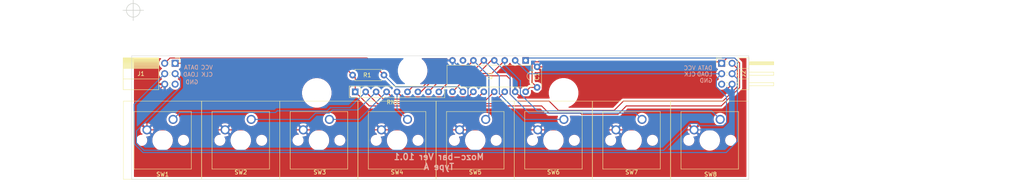
<source format=kicad_pcb>
(kicad_pcb (version 20171130) (host pcbnew 5.1.12)

  (general
    (thickness 1.6)
    (drawings 48)
    (tracks 164)
    (zones 0)
    (modules 17)
    (nets 15)
  )

  (page A4)
  (layers
    (0 F.Cu signal)
    (31 B.Cu signal)
    (32 B.Adhes user)
    (33 F.Adhes user)
    (34 B.Paste user)
    (35 F.Paste user)
    (36 B.SilkS user)
    (37 F.SilkS user)
    (38 B.Mask user)
    (39 F.Mask user)
    (40 Dwgs.User user)
    (41 Cmts.User user)
    (42 Eco1.User user)
    (43 Eco2.User user)
    (44 Edge.Cuts user)
    (45 Margin user)
    (46 B.CrtYd user)
    (47 F.CrtYd user)
    (48 B.Fab user)
    (49 F.Fab user)
  )

  (setup
    (last_trace_width 0.25)
    (user_trace_width 0.2)
    (trace_clearance 0.3)
    (zone_clearance 0.508)
    (zone_45_only no)
    (trace_min 0.2)
    (via_size 0.6)
    (via_drill 0.4)
    (via_min_size 0.4)
    (via_min_drill 0.3)
    (uvia_size 0.3)
    (uvia_drill 0.1)
    (uvias_allowed no)
    (uvia_min_size 0.2)
    (uvia_min_drill 0.1)
    (edge_width 0.15)
    (segment_width 0.2)
    (pcb_text_width 0.3)
    (pcb_text_size 1.5 1.5)
    (mod_edge_width 0.15)
    (mod_text_size 1 1)
    (mod_text_width 0.15)
    (pad_size 3.2 3.2)
    (pad_drill 3.2)
    (pad_to_mask_clearance 0)
    (solder_mask_min_width 0.25)
    (aux_axis_origin 33 54)
    (visible_elements 7FFFEFFF)
    (pcbplotparams
      (layerselection 0x010fc_ffffffff)
      (usegerberextensions true)
      (usegerberattributes false)
      (usegerberadvancedattributes false)
      (creategerberjobfile false)
      (excludeedgelayer true)
      (linewidth 0.100000)
      (plotframeref false)
      (viasonmask false)
      (mode 1)
      (useauxorigin false)
      (hpglpennumber 1)
      (hpglpenspeed 20)
      (hpglpendiameter 15.000000)
      (psnegative false)
      (psa4output false)
      (plotreference true)
      (plotvalue true)
      (plotinvisibletext false)
      (padsonsilk false)
      (subtractmaskfromsilk false)
      (outputformat 1)
      (mirror false)
      (drillshape 0)
      (scaleselection 1)
      (outputdirectory "gerber/"))
  )

  (net 0 "")
  (net 1 VCC)
  (net 2 GND)
  (net 3 SW1)
  (net 4 SW2)
  (net 5 SW3)
  (net 6 SW4)
  (net 7 SW5)
  (net 8 SW6)
  (net 9 SW7)
  (net 10 SW8)
  (net 11 /DATA_IN)
  (net 12 /DATA_OUT)
  (net 13 /CLK_IN)
  (net 14 /LOAD_IN)

  (net_class Default "これは標準のネット クラスです。"
    (clearance 0.3)
    (trace_width 0.25)
    (via_dia 0.6)
    (via_drill 0.4)
    (uvia_dia 0.3)
    (uvia_drill 0.1)
    (add_net /CLK_IN)
    (add_net /DATA_IN)
    (add_net /DATA_OUT)
    (add_net /LOAD_IN)
    (add_net SW1)
    (add_net SW2)
    (add_net SW3)
    (add_net SW4)
    (add_net SW5)
    (add_net SW6)
    (add_net SW7)
    (add_net SW8)
  )

  (net_class "power line" ""
    (clearance 0.3)
    (trace_width 0.25)
    (via_dia 0.6)
    (via_drill 0.4)
    (uvia_dia 0.3)
    (uvia_drill 0.1)
    (add_net GND)
    (add_net VCC)
  )

  (module MountingHole:MountingHole_3.2mm_M3 (layer F.Cu) (tedit 62D42F5B) (tstamp 62D42E21)
    (at 130 69)
    (descr "Mounting Hole 3.2mm, no annular, M3")
    (tags "mounting hole 3.2mm no annular m3")
    (path /618CEE47)
    (attr virtual)
    (fp_text reference H102 (at 0 -4.2) (layer F.SilkS) hide
      (effects (font (size 1 1) (thickness 0.15)))
    )
    (fp_text value MountingHole (at 0 4.2) (layer F.Fab)
      (effects (font (size 1 1) (thickness 0.15)))
    )
    (fp_circle (center 0 0) (end 3.45 0) (layer F.CrtYd) (width 0.05))
    (fp_circle (center 0 0) (end 3.2 0) (layer Cmts.User) (width 0.15))
    (fp_text user %R (at 0.3 0) (layer F.Fab)
      (effects (font (size 1 1) (thickness 0.15)))
    )
    (pad "" np_thru_hole circle (at 0 0) (size 3.2 3.2) (drill 3.2) (layers *.Cu *.Mask)
      (clearance 2))
  )

  (module MountingHole:MountingHole_3.2mm_M3 (layer F.Cu) (tedit 62D42F50) (tstamp 62D2D3CF)
    (at 70 69)
    (descr "Mounting Hole 3.2mm, no annular, M3")
    (tags "mounting hole 3.2mm no annular m3")
    (path /618CEE47)
    (attr virtual)
    (fp_text reference H101 (at 0 -4.2) (layer F.SilkS) hide
      (effects (font (size 1 1) (thickness 0.15)))
    )
    (fp_text value MountingHole (at 0 4.2) (layer F.Fab)
      (effects (font (size 1 1) (thickness 0.15)))
    )
    (fp_circle (center 0 0) (end 3.2 0) (layer Cmts.User) (width 0.15))
    (fp_circle (center 0 0) (end 3.45 0) (layer F.CrtYd) (width 0.05))
    (fp_text user %R (at 0.3 0) (layer F.Fab)
      (effects (font (size 1 1) (thickness 0.15)))
    )
    (pad "" np_thru_hole circle (at 0 0) (size 3.2 3.2) (drill 3.2) (layers *.Cu *.Mask)
      (clearance 2))
  )

  (module Package_DIP:DIP-16_W7.62mm (layer F.Cu) (tedit 5A02E8C5) (tstamp 618C4ABA)
    (at 120.77 61.11 270)
    (descr "16-lead though-hole mounted DIP package, row spacing 7.62 mm (300 mils)")
    (tags "THT DIP DIL PDIP 2.54mm 7.62mm 300mil")
    (path /5FB03AD0)
    (fp_text reference U1 (at 3.683 8.636 90) (layer F.SilkS)
      (effects (font (size 1 1) (thickness 0.15)))
    )
    (fp_text value 74HC165 (at 3.81 20.11 90) (layer F.Fab)
      (effects (font (size 1 1) (thickness 0.15)))
    )
    (fp_line (start 8.7 -1.55) (end -1.1 -1.55) (layer F.CrtYd) (width 0.05))
    (fp_line (start 8.7 19.3) (end 8.7 -1.55) (layer F.CrtYd) (width 0.05))
    (fp_line (start -1.1 19.3) (end 8.7 19.3) (layer F.CrtYd) (width 0.05))
    (fp_line (start -1.1 -1.55) (end -1.1 19.3) (layer F.CrtYd) (width 0.05))
    (fp_line (start 6.46 -1.33) (end 4.81 -1.33) (layer F.SilkS) (width 0.12))
    (fp_line (start 6.46 19.11) (end 6.46 -1.33) (layer F.SilkS) (width 0.12))
    (fp_line (start 1.16 19.11) (end 6.46 19.11) (layer F.SilkS) (width 0.12))
    (fp_line (start 1.16 -1.33) (end 1.16 19.11) (layer F.SilkS) (width 0.12))
    (fp_line (start 2.81 -1.33) (end 1.16 -1.33) (layer F.SilkS) (width 0.12))
    (fp_line (start 0.635 -0.27) (end 1.635 -1.27) (layer F.Fab) (width 0.1))
    (fp_line (start 0.635 19.05) (end 0.635 -0.27) (layer F.Fab) (width 0.1))
    (fp_line (start 6.985 19.05) (end 0.635 19.05) (layer F.Fab) (width 0.1))
    (fp_line (start 6.985 -1.27) (end 6.985 19.05) (layer F.Fab) (width 0.1))
    (fp_line (start 1.635 -1.27) (end 6.985 -1.27) (layer F.Fab) (width 0.1))
    (fp_arc (start 3.81 -1.33) (end 2.81 -1.33) (angle -180) (layer F.SilkS) (width 0.12))
    (fp_text user %R (at 3.81 8.89 90) (layer F.Fab)
      (effects (font (size 1 1) (thickness 0.15)))
    )
    (pad 1 thru_hole rect (at 0 0 270) (size 1.6 1.6) (drill 0.8) (layers *.Cu *.Mask)
      (net 14 /LOAD_IN))
    (pad 9 thru_hole oval (at 7.62 17.78 270) (size 1.6 1.6) (drill 0.8) (layers *.Cu *.Mask)
      (net 12 /DATA_OUT))
    (pad 2 thru_hole oval (at 0 2.54 270) (size 1.6 1.6) (drill 0.8) (layers *.Cu *.Mask)
      (net 13 /CLK_IN))
    (pad 10 thru_hole oval (at 7.62 15.24 270) (size 1.6 1.6) (drill 0.8) (layers *.Cu *.Mask)
      (net 11 /DATA_IN))
    (pad 3 thru_hole oval (at 0 5.08 270) (size 1.6 1.6) (drill 0.8) (layers *.Cu *.Mask)
      (net 7 SW5))
    (pad 11 thru_hole oval (at 7.62 12.7 270) (size 1.6 1.6) (drill 0.8) (layers *.Cu *.Mask)
      (net 3 SW1))
    (pad 4 thru_hole oval (at 0 7.62 270) (size 1.6 1.6) (drill 0.8) (layers *.Cu *.Mask)
      (net 8 SW6))
    (pad 12 thru_hole oval (at 7.62 10.16 270) (size 1.6 1.6) (drill 0.8) (layers *.Cu *.Mask)
      (net 4 SW2))
    (pad 5 thru_hole oval (at 0 10.16 270) (size 1.6 1.6) (drill 0.8) (layers *.Cu *.Mask)
      (net 9 SW7))
    (pad 13 thru_hole oval (at 7.62 7.62 270) (size 1.6 1.6) (drill 0.8) (layers *.Cu *.Mask)
      (net 5 SW3))
    (pad 6 thru_hole oval (at 0 12.7 270) (size 1.6 1.6) (drill 0.8) (layers *.Cu *.Mask)
      (net 10 SW8))
    (pad 14 thru_hole oval (at 7.62 5.08 270) (size 1.6 1.6) (drill 0.8) (layers *.Cu *.Mask)
      (net 6 SW4))
    (pad 7 thru_hole oval (at 0 15.24 270) (size 1.6 1.6) (drill 0.8) (layers *.Cu *.Mask))
    (pad 15 thru_hole oval (at 7.62 2.54 270) (size 1.6 1.6) (drill 0.8) (layers *.Cu *.Mask)
      (net 2 GND))
    (pad 8 thru_hole oval (at 0 17.78 270) (size 1.6 1.6) (drill 0.8) (layers *.Cu *.Mask)
      (net 2 GND))
    (pad 16 thru_hole oval (at 7.62 0 270) (size 1.6 1.6) (drill 0.8) (layers *.Cu *.Mask)
      (net 1 VCC))
    (model ${KISYS3DMOD}/Package_DIP.3dshapes/DIP-16_W7.62mm.wrl
      (at (xyz 0 0 0))
      (scale (xyz 1 1 1))
      (rotate (xyz 0 0 0))
    )
  )

  (module Button_Switch_Keyboard:SW_Cherry_MX_1.00u_PCB (layer F.Cu) (tedit 5A02FE24) (tstamp 618C4A48)
    (at 111.065 75.445)
    (descr "Cherry MX keyswitch, 1.00u, PCB mount, http://cherryamericas.com/wp-content/uploads/2014/12/mx_cat.pdf")
    (tags "Cherry MX keyswitch 1.00u PCB")
    (path /5FC0255B)
    (fp_text reference SW5 (at -2.54 12.845) (layer F.SilkS)
      (effects (font (size 1 1) (thickness 0.15)))
    )
    (fp_text value SW_Push (at -2.54 12.954) (layer F.Fab)
      (effects (font (size 1 1) (thickness 0.15)))
    )
    (fp_line (start -8.89 -1.27) (end 3.81 -1.27) (layer F.Fab) (width 0.1))
    (fp_line (start 3.81 -1.27) (end 3.81 11.43) (layer F.Fab) (width 0.1))
    (fp_line (start 3.81 11.43) (end -8.89 11.43) (layer F.Fab) (width 0.1))
    (fp_line (start -8.89 11.43) (end -8.89 -1.27) (layer F.Fab) (width 0.1))
    (fp_line (start -9.14 11.68) (end -9.14 -1.52) (layer F.CrtYd) (width 0.05))
    (fp_line (start 4.06 11.68) (end -9.14 11.68) (layer F.CrtYd) (width 0.05))
    (fp_line (start 4.06 -1.52) (end 4.06 11.68) (layer F.CrtYd) (width 0.05))
    (fp_line (start -9.14 -1.52) (end 4.06 -1.52) (layer F.CrtYd) (width 0.05))
    (fp_line (start -12.065 -4.445) (end 6.985 -4.445) (layer Dwgs.User) (width 0.15))
    (fp_line (start 6.985 -4.445) (end 6.985 14.605) (layer Dwgs.User) (width 0.15))
    (fp_line (start 6.985 14.605) (end -12.065 14.605) (layer Dwgs.User) (width 0.15))
    (fp_line (start -12.065 14.605) (end -12.065 -4.445) (layer Dwgs.User) (width 0.15))
    (fp_line (start -9.525 -1.905) (end 4.445 -1.905) (layer F.SilkS) (width 0.12))
    (fp_line (start 4.445 -1.905) (end 4.445 12.065) (layer F.SilkS) (width 0.12))
    (fp_line (start 4.445 12.065) (end -9.525 12.065) (layer F.SilkS) (width 0.12))
    (fp_line (start -9.525 12.065) (end -9.525 -1.905) (layer F.SilkS) (width 0.12))
    (fp_text user %R (at -2.54 -2.794) (layer F.Fab)
      (effects (font (size 1 1) (thickness 0.15)))
    )
    (pad "" np_thru_hole circle (at 2.54 5.08) (size 1.7 1.7) (drill 1.7) (layers *.Cu *.Mask))
    (pad "" np_thru_hole circle (at -7.62 5.08) (size 1.7 1.7) (drill 1.7) (layers *.Cu *.Mask))
    (pad "" np_thru_hole circle (at -2.54 5.08) (size 4 4) (drill 4) (layers *.Cu *.Mask))
    (pad 2 thru_hole circle (at -6.35 2.54) (size 2.2 2.2) (drill 1.5) (layers *.Cu *.Mask)
      (net 2 GND))
    (pad 1 thru_hole circle (at 0 0) (size 2.2 2.2) (drill 1.5) (layers *.Cu *.Mask)
      (net 10 SW8))
    (model ${KISYS3DMOD}/Button_Switch_Keyboard.3dshapes/SW_Cherry_MX_1.00u_PCB.wrl
      (at (xyz 0 0 0))
      (scale (xyz 1 1 1))
      (rotate (xyz 0 0 0))
    )
  )

  (module Button_Switch_Keyboard:SW_Cherry_MX_1.00u_PCB (layer F.Cu) (tedit 5A02FE24) (tstamp 618C4A2E)
    (at 92.065 75.445)
    (descr "Cherry MX keyswitch, 1.00u, PCB mount, http://cherryamericas.com/wp-content/uploads/2014/12/mx_cat.pdf")
    (tags "Cherry MX keyswitch 1.00u PCB")
    (path /5FC02175)
    (fp_text reference SW4 (at -2.55 12.845) (layer F.SilkS)
      (effects (font (size 1 1) (thickness 0.15)))
    )
    (fp_text value SW_Push (at -2.54 12.954) (layer F.Fab)
      (effects (font (size 1 1) (thickness 0.15)))
    )
    (fp_line (start -9.525 12.065) (end -9.525 -1.905) (layer F.SilkS) (width 0.12))
    (fp_line (start 4.445 12.065) (end -9.525 12.065) (layer F.SilkS) (width 0.12))
    (fp_line (start 4.445 -1.905) (end 4.445 12.065) (layer F.SilkS) (width 0.12))
    (fp_line (start -9.525 -1.905) (end 4.445 -1.905) (layer F.SilkS) (width 0.12))
    (fp_line (start -12.065 14.605) (end -12.065 -4.445) (layer Dwgs.User) (width 0.15))
    (fp_line (start 6.985 14.605) (end -12.065 14.605) (layer Dwgs.User) (width 0.15))
    (fp_line (start 6.985 -4.445) (end 6.985 14.605) (layer Dwgs.User) (width 0.15))
    (fp_line (start -12.065 -4.445) (end 6.985 -4.445) (layer Dwgs.User) (width 0.15))
    (fp_line (start -9.14 -1.52) (end 4.06 -1.52) (layer F.CrtYd) (width 0.05))
    (fp_line (start 4.06 -1.52) (end 4.06 11.68) (layer F.CrtYd) (width 0.05))
    (fp_line (start 4.06 11.68) (end -9.14 11.68) (layer F.CrtYd) (width 0.05))
    (fp_line (start -9.14 11.68) (end -9.14 -1.52) (layer F.CrtYd) (width 0.05))
    (fp_line (start -8.89 11.43) (end -8.89 -1.27) (layer F.Fab) (width 0.1))
    (fp_line (start 3.81 11.43) (end -8.89 11.43) (layer F.Fab) (width 0.1))
    (fp_line (start 3.81 -1.27) (end 3.81 11.43) (layer F.Fab) (width 0.1))
    (fp_line (start -8.89 -1.27) (end 3.81 -1.27) (layer F.Fab) (width 0.1))
    (fp_text user %R (at -2.54 -2.794) (layer F.Fab)
      (effects (font (size 1 1) (thickness 0.15)))
    )
    (pad 1 thru_hole circle (at 0 0) (size 2.2 2.2) (drill 1.5) (layers *.Cu *.Mask)
      (net 3 SW1))
    (pad 2 thru_hole circle (at -6.35 2.54) (size 2.2 2.2) (drill 1.5) (layers *.Cu *.Mask)
      (net 2 GND))
    (pad "" np_thru_hole circle (at -2.54 5.08) (size 4 4) (drill 4) (layers *.Cu *.Mask))
    (pad "" np_thru_hole circle (at -7.62 5.08) (size 1.7 1.7) (drill 1.7) (layers *.Cu *.Mask))
    (pad "" np_thru_hole circle (at 2.54 5.08) (size 1.7 1.7) (drill 1.7) (layers *.Cu *.Mask))
    (model ${KISYS3DMOD}/Button_Switch_Keyboard.3dshapes/SW_Cherry_MX_1.00u_PCB.wrl
      (at (xyz 0 0 0))
      (scale (xyz 1 1 1))
      (rotate (xyz 0 0 0))
    )
  )

  (module Capacitor_THT:C_Disc_D4.3mm_W1.9mm_P5.00mm (layer F.Cu) (tedit 5AE50EF0) (tstamp 618C4860)
    (at 123.56 67.67 90)
    (descr "C, Disc series, Radial, pin pitch=5.00mm, , diameter*width=4.3*1.9mm^2, Capacitor, http://www.vishay.com/docs/45233/krseries.pdf")
    (tags "C Disc series Radial pin pitch 5.00mm  diameter 4.3mm width 1.9mm Capacitor")
    (path /5F9B0C77)
    (fp_text reference C1 (at 2.668 -0.038 90) (layer F.SilkS)
      (effects (font (size 1 1) (thickness 0.15)))
    )
    (fp_text value C (at 2.5 2.2 90) (layer F.Fab)
      (effects (font (size 1 1) (thickness 0.15)))
    )
    (fp_line (start 6.05 -1.2) (end -1.05 -1.2) (layer F.CrtYd) (width 0.05))
    (fp_line (start 6.05 1.2) (end 6.05 -1.2) (layer F.CrtYd) (width 0.05))
    (fp_line (start -1.05 1.2) (end 6.05 1.2) (layer F.CrtYd) (width 0.05))
    (fp_line (start -1.05 -1.2) (end -1.05 1.2) (layer F.CrtYd) (width 0.05))
    (fp_line (start 4.77 1.055) (end 4.77 1.07) (layer F.SilkS) (width 0.12))
    (fp_line (start 4.77 -1.07) (end 4.77 -1.055) (layer F.SilkS) (width 0.12))
    (fp_line (start 0.23 1.055) (end 0.23 1.07) (layer F.SilkS) (width 0.12))
    (fp_line (start 0.23 -1.07) (end 0.23 -1.055) (layer F.SilkS) (width 0.12))
    (fp_line (start 0.23 1.07) (end 4.77 1.07) (layer F.SilkS) (width 0.12))
    (fp_line (start 0.23 -1.07) (end 4.77 -1.07) (layer F.SilkS) (width 0.12))
    (fp_line (start 4.65 -0.95) (end 0.35 -0.95) (layer F.Fab) (width 0.1))
    (fp_line (start 4.65 0.95) (end 4.65 -0.95) (layer F.Fab) (width 0.1))
    (fp_line (start 0.35 0.95) (end 4.65 0.95) (layer F.Fab) (width 0.1))
    (fp_line (start 0.35 -0.95) (end 0.35 0.95) (layer F.Fab) (width 0.1))
    (fp_text user %R (at 2.5 0 90) (layer F.Fab)
      (effects (font (size 0.86 0.86) (thickness 0.129)))
    )
    (pad 1 thru_hole circle (at 0 0 90) (size 1.6 1.6) (drill 0.8) (layers *.Cu *.Mask)
      (net 1 VCC))
    (pad 2 thru_hole circle (at 5 0 90) (size 1.6 1.6) (drill 0.8) (layers *.Cu *.Mask)
      (net 2 GND))
    (model ${KISYS3DMOD}/Capacitor_THT.3dshapes/C_Disc_D4.3mm_W1.9mm_P5.00mm.wrl
      (at (xyz 0 0 0))
      (scale (xyz 1 1 1))
      (rotate (xyz 0 0 0))
    )
  )

  (module Resistor_THT:R_Axial_DIN0207_L6.3mm_D2.5mm_P7.62mm_Horizontal (layer F.Cu) (tedit 5AE5139B) (tstamp 618C497C)
    (at 86.32952 64.6684 180)
    (descr "Resistor, Axial_DIN0207 series, Axial, Horizontal, pin pitch=7.62mm, 0.25W = 1/4W, length*diameter=6.3*2.5mm^2, http://cdn-reichelt.de/documents/datenblatt/B400/1_4W%23YAG.pdf")
    (tags "Resistor Axial_DIN0207 series Axial Horizontal pin pitch 7.62mm 0.25W = 1/4W length 6.3mm diameter 2.5mm")
    (path /5FBC6DCE)
    (fp_text reference R1 (at 4.064 0 180) (layer F.SilkS)
      (effects (font (size 1 1) (thickness 0.15)))
    )
    (fp_text value 100k (at 3.81 2.37 180) (layer F.Fab)
      (effects (font (size 1 1) (thickness 0.15)))
    )
    (fp_line (start 8.67 -1.5) (end -1.05 -1.5) (layer F.CrtYd) (width 0.05))
    (fp_line (start 8.67 1.5) (end 8.67 -1.5) (layer F.CrtYd) (width 0.05))
    (fp_line (start -1.05 1.5) (end 8.67 1.5) (layer F.CrtYd) (width 0.05))
    (fp_line (start -1.05 -1.5) (end -1.05 1.5) (layer F.CrtYd) (width 0.05))
    (fp_line (start 7.08 1.37) (end 7.08 1.04) (layer F.SilkS) (width 0.12))
    (fp_line (start 0.54 1.37) (end 7.08 1.37) (layer F.SilkS) (width 0.12))
    (fp_line (start 0.54 1.04) (end 0.54 1.37) (layer F.SilkS) (width 0.12))
    (fp_line (start 7.08 -1.37) (end 7.08 -1.04) (layer F.SilkS) (width 0.12))
    (fp_line (start 0.54 -1.37) (end 7.08 -1.37) (layer F.SilkS) (width 0.12))
    (fp_line (start 0.54 -1.04) (end 0.54 -1.37) (layer F.SilkS) (width 0.12))
    (fp_line (start 7.62 0) (end 6.96 0) (layer F.Fab) (width 0.1))
    (fp_line (start 0 0) (end 0.66 0) (layer F.Fab) (width 0.1))
    (fp_line (start 6.96 -1.25) (end 0.66 -1.25) (layer F.Fab) (width 0.1))
    (fp_line (start 6.96 1.25) (end 6.96 -1.25) (layer F.Fab) (width 0.1))
    (fp_line (start 0.66 1.25) (end 6.96 1.25) (layer F.Fab) (width 0.1))
    (fp_line (start 0.66 -1.25) (end 0.66 1.25) (layer F.Fab) (width 0.1))
    (fp_text user %R (at 3.81 0 180) (layer F.Fab)
      (effects (font (size 1 1) (thickness 0.15)))
    )
    (pad 1 thru_hole circle (at 0 0 180) (size 1.6 1.6) (drill 0.8) (layers *.Cu *.Mask)
      (net 11 /DATA_IN))
    (pad 2 thru_hole oval (at 7.62 0 180) (size 1.6 1.6) (drill 0.8) (layers *.Cu *.Mask)
      (net 1 VCC))
    (model ${KISYS3DMOD}/Resistor_THT.3dshapes/R_Axial_DIN0207_L6.3mm_D2.5mm_P7.62mm_Horizontal.wrl
      (at (xyz 0 0 0))
      (scale (xyz 1 1 1))
      (rotate (xyz 0 0 0))
    )
  )

  (module Resistor_THT:R_Array_SIP9 (layer F.Cu) (tedit 5A14249F) (tstamp 618C49C6)
    (at 79.34706 68.7451)
    (descr "9-pin Resistor SIP pack")
    (tags R)
    (path /5FC139AE)
    (fp_text reference RN1 (at 9.144 2.54) (layer F.SilkS)
      (effects (font (size 1 1) (thickness 0.15)))
    )
    (fp_text value 100k (at 11.43 3.708) (layer F.Fab)
      (effects (font (size 1 1) (thickness 0.15)))
    )
    (fp_line (start 22.05 -1.65) (end -1.7 -1.65) (layer F.CrtYd) (width 0.05))
    (fp_line (start 22.05 1.65) (end 22.05 -1.65) (layer F.CrtYd) (width 0.05))
    (fp_line (start -1.7 1.65) (end 22.05 1.65) (layer F.CrtYd) (width 0.05))
    (fp_line (start -1.7 -1.65) (end -1.7 1.65) (layer F.CrtYd) (width 0.05))
    (fp_line (start 1.27 -1.4) (end 1.27 1.4) (layer F.SilkS) (width 0.12))
    (fp_line (start 21.76 -1.4) (end -1.44 -1.4) (layer F.SilkS) (width 0.12))
    (fp_line (start 21.76 1.4) (end 21.76 -1.4) (layer F.SilkS) (width 0.12))
    (fp_line (start -1.44 1.4) (end 21.76 1.4) (layer F.SilkS) (width 0.12))
    (fp_line (start -1.44 -1.4) (end -1.44 1.4) (layer F.SilkS) (width 0.12))
    (fp_line (start 1.27 -1.25) (end 1.27 1.25) (layer F.Fab) (width 0.1))
    (fp_line (start 21.61 -1.25) (end -1.29 -1.25) (layer F.Fab) (width 0.1))
    (fp_line (start 21.61 1.25) (end 21.61 -1.25) (layer F.Fab) (width 0.1))
    (fp_line (start -1.29 1.25) (end 21.61 1.25) (layer F.Fab) (width 0.1))
    (fp_line (start -1.29 -1.25) (end -1.29 1.25) (layer F.Fab) (width 0.1))
    (fp_text user %R (at 10.16 0) (layer F.Fab)
      (effects (font (size 1 1) (thickness 0.15)))
    )
    (pad 1 thru_hole rect (at 0 0) (size 1.6 1.6) (drill 0.8) (layers *.Cu *.Mask)
      (net 1 VCC))
    (pad 2 thru_hole oval (at 2.54 0) (size 1.6 1.6) (drill 0.8) (layers *.Cu *.Mask)
      (net 6 SW4))
    (pad 3 thru_hole oval (at 5.08 0) (size 1.6 1.6) (drill 0.8) (layers *.Cu *.Mask)
      (net 5 SW3))
    (pad 4 thru_hole oval (at 7.62 0) (size 1.6 1.6) (drill 0.8) (layers *.Cu *.Mask)
      (net 4 SW2))
    (pad 5 thru_hole oval (at 10.16 0) (size 1.6 1.6) (drill 0.8) (layers *.Cu *.Mask)
      (net 3 SW1))
    (pad 6 thru_hole oval (at 12.7 0) (size 1.6 1.6) (drill 0.8) (layers *.Cu *.Mask)
      (net 10 SW8))
    (pad 7 thru_hole oval (at 15.24 0) (size 1.6 1.6) (drill 0.8) (layers *.Cu *.Mask)
      (net 9 SW7))
    (pad 8 thru_hole oval (at 17.78 0) (size 1.6 1.6) (drill 0.8) (layers *.Cu *.Mask)
      (net 8 SW6))
    (pad 9 thru_hole oval (at 20.32 0) (size 1.6 1.6) (drill 0.8) (layers *.Cu *.Mask)
      (net 7 SW5))
    (model ${KISYS3DMOD}/Resistor_THT.3dshapes/R_Array_SIP9.wrl
      (at (xyz 0 0 0))
      (scale (xyz 1 1 1))
      (rotate (xyz 0 0 0))
    )
  )

  (module Button_Switch_Keyboard:SW_Cherry_MX_1.00u_PCB (layer F.Cu) (tedit 5A02FE24) (tstamp 618C49E0)
    (at 35.065 75.445)
    (descr "Cherry MX keyswitch, 1.00u, PCB mount, http://cherryamericas.com/wp-content/uploads/2014/12/mx_cat.pdf")
    (tags "Cherry MX keyswitch 1.00u PCB")
    (path /5FC00348)
    (fp_text reference SW1 (at -2.54 13.353) (layer F.SilkS)
      (effects (font (size 1 1) (thickness 0.15)))
    )
    (fp_text value SW_Push (at -2.54 12.954) (layer F.Fab)
      (effects (font (size 1 1) (thickness 0.15)))
    )
    (fp_line (start -8.89 -1.27) (end 3.81 -1.27) (layer F.Fab) (width 0.1))
    (fp_line (start 3.81 -1.27) (end 3.81 11.43) (layer F.Fab) (width 0.1))
    (fp_line (start 3.81 11.43) (end -8.89 11.43) (layer F.Fab) (width 0.1))
    (fp_line (start -8.89 11.43) (end -8.89 -1.27) (layer F.Fab) (width 0.1))
    (fp_line (start -9.14 11.68) (end -9.14 -1.52) (layer F.CrtYd) (width 0.05))
    (fp_line (start 4.06 11.68) (end -9.14 11.68) (layer F.CrtYd) (width 0.05))
    (fp_line (start 4.06 -1.52) (end 4.06 11.68) (layer F.CrtYd) (width 0.05))
    (fp_line (start -9.14 -1.52) (end 4.06 -1.52) (layer F.CrtYd) (width 0.05))
    (fp_line (start -12.065 -4.445) (end 6.985 -4.445) (layer Dwgs.User) (width 0.15))
    (fp_line (start 6.985 -4.445) (end 6.985 14.605) (layer Dwgs.User) (width 0.15))
    (fp_line (start 6.985 14.605) (end -12.065 14.605) (layer Dwgs.User) (width 0.15))
    (fp_line (start -12.065 14.605) (end -12.065 -4.445) (layer Dwgs.User) (width 0.15))
    (fp_line (start -9.525 -1.905) (end 4.445 -1.905) (layer F.SilkS) (width 0.12))
    (fp_line (start 4.445 -1.905) (end 4.445 12.065) (layer F.SilkS) (width 0.12))
    (fp_line (start 4.445 12.065) (end -9.525 12.065) (layer F.SilkS) (width 0.12))
    (fp_line (start -9.525 12.065) (end -9.525 -1.905) (layer F.SilkS) (width 0.12))
    (fp_text user %R (at -2.54 -2.794) (layer F.Fab)
      (effects (font (size 1 1) (thickness 0.15)))
    )
    (pad "" np_thru_hole circle (at 2.54 5.08) (size 1.7 1.7) (drill 1.7) (layers *.Cu *.Mask))
    (pad "" np_thru_hole circle (at -7.62 5.08) (size 1.7 1.7) (drill 1.7) (layers *.Cu *.Mask))
    (pad "" np_thru_hole circle (at -2.54 5.08) (size 4 4) (drill 4) (layers *.Cu *.Mask))
    (pad 2 thru_hole circle (at -6.35 2.54) (size 2.2 2.2) (drill 1.5) (layers *.Cu *.Mask)
      (net 2 GND))
    (pad 1 thru_hole circle (at 0 0) (size 2.2 2.2) (drill 1.5) (layers *.Cu *.Mask)
      (net 6 SW4))
    (model ${KISYS3DMOD}/Button_Switch_Keyboard.3dshapes/SW_Cherry_MX_1.00u_PCB.wrl
      (at (xyz 0 0 0))
      (scale (xyz 1 1 1))
      (rotate (xyz 0 0 0))
    )
  )

  (module Button_Switch_Keyboard:SW_Cherry_MX_1.00u_PCB (layer F.Cu) (tedit 5A02FE24) (tstamp 618C49FA)
    (at 54.065 75.445)
    (descr "Cherry MX keyswitch, 1.00u, PCB mount, http://cherryamericas.com/wp-content/uploads/2014/12/mx_cat.pdf")
    (tags "Cherry MX keyswitch 1.00u PCB")
    (path /5FC01AC9)
    (fp_text reference SW2 (at -2.54 12.845) (layer F.SilkS)
      (effects (font (size 1 1) (thickness 0.15)))
    )
    (fp_text value SW_Push (at -2.54 12.954) (layer F.Fab)
      (effects (font (size 1 1) (thickness 0.15)))
    )
    (fp_line (start -9.525 12.065) (end -9.525 -1.905) (layer F.SilkS) (width 0.12))
    (fp_line (start 4.445 12.065) (end -9.525 12.065) (layer F.SilkS) (width 0.12))
    (fp_line (start 4.445 -1.905) (end 4.445 12.065) (layer F.SilkS) (width 0.12))
    (fp_line (start -9.525 -1.905) (end 4.445 -1.905) (layer F.SilkS) (width 0.12))
    (fp_line (start -12.065 14.605) (end -12.065 -4.445) (layer Dwgs.User) (width 0.15))
    (fp_line (start 6.985 14.605) (end -12.065 14.605) (layer Dwgs.User) (width 0.15))
    (fp_line (start 6.985 -4.445) (end 6.985 14.605) (layer Dwgs.User) (width 0.15))
    (fp_line (start -12.065 -4.445) (end 6.985 -4.445) (layer Dwgs.User) (width 0.15))
    (fp_line (start -9.14 -1.52) (end 4.06 -1.52) (layer F.CrtYd) (width 0.05))
    (fp_line (start 4.06 -1.52) (end 4.06 11.68) (layer F.CrtYd) (width 0.05))
    (fp_line (start 4.06 11.68) (end -9.14 11.68) (layer F.CrtYd) (width 0.05))
    (fp_line (start -9.14 11.68) (end -9.14 -1.52) (layer F.CrtYd) (width 0.05))
    (fp_line (start -8.89 11.43) (end -8.89 -1.27) (layer F.Fab) (width 0.1))
    (fp_line (start 3.81 11.43) (end -8.89 11.43) (layer F.Fab) (width 0.1))
    (fp_line (start 3.81 -1.27) (end 3.81 11.43) (layer F.Fab) (width 0.1))
    (fp_line (start -8.89 -1.27) (end 3.81 -1.27) (layer F.Fab) (width 0.1))
    (fp_text user %R (at -2.54 -2.794) (layer F.Fab)
      (effects (font (size 1 1) (thickness 0.15)))
    )
    (pad 1 thru_hole circle (at 0 0) (size 2.2 2.2) (drill 1.5) (layers *.Cu *.Mask)
      (net 5 SW3))
    (pad 2 thru_hole circle (at -6.35 2.54) (size 2.2 2.2) (drill 1.5) (layers *.Cu *.Mask)
      (net 2 GND))
    (pad "" np_thru_hole circle (at -2.54 5.08) (size 4 4) (drill 4) (layers *.Cu *.Mask))
    (pad "" np_thru_hole circle (at -7.62 5.08) (size 1.7 1.7) (drill 1.7) (layers *.Cu *.Mask))
    (pad "" np_thru_hole circle (at 2.54 5.08) (size 1.7 1.7) (drill 1.7) (layers *.Cu *.Mask))
    (model ${KISYS3DMOD}/Button_Switch_Keyboard.3dshapes/SW_Cherry_MX_1.00u_PCB.wrl
      (at (xyz 0 0 0))
      (scale (xyz 1 1 1))
      (rotate (xyz 0 0 0))
    )
  )

  (module Button_Switch_Keyboard:SW_Cherry_MX_1.00u_PCB (layer F.Cu) (tedit 5A02FE24) (tstamp 618C4A14)
    (at 73.065 75.445)
    (descr "Cherry MX keyswitch, 1.00u, PCB mount, http://cherryamericas.com/wp-content/uploads/2014/12/mx_cat.pdf")
    (tags "Cherry MX keyswitch 1.00u PCB")
    (path /5FC01D44)
    (fp_text reference SW3 (at -2.346 12.845) (layer F.SilkS)
      (effects (font (size 1 1) (thickness 0.15)))
    )
    (fp_text value SW_Push (at -2.54 12.954) (layer F.Fab)
      (effects (font (size 1 1) (thickness 0.15)))
    )
    (fp_line (start -8.89 -1.27) (end 3.81 -1.27) (layer F.Fab) (width 0.1))
    (fp_line (start 3.81 -1.27) (end 3.81 11.43) (layer F.Fab) (width 0.1))
    (fp_line (start 3.81 11.43) (end -8.89 11.43) (layer F.Fab) (width 0.1))
    (fp_line (start -8.89 11.43) (end -8.89 -1.27) (layer F.Fab) (width 0.1))
    (fp_line (start -9.14 11.68) (end -9.14 -1.52) (layer F.CrtYd) (width 0.05))
    (fp_line (start 4.06 11.68) (end -9.14 11.68) (layer F.CrtYd) (width 0.05))
    (fp_line (start 4.06 -1.52) (end 4.06 11.68) (layer F.CrtYd) (width 0.05))
    (fp_line (start -9.14 -1.52) (end 4.06 -1.52) (layer F.CrtYd) (width 0.05))
    (fp_line (start -12.065 -4.445) (end 6.985 -4.445) (layer Dwgs.User) (width 0.15))
    (fp_line (start 6.985 -4.445) (end 6.985 14.605) (layer Dwgs.User) (width 0.15))
    (fp_line (start 6.985 14.605) (end -12.065 14.605) (layer Dwgs.User) (width 0.15))
    (fp_line (start -12.065 14.605) (end -12.065 -4.445) (layer Dwgs.User) (width 0.15))
    (fp_line (start -9.525 -1.905) (end 4.445 -1.905) (layer F.SilkS) (width 0.12))
    (fp_line (start 4.445 -1.905) (end 4.445 12.065) (layer F.SilkS) (width 0.12))
    (fp_line (start 4.445 12.065) (end -9.525 12.065) (layer F.SilkS) (width 0.12))
    (fp_line (start -9.525 12.065) (end -9.525 -1.905) (layer F.SilkS) (width 0.12))
    (fp_text user %R (at -2.54 -2.794) (layer F.Fab)
      (effects (font (size 1 1) (thickness 0.15)))
    )
    (pad "" np_thru_hole circle (at 2.54 5.08) (size 1.7 1.7) (drill 1.7) (layers *.Cu *.Mask))
    (pad "" np_thru_hole circle (at -7.62 5.08) (size 1.7 1.7) (drill 1.7) (layers *.Cu *.Mask))
    (pad "" np_thru_hole circle (at -2.54 5.08) (size 4 4) (drill 4) (layers *.Cu *.Mask))
    (pad 2 thru_hole circle (at -6.35 2.54) (size 2.2 2.2) (drill 1.5) (layers *.Cu *.Mask)
      (net 2 GND))
    (pad 1 thru_hole circle (at 0 0) (size 2.2 2.2) (drill 1.5) (layers *.Cu *.Mask)
      (net 4 SW2))
    (model ${KISYS3DMOD}/Button_Switch_Keyboard.3dshapes/SW_Cherry_MX_1.00u_PCB.wrl
      (at (xyz 0 0 0))
      (scale (xyz 1 1 1))
      (rotate (xyz 0 0 0))
    )
  )

  (module Button_Switch_Keyboard:SW_Cherry_MX_1.00u_PCB (layer F.Cu) (tedit 5A02FE24) (tstamp 618C4A62)
    (at 130.065 75.445)
    (descr "Cherry MX keyswitch, 1.00u, PCB mount, http://cherryamericas.com/wp-content/uploads/2014/12/mx_cat.pdf")
    (tags "Cherry MX keyswitch 1.00u PCB")
    (path /5FC02807)
    (fp_text reference SW6 (at -2.54 12.845) (layer F.SilkS)
      (effects (font (size 1 1) (thickness 0.15)))
    )
    (fp_text value SW_Push (at -2.54 12.954) (layer F.Fab)
      (effects (font (size 1 1) (thickness 0.15)))
    )
    (fp_line (start -9.525 12.065) (end -9.525 -1.905) (layer F.SilkS) (width 0.12))
    (fp_line (start 4.445 12.065) (end -9.525 12.065) (layer F.SilkS) (width 0.12))
    (fp_line (start 4.445 -1.905) (end 4.445 12.065) (layer F.SilkS) (width 0.12))
    (fp_line (start -9.525 -1.905) (end 4.445 -1.905) (layer F.SilkS) (width 0.12))
    (fp_line (start -12.065 14.605) (end -12.065 -4.445) (layer Dwgs.User) (width 0.15))
    (fp_line (start 6.985 14.605) (end -12.065 14.605) (layer Dwgs.User) (width 0.15))
    (fp_line (start 6.985 -4.445) (end 6.985 14.605) (layer Dwgs.User) (width 0.15))
    (fp_line (start -12.065 -4.445) (end 6.985 -4.445) (layer Dwgs.User) (width 0.15))
    (fp_line (start -9.14 -1.52) (end 4.06 -1.52) (layer F.CrtYd) (width 0.05))
    (fp_line (start 4.06 -1.52) (end 4.06 11.68) (layer F.CrtYd) (width 0.05))
    (fp_line (start 4.06 11.68) (end -9.14 11.68) (layer F.CrtYd) (width 0.05))
    (fp_line (start -9.14 11.68) (end -9.14 -1.52) (layer F.CrtYd) (width 0.05))
    (fp_line (start -8.89 11.43) (end -8.89 -1.27) (layer F.Fab) (width 0.1))
    (fp_line (start 3.81 11.43) (end -8.89 11.43) (layer F.Fab) (width 0.1))
    (fp_line (start 3.81 -1.27) (end 3.81 11.43) (layer F.Fab) (width 0.1))
    (fp_line (start -8.89 -1.27) (end 3.81 -1.27) (layer F.Fab) (width 0.1))
    (fp_text user %R (at -2.54 -2.794) (layer F.Fab)
      (effects (font (size 1 1) (thickness 0.15)))
    )
    (pad 1 thru_hole circle (at 0 0) (size 2.2 2.2) (drill 1.5) (layers *.Cu *.Mask)
      (net 9 SW7))
    (pad 2 thru_hole circle (at -6.35 2.54) (size 2.2 2.2) (drill 1.5) (layers *.Cu *.Mask)
      (net 2 GND))
    (pad "" np_thru_hole circle (at -2.54 5.08) (size 4 4) (drill 4) (layers *.Cu *.Mask))
    (pad "" np_thru_hole circle (at -7.62 5.08) (size 1.7 1.7) (drill 1.7) (layers *.Cu *.Mask))
    (pad "" np_thru_hole circle (at 2.54 5.08) (size 1.7 1.7) (drill 1.7) (layers *.Cu *.Mask))
    (model ${KISYS3DMOD}/Button_Switch_Keyboard.3dshapes/SW_Cherry_MX_1.00u_PCB.wrl
      (at (xyz 0 0 0))
      (scale (xyz 1 1 1))
      (rotate (xyz 0 0 0))
    )
  )

  (module Button_Switch_Keyboard:SW_Cherry_MX_1.00u_PCB (layer F.Cu) (tedit 5A02FE24) (tstamp 618C4A7C)
    (at 149.065 75.445)
    (descr "Cherry MX keyswitch, 1.00u, PCB mount, http://cherryamericas.com/wp-content/uploads/2014/12/mx_cat.pdf")
    (tags "Cherry MX keyswitch 1.00u PCB")
    (path /5FC02A93)
    (fp_text reference SW7 (at -2.54 12.845) (layer F.SilkS)
      (effects (font (size 1 1) (thickness 0.15)))
    )
    (fp_text value SW_Push (at -2.54 12.954) (layer F.Fab)
      (effects (font (size 1 1) (thickness 0.15)))
    )
    (fp_line (start -8.89 -1.27) (end 3.81 -1.27) (layer F.Fab) (width 0.1))
    (fp_line (start 3.81 -1.27) (end 3.81 11.43) (layer F.Fab) (width 0.1))
    (fp_line (start 3.81 11.43) (end -8.89 11.43) (layer F.Fab) (width 0.1))
    (fp_line (start -8.89 11.43) (end -8.89 -1.27) (layer F.Fab) (width 0.1))
    (fp_line (start -9.14 11.68) (end -9.14 -1.52) (layer F.CrtYd) (width 0.05))
    (fp_line (start 4.06 11.68) (end -9.14 11.68) (layer F.CrtYd) (width 0.05))
    (fp_line (start 4.06 -1.52) (end 4.06 11.68) (layer F.CrtYd) (width 0.05))
    (fp_line (start -9.14 -1.52) (end 4.06 -1.52) (layer F.CrtYd) (width 0.05))
    (fp_line (start -12.065 -4.445) (end 6.985 -4.445) (layer Dwgs.User) (width 0.15))
    (fp_line (start 6.985 -4.445) (end 6.985 14.605) (layer Dwgs.User) (width 0.15))
    (fp_line (start 6.985 14.605) (end -12.065 14.605) (layer Dwgs.User) (width 0.15))
    (fp_line (start -12.065 14.605) (end -12.065 -4.445) (layer Dwgs.User) (width 0.15))
    (fp_line (start -9.525 -1.905) (end 4.445 -1.905) (layer F.SilkS) (width 0.12))
    (fp_line (start 4.445 -1.905) (end 4.445 12.065) (layer F.SilkS) (width 0.12))
    (fp_line (start 4.445 12.065) (end -9.525 12.065) (layer F.SilkS) (width 0.12))
    (fp_line (start -9.525 12.065) (end -9.525 -1.905) (layer F.SilkS) (width 0.12))
    (fp_text user %R (at -2.54 -2.794) (layer F.Fab)
      (effects (font (size 1 1) (thickness 0.15)))
    )
    (pad "" np_thru_hole circle (at 2.54 5.08) (size 1.7 1.7) (drill 1.7) (layers *.Cu *.Mask))
    (pad "" np_thru_hole circle (at -7.62 5.08) (size 1.7 1.7) (drill 1.7) (layers *.Cu *.Mask))
    (pad "" np_thru_hole circle (at -2.54 5.08) (size 4 4) (drill 4) (layers *.Cu *.Mask))
    (pad 2 thru_hole circle (at -6.35 2.54) (size 2.2 2.2) (drill 1.5) (layers *.Cu *.Mask)
      (net 2 GND))
    (pad 1 thru_hole circle (at 0 0) (size 2.2 2.2) (drill 1.5) (layers *.Cu *.Mask)
      (net 8 SW6))
    (model ${KISYS3DMOD}/Button_Switch_Keyboard.3dshapes/SW_Cherry_MX_1.00u_PCB.wrl
      (at (xyz 0 0 0))
      (scale (xyz 1 1 1))
      (rotate (xyz 0 0 0))
    )
  )

  (module Button_Switch_Keyboard:SW_Cherry_MX_1.00u_PCB (layer F.Cu) (tedit 5A02FE24) (tstamp 618C4A96)
    (at 168.065 75.445)
    (descr "Cherry MX keyswitch, 1.00u, PCB mount, http://cherryamericas.com/wp-content/uploads/2014/12/mx_cat.pdf")
    (tags "Cherry MX keyswitch 1.00u PCB")
    (path /5FC02D04)
    (fp_text reference SW8 (at -2.35 13.353) (layer F.SilkS)
      (effects (font (size 1 1) (thickness 0.15)))
    )
    (fp_text value SW_Push (at -2.54 12.954) (layer F.Fab)
      (effects (font (size 1 1) (thickness 0.15)))
    )
    (fp_line (start -9.525 12.065) (end -9.525 -1.905) (layer F.SilkS) (width 0.12))
    (fp_line (start 4.445 12.065) (end -9.525 12.065) (layer F.SilkS) (width 0.12))
    (fp_line (start 4.445 -1.905) (end 4.445 12.065) (layer F.SilkS) (width 0.12))
    (fp_line (start -9.525 -1.905) (end 4.445 -1.905) (layer F.SilkS) (width 0.12))
    (fp_line (start -12.065 14.605) (end -12.065 -4.445) (layer Dwgs.User) (width 0.15))
    (fp_line (start 6.985 14.605) (end -12.065 14.605) (layer Dwgs.User) (width 0.15))
    (fp_line (start 6.985 -4.445) (end 6.985 14.605) (layer Dwgs.User) (width 0.15))
    (fp_line (start -12.065 -4.445) (end 6.985 -4.445) (layer Dwgs.User) (width 0.15))
    (fp_line (start -9.14 -1.52) (end 4.06 -1.52) (layer F.CrtYd) (width 0.05))
    (fp_line (start 4.06 -1.52) (end 4.06 11.68) (layer F.CrtYd) (width 0.05))
    (fp_line (start 4.06 11.68) (end -9.14 11.68) (layer F.CrtYd) (width 0.05))
    (fp_line (start -9.14 11.68) (end -9.14 -1.52) (layer F.CrtYd) (width 0.05))
    (fp_line (start -8.89 11.43) (end -8.89 -1.27) (layer F.Fab) (width 0.1))
    (fp_line (start 3.81 11.43) (end -8.89 11.43) (layer F.Fab) (width 0.1))
    (fp_line (start 3.81 -1.27) (end 3.81 11.43) (layer F.Fab) (width 0.1))
    (fp_line (start -8.89 -1.27) (end 3.81 -1.27) (layer F.Fab) (width 0.1))
    (fp_text user %R (at -2.54 -2.794) (layer F.Fab)
      (effects (font (size 1 1) (thickness 0.15)))
    )
    (pad 1 thru_hole circle (at 0 0) (size 2.2 2.2) (drill 1.5) (layers *.Cu *.Mask)
      (net 7 SW5))
    (pad 2 thru_hole circle (at -6.35 2.54) (size 2.2 2.2) (drill 1.5) (layers *.Cu *.Mask)
      (net 2 GND))
    (pad "" np_thru_hole circle (at -2.54 5.08) (size 4 4) (drill 4) (layers *.Cu *.Mask))
    (pad "" np_thru_hole circle (at -7.62 5.08) (size 1.7 1.7) (drill 1.7) (layers *.Cu *.Mask))
    (pad "" np_thru_hole circle (at 2.54 5.08) (size 1.7 1.7) (drill 1.7) (layers *.Cu *.Mask))
    (model ${KISYS3DMOD}/Button_Switch_Keyboard.3dshapes/SW_Cherry_MX_1.00u_PCB.wrl
      (at (xyz 0 0 0))
      (scale (xyz 1 1 1))
      (rotate (xyz 0 0 0))
    )
  )

  (module Connector_PinSocket_2.54mm:PinSocket_2x03_P2.54mm_Horizontal (layer F.Cu) (tedit 5A19A431) (tstamp 62CDF02A)
    (at 35.57 61.8)
    (descr "Through hole angled socket strip, 2x03, 2.54mm pitch, 8.51mm socket length, double cols (from Kicad 4.0.7), script generated")
    (tags "Through hole angled socket strip THT 2x03 2.54mm double row")
    (path /5FD9930E)
    (fp_text reference J1 (at -8.31 2.54) (layer F.SilkS)
      (effects (font (size 1 1) (thickness 0.15)))
    )
    (fp_text value Conn_01x06_Female (at -5.65 7.85) (layer F.Fab)
      (effects (font (size 1 1) (thickness 0.15)))
    )
    (fp_line (start -12.57 -1.27) (end -5.03 -1.27) (layer F.Fab) (width 0.1))
    (fp_line (start -5.03 -1.27) (end -4.06 -0.3) (layer F.Fab) (width 0.1))
    (fp_line (start -4.06 -0.3) (end -4.06 6.35) (layer F.Fab) (width 0.1))
    (fp_line (start -4.06 6.35) (end -12.57 6.35) (layer F.Fab) (width 0.1))
    (fp_line (start -12.57 6.35) (end -12.57 -1.27) (layer F.Fab) (width 0.1))
    (fp_line (start 0 -0.3) (end -4.06 -0.3) (layer F.Fab) (width 0.1))
    (fp_line (start -4.06 0.3) (end 0 0.3) (layer F.Fab) (width 0.1))
    (fp_line (start 0 0.3) (end 0 -0.3) (layer F.Fab) (width 0.1))
    (fp_line (start 0 2.24) (end -4.06 2.24) (layer F.Fab) (width 0.1))
    (fp_line (start -4.06 2.84) (end 0 2.84) (layer F.Fab) (width 0.1))
    (fp_line (start 0 2.84) (end 0 2.24) (layer F.Fab) (width 0.1))
    (fp_line (start 0 4.78) (end -4.06 4.78) (layer F.Fab) (width 0.1))
    (fp_line (start -4.06 5.38) (end 0 5.38) (layer F.Fab) (width 0.1))
    (fp_line (start 0 5.38) (end 0 4.78) (layer F.Fab) (width 0.1))
    (fp_line (start -12.63 -1.21) (end -4 -1.21) (layer F.SilkS) (width 0.12))
    (fp_line (start -12.63 -1.091905) (end -4 -1.091905) (layer F.SilkS) (width 0.12))
    (fp_line (start -12.63 -0.97381) (end -4 -0.97381) (layer F.SilkS) (width 0.12))
    (fp_line (start -12.63 -0.855715) (end -4 -0.855715) (layer F.SilkS) (width 0.12))
    (fp_line (start -12.63 -0.73762) (end -4 -0.73762) (layer F.SilkS) (width 0.12))
    (fp_line (start -12.63 -0.619525) (end -4 -0.619525) (layer F.SilkS) (width 0.12))
    (fp_line (start -12.63 -0.50143) (end -4 -0.50143) (layer F.SilkS) (width 0.12))
    (fp_line (start -12.63 -0.383335) (end -4 -0.383335) (layer F.SilkS) (width 0.12))
    (fp_line (start -12.63 -0.26524) (end -4 -0.26524) (layer F.SilkS) (width 0.12))
    (fp_line (start -12.63 -0.147145) (end -4 -0.147145) (layer F.SilkS) (width 0.12))
    (fp_line (start -12.63 -0.02905) (end -4 -0.02905) (layer F.SilkS) (width 0.12))
    (fp_line (start -12.63 0.089045) (end -4 0.089045) (layer F.SilkS) (width 0.12))
    (fp_line (start -12.63 0.20714) (end -4 0.20714) (layer F.SilkS) (width 0.12))
    (fp_line (start -12.63 0.325235) (end -4 0.325235) (layer F.SilkS) (width 0.12))
    (fp_line (start -12.63 0.44333) (end -4 0.44333) (layer F.SilkS) (width 0.12))
    (fp_line (start -12.63 0.561425) (end -4 0.561425) (layer F.SilkS) (width 0.12))
    (fp_line (start -12.63 0.67952) (end -4 0.67952) (layer F.SilkS) (width 0.12))
    (fp_line (start -12.63 0.797615) (end -4 0.797615) (layer F.SilkS) (width 0.12))
    (fp_line (start -12.63 0.91571) (end -4 0.91571) (layer F.SilkS) (width 0.12))
    (fp_line (start -12.63 1.033805) (end -4 1.033805) (layer F.SilkS) (width 0.12))
    (fp_line (start -12.63 1.1519) (end -4 1.1519) (layer F.SilkS) (width 0.12))
    (fp_line (start -4 -0.36) (end -3.59 -0.36) (layer F.SilkS) (width 0.12))
    (fp_line (start -1.49 -0.36) (end -1.11 -0.36) (layer F.SilkS) (width 0.12))
    (fp_line (start -4 0.36) (end -3.59 0.36) (layer F.SilkS) (width 0.12))
    (fp_line (start -1.49 0.36) (end -1.11 0.36) (layer F.SilkS) (width 0.12))
    (fp_line (start -4 2.18) (end -3.59 2.18) (layer F.SilkS) (width 0.12))
    (fp_line (start -1.49 2.18) (end -1.05 2.18) (layer F.SilkS) (width 0.12))
    (fp_line (start -4 2.9) (end -3.59 2.9) (layer F.SilkS) (width 0.12))
    (fp_line (start -1.49 2.9) (end -1.05 2.9) (layer F.SilkS) (width 0.12))
    (fp_line (start -4 4.72) (end -3.59 4.72) (layer F.SilkS) (width 0.12))
    (fp_line (start -1.49 4.72) (end -1.05 4.72) (layer F.SilkS) (width 0.12))
    (fp_line (start -4 5.44) (end -3.59 5.44) (layer F.SilkS) (width 0.12))
    (fp_line (start -1.49 5.44) (end -1.05 5.44) (layer F.SilkS) (width 0.12))
    (fp_line (start -12.63 1.27) (end -4 1.27) (layer F.SilkS) (width 0.12))
    (fp_line (start -12.63 3.81) (end -4 3.81) (layer F.SilkS) (width 0.12))
    (fp_line (start -12.63 -1.33) (end -4 -1.33) (layer F.SilkS) (width 0.12))
    (fp_line (start -4 -1.33) (end -4 6.41) (layer F.SilkS) (width 0.12))
    (fp_line (start -12.63 6.41) (end -4 6.41) (layer F.SilkS) (width 0.12))
    (fp_line (start -12.63 -1.33) (end -12.63 6.41) (layer F.SilkS) (width 0.12))
    (fp_line (start 1.11 -1.33) (end 1.11 0) (layer F.SilkS) (width 0.12))
    (fp_line (start 0 -1.33) (end 1.11 -1.33) (layer F.SilkS) (width 0.12))
    (fp_line (start 1.8 -1.8) (end -13.05 -1.8) (layer F.CrtYd) (width 0.05))
    (fp_line (start -13.05 -1.8) (end -13.05 6.85) (layer F.CrtYd) (width 0.05))
    (fp_line (start -13.05 6.85) (end 1.8 6.85) (layer F.CrtYd) (width 0.05))
    (fp_line (start 1.8 6.85) (end 1.8 -1.8) (layer F.CrtYd) (width 0.05))
    (fp_text user %R (at -8.315 2.54) (layer F.Fab)
      (effects (font (size 1 1) (thickness 0.15)))
    )
    (pad 1 thru_hole rect (at 0 0) (size 1.7 1.7) (drill 1) (layers *.Cu *.Mask)
      (net 1 VCC))
    (pad 2 thru_hole oval (at -2.54 0) (size 1.7 1.7) (drill 1) (layers *.Cu *.Mask)
      (net 11 /DATA_IN))
    (pad 3 thru_hole oval (at 0 2.54) (size 1.7 1.7) (drill 1) (layers *.Cu *.Mask)
      (net 13 /CLK_IN))
    (pad 4 thru_hole oval (at -2.54 2.54) (size 1.7 1.7) (drill 1) (layers *.Cu *.Mask)
      (net 14 /LOAD_IN))
    (pad 5 thru_hole oval (at 0 5.08) (size 1.7 1.7) (drill 1) (layers *.Cu *.Mask))
    (pad 6 thru_hole oval (at -2.54 5.08) (size 1.7 1.7) (drill 1) (layers *.Cu *.Mask)
      (net 2 GND))
    (model ${KISYS3DMOD}/Connector_PinSocket_2.54mm.3dshapes/PinSocket_2x03_P2.54mm_Horizontal.wrl
      (at (xyz 0 0 0))
      (scale (xyz 1 1 1))
      (rotate (xyz 0 0 0))
    )
  )

  (module Connector_PinHeader_2.54mm:PinHeader_2x03_P2.54mm_Horizontal (layer F.Cu) (tedit 59FED5CB) (tstamp 62CDF06F)
    (at 168.42 61.8)
    (descr "Through hole angled pin header, 2x03, 2.54mm pitch, 6mm pin length, double rows")
    (tags "Through hole angled pin header THT 2x03 2.54mm double row")
    (path /5FD981C4)
    (fp_text reference J2 (at 5.26 2.54 90) (layer F.SilkS)
      (effects (font (size 1 1) (thickness 0.15)))
    )
    (fp_text value Conn_01x06_Male (at 5.655 7.35) (layer F.Fab)
      (effects (font (size 1 1) (thickness 0.15)))
    )
    (fp_line (start 4.675 -1.27) (end 6.58 -1.27) (layer F.Fab) (width 0.1))
    (fp_line (start 6.58 -1.27) (end 6.58 6.35) (layer F.Fab) (width 0.1))
    (fp_line (start 6.58 6.35) (end 4.04 6.35) (layer F.Fab) (width 0.1))
    (fp_line (start 4.04 6.35) (end 4.04 -0.635) (layer F.Fab) (width 0.1))
    (fp_line (start 4.04 -0.635) (end 4.675 -1.27) (layer F.Fab) (width 0.1))
    (fp_line (start -0.32 -0.32) (end 4.04 -0.32) (layer F.Fab) (width 0.1))
    (fp_line (start -0.32 -0.32) (end -0.32 0.32) (layer F.Fab) (width 0.1))
    (fp_line (start -0.32 0.32) (end 4.04 0.32) (layer F.Fab) (width 0.1))
    (fp_line (start 6.58 -0.32) (end 12.58 -0.32) (layer F.Fab) (width 0.1))
    (fp_line (start 12.58 -0.32) (end 12.58 0.32) (layer F.Fab) (width 0.1))
    (fp_line (start 6.58 0.32) (end 12.58 0.32) (layer F.Fab) (width 0.1))
    (fp_line (start -0.32 2.22) (end 4.04 2.22) (layer F.Fab) (width 0.1))
    (fp_line (start -0.32 2.22) (end -0.32 2.86) (layer F.Fab) (width 0.1))
    (fp_line (start -0.32 2.86) (end 4.04 2.86) (layer F.Fab) (width 0.1))
    (fp_line (start 6.58 2.22) (end 12.58 2.22) (layer F.Fab) (width 0.1))
    (fp_line (start 12.58 2.22) (end 12.58 2.86) (layer F.Fab) (width 0.1))
    (fp_line (start 6.58 2.86) (end 12.58 2.86) (layer F.Fab) (width 0.1))
    (fp_line (start -0.32 4.76) (end 4.04 4.76) (layer F.Fab) (width 0.1))
    (fp_line (start -0.32 4.76) (end -0.32 5.4) (layer F.Fab) (width 0.1))
    (fp_line (start -0.32 5.4) (end 4.04 5.4) (layer F.Fab) (width 0.1))
    (fp_line (start 6.58 4.76) (end 12.58 4.76) (layer F.Fab) (width 0.1))
    (fp_line (start 12.58 4.76) (end 12.58 5.4) (layer F.Fab) (width 0.1))
    (fp_line (start 6.58 5.4) (end 12.58 5.4) (layer F.Fab) (width 0.1))
    (fp_line (start 3.98 -1.33) (end 3.98 6.41) (layer F.SilkS) (width 0.12))
    (fp_line (start 3.98 6.41) (end 6.64 6.41) (layer F.SilkS) (width 0.12))
    (fp_line (start 6.64 6.41) (end 6.64 -1.33) (layer F.SilkS) (width 0.12))
    (fp_line (start 6.64 -1.33) (end 3.98 -1.33) (layer F.SilkS) (width 0.12))
    (fp_line (start 6.64 -0.38) (end 12.64 -0.38) (layer F.SilkS) (width 0.12))
    (fp_line (start 12.64 -0.38) (end 12.64 0.38) (layer F.SilkS) (width 0.12))
    (fp_line (start 12.64 0.38) (end 6.64 0.38) (layer F.SilkS) (width 0.12))
    (fp_line (start 6.64 -0.32) (end 12.64 -0.32) (layer F.SilkS) (width 0.12))
    (fp_line (start 6.64 -0.2) (end 12.64 -0.2) (layer F.SilkS) (width 0.12))
    (fp_line (start 6.64 -0.08) (end 12.64 -0.08) (layer F.SilkS) (width 0.12))
    (fp_line (start 6.64 0.04) (end 12.64 0.04) (layer F.SilkS) (width 0.12))
    (fp_line (start 6.64 0.16) (end 12.64 0.16) (layer F.SilkS) (width 0.12))
    (fp_line (start 6.64 0.28) (end 12.64 0.28) (layer F.SilkS) (width 0.12))
    (fp_line (start 3.582929 -0.38) (end 3.98 -0.38) (layer F.SilkS) (width 0.12))
    (fp_line (start 3.582929 0.38) (end 3.98 0.38) (layer F.SilkS) (width 0.12))
    (fp_line (start 1.11 -0.38) (end 1.497071 -0.38) (layer F.SilkS) (width 0.12))
    (fp_line (start 1.11 0.38) (end 1.497071 0.38) (layer F.SilkS) (width 0.12))
    (fp_line (start 3.98 1.27) (end 6.64 1.27) (layer F.SilkS) (width 0.12))
    (fp_line (start 6.64 2.16) (end 12.64 2.16) (layer F.SilkS) (width 0.12))
    (fp_line (start 12.64 2.16) (end 12.64 2.92) (layer F.SilkS) (width 0.12))
    (fp_line (start 12.64 2.92) (end 6.64 2.92) (layer F.SilkS) (width 0.12))
    (fp_line (start 3.582929 2.16) (end 3.98 2.16) (layer F.SilkS) (width 0.12))
    (fp_line (start 3.582929 2.92) (end 3.98 2.92) (layer F.SilkS) (width 0.12))
    (fp_line (start 1.042929 2.16) (end 1.497071 2.16) (layer F.SilkS) (width 0.12))
    (fp_line (start 1.042929 2.92) (end 1.497071 2.92) (layer F.SilkS) (width 0.12))
    (fp_line (start 3.98 3.81) (end 6.64 3.81) (layer F.SilkS) (width 0.12))
    (fp_line (start 6.64 4.7) (end 12.64 4.7) (layer F.SilkS) (width 0.12))
    (fp_line (start 12.64 4.7) (end 12.64 5.46) (layer F.SilkS) (width 0.12))
    (fp_line (start 12.64 5.46) (end 6.64 5.46) (layer F.SilkS) (width 0.12))
    (fp_line (start 3.582929 4.7) (end 3.98 4.7) (layer F.SilkS) (width 0.12))
    (fp_line (start 3.582929 5.46) (end 3.98 5.46) (layer F.SilkS) (width 0.12))
    (fp_line (start 1.042929 4.7) (end 1.497071 4.7) (layer F.SilkS) (width 0.12))
    (fp_line (start 1.042929 5.46) (end 1.497071 5.46) (layer F.SilkS) (width 0.12))
    (fp_line (start -1.27 0) (end -1.27 -1.27) (layer F.SilkS) (width 0.12))
    (fp_line (start -1.27 -1.27) (end 0 -1.27) (layer F.SilkS) (width 0.12))
    (fp_line (start -1.8 -1.8) (end -1.8 6.85) (layer F.CrtYd) (width 0.05))
    (fp_line (start -1.8 6.85) (end 13.1 6.85) (layer F.CrtYd) (width 0.05))
    (fp_line (start 13.1 6.85) (end 13.1 -1.8) (layer F.CrtYd) (width 0.05))
    (fp_line (start 13.1 -1.8) (end -1.8 -1.8) (layer F.CrtYd) (width 0.05))
    (fp_text user %R (at 5.31 2.54 90) (layer F.Fab)
      (effects (font (size 1 1) (thickness 0.15)))
    )
    (pad 1 thru_hole rect (at 0 0) (size 1.7 1.7) (drill 1) (layers *.Cu *.Mask)
      (net 1 VCC))
    (pad 2 thru_hole oval (at 2.54 0) (size 1.7 1.7) (drill 1) (layers *.Cu *.Mask)
      (net 12 /DATA_OUT))
    (pad 3 thru_hole oval (at 0 2.54) (size 1.7 1.7) (drill 1) (layers *.Cu *.Mask)
      (net 13 /CLK_IN))
    (pad 4 thru_hole oval (at 2.54 2.54) (size 1.7 1.7) (drill 1) (layers *.Cu *.Mask)
      (net 14 /LOAD_IN))
    (pad 5 thru_hole oval (at 0 5.08) (size 1.7 1.7) (drill 1) (layers *.Cu *.Mask))
    (pad 6 thru_hole oval (at 2.54 5.08) (size 1.7 1.7) (drill 1) (layers *.Cu *.Mask)
      (net 2 GND))
    (model ${KISYS3DMOD}/Connector_PinHeader_2.54mm.3dshapes/PinHeader_2x03_P2.54mm_Horizontal.wrl
      (at (xyz 0 0 0))
      (scale (xyz 1 1 1))
      (rotate (xyz 0 0 0))
    )
  )

  (module MountingHole:MountingHole_3.2mm_M3 (layer F.Cu) (tedit 62CEDF7C) (tstamp 62DB63B0)
    (at 93.3 63.6)
    (descr "Mounting Hole 3.2mm, no annular, M3")
    (tags "mounting hole 3.2mm no annular m3")
    (path /618CEE47)
    (attr virtual)
    (fp_text reference H1 (at 0 -4.2) (layer F.SilkS) hide
      (effects (font (size 1 1) (thickness 0.15)))
    )
    (fp_text value MountingHole (at 0 4.2) (layer F.Fab)
      (effects (font (size 1 1) (thickness 0.15)))
    )
    (fp_circle (center 0 0) (end 3.45 0) (layer F.CrtYd) (width 0.05))
    (fp_circle (center 0 0) (end 3.2 0) (layer Cmts.User) (width 0.15))
    (fp_text user %R (at 0.3 0) (layer F.Fab)
      (effects (font (size 1 1) (thickness 0.15)))
    )
    (pad "" np_thru_hole circle (at 0 0) (size 3.2 3.2) (drill 3.2) (layers *.Cu *.Mask)
      (clearance 2))
  )

  (gr_line (start 156 90) (end 156 71) (layer F.SilkS) (width 0.1))
  (gr_line (start 175 90) (end 156 90) (layer F.SilkS) (width 0.1))
  (gr_line (start 175 71) (end 175 90) (layer F.SilkS) (width 0.1))
  (gr_line (start 156 71) (end 175 71) (layer F.SilkS) (width 0.1))
  (gr_line (start 137 90) (end 137 71) (layer F.SilkS) (width 0.1))
  (gr_line (start 156 90) (end 137 90) (layer F.SilkS) (width 0.1))
  (gr_line (start 156 71) (end 156 90) (layer F.SilkS) (width 0.1))
  (gr_line (start 137 71) (end 156 71) (layer F.SilkS) (width 0.1))
  (gr_line (start 118 90) (end 118 71) (layer F.SilkS) (width 0.1))
  (gr_line (start 137 90) (end 118 90) (layer F.SilkS) (width 0.1))
  (gr_line (start 137 71) (end 137 90) (layer F.SilkS) (width 0.1))
  (gr_line (start 118 71) (end 137 71) (layer F.SilkS) (width 0.1))
  (gr_line (start 99 90) (end 99 71) (layer F.SilkS) (width 0.1))
  (gr_line (start 118 90) (end 99 90) (layer F.SilkS) (width 0.1))
  (gr_line (start 118 71) (end 118 90) (layer F.SilkS) (width 0.1))
  (gr_line (start 99 71) (end 118 71) (layer F.SilkS) (width 0.1))
  (gr_line (start 80 90) (end 80 71) (layer F.SilkS) (width 0.1))
  (gr_line (start 99 90) (end 80 90) (layer F.SilkS) (width 0.1))
  (gr_line (start 99 71) (end 99 90) (layer F.SilkS) (width 0.1))
  (gr_line (start 80 71) (end 99 71) (layer F.SilkS) (width 0.1))
  (gr_line (start 61 90) (end 61 71) (layer F.SilkS) (width 0.1))
  (gr_line (start 80 90) (end 61 90) (layer F.SilkS) (width 0.1))
  (gr_line (start 80 71) (end 80 90) (layer F.SilkS) (width 0.1))
  (gr_line (start 61 71) (end 80 71) (layer F.SilkS) (width 0.1))
  (gr_line (start 42 90) (end 42 71) (layer F.SilkS) (width 0.1))
  (gr_line (start 61 90) (end 42 90) (layer F.SilkS) (width 0.1))
  (gr_line (start 61 71) (end 61 90) (layer F.SilkS) (width 0.1))
  (gr_line (start 42 71) (end 61 71) (layer F.SilkS) (width 0.1))
  (gr_line (start 23 90) (end 23 71) (layer F.SilkS) (width 0.1))
  (gr_line (start 42 90) (end 23 90) (layer F.SilkS) (width 0.1))
  (gr_line (start 42 71) (end 42 90) (layer F.SilkS) (width 0.1))
  (gr_line (start 23 71) (end 42 71) (layer F.SilkS) (width 0.1))
  (gr_line (start 25 90) (end 25 60) (layer Edge.Cuts) (width 0.1))
  (gr_line (start 175 90) (end 25 90) (layer Edge.Cuts) (width 0.1))
  (gr_line (start 175 60) (end 175 90) (layer Edge.Cuts) (width 0.1))
  (gr_line (start 25 60) (end 175 60) (layer Edge.Cuts) (width 0.1))
  (target plus (at 25.38 48.92) (size 5) (width 0.15) (layer Edge.Cuts))
  (gr_text LOAD (at 166.241 64.464) (layer B.SilkS) (tstamp 618BE9D8)
    (effects (font (size 1 1) (thickness 0.15)) (justify left mirror))
  )
  (gr_text DATA (at 166.241 62.94) (layer B.SilkS) (tstamp 618BE9D7)
    (effects (font (size 1 1) (thickness 0.15)) (justify left mirror))
  )
  (gr_text GND (at 166.241 65.988) (layer B.SilkS) (tstamp 618BE9D6)
    (effects (font (size 1 1) (thickness 0.15)) (justify left mirror))
  )
  (gr_text CLK (at 162.177 64.464) (layer B.SilkS) (tstamp 618BE9D5)
    (effects (font (size 1 1) (thickness 0.15)) (justify left mirror))
  )
  (gr_text VCC (at 162.177 62.94) (layer B.SilkS) (tstamp 618BE9D4)
    (effects (font (size 1 1) (thickness 0.15)) (justify left mirror))
  )
  (gr_text GND (at 41.257 66.366) (layer B.SilkS)
    (effects (font (size 1 1) (thickness 0.15)) (justify left mirror))
  )
  (gr_text LOAD (at 41.332577 64.522495) (layer B.SilkS)
    (effects (font (size 1 1) (thickness 0.15)) (justify left mirror))
  )
  (gr_text CLK (at 44.813 64.522495) (layer B.SilkS)
    (effects (font (size 1 1) (thickness 0.15)) (justify left mirror))
  )
  (gr_text DATA (at 41.332577 62.81) (layer B.SilkS)
    (effects (font (size 1 1) (thickness 0.15)) (justify left mirror))
  )
  (gr_text VCC (at 44.813 62.81) (layer B.SilkS)
    (effects (font (size 1 1) (thickness 0.15)) (justify left mirror))
  )
  (gr_text "Mozc-bar Ver 10.1\nType A" (at 99.675 85.75) (layer B.SilkS)
    (effects (font (size 1.5 1.5) (thickness 0.3)) (justify mirror))
  )

  (segment (start 75.84112 61.8) (end 78.70952 64.6684) (width 0.25) (layer F.Cu) (net 1) (status 20))
  (segment (start 35.57 61.8) (end 75.84112 61.8) (width 0.25) (layer F.Cu) (net 1) (status 10))
  (segment (start 79.34706 65.30594) (end 78.70952 64.6684) (width 0.25) (layer F.Cu) (net 1) (status 30))
  (segment (start 79.34706 68.7451) (end 79.34706 65.30594) (width 0.25) (layer F.Cu) (net 1) (status 30))
  (segment (start 121.83 67.67) (end 120.77 68.73) (width 0.25) (layer F.Cu) (net 1) (status 20))
  (segment (start 123.56 67.67) (end 121.83 67.67) (width 0.25) (layer F.Cu) (net 1) (status 10))
  (segment (start 122.334999 66.444999) (end 123.56 67.67) (width 0.25) (layer F.Cu) (net 1) (status 20))
  (segment (start 122.334999 62.081999) (end 122.334999 66.444999) (width 0.25) (layer F.Cu) (net 1))
  (segment (start 122.971999 61.444999) (end 122.334999 62.081999) (width 0.25) (layer F.Cu) (net 1))
  (segment (start 168.064999 61.444999) (end 122.971999 61.444999) (width 0.25) (layer F.Cu) (net 1) (status 10))
  (segment (start 168.42 61.8) (end 168.064999 61.444999) (width 0.25) (layer F.Cu) (net 1) (status 30))
  (segment (start 79.34706 68.7451) (end 82.772101 72.170141) (width 0.25) (layer F.Cu) (net 1))
  (segment (start 144.85 72.58) (end 143.2 74.23) (width 0.25) (layer F.Cu) (net 1))
  (segment (start 172.785011 61.738009) (end 171.572001 60.524999) (width 0.25) (layer F.Cu) (net 1))
  (segment (start 171.572001 60.524999) (end 169.695001 60.524999) (width 0.25) (layer F.Cu) (net 1))
  (segment (start 169.695001 60.524999) (end 168.42 61.8) (width 0.25) (layer F.Cu) (net 1))
  (segment (start 172.785011 67.719822) (end 172.785011 61.738009) (width 0.25) (layer F.Cu) (net 1))
  (segment (start 168.334692 72.170141) (end 172.785011 67.719822) (width 0.25) (layer F.Cu) (net 1))
  (segment (start 144.85 72.570141) (end 145.25 72.170141) (width 0.25) (layer F.Cu) (net 1))
  (segment (start 144.85 72.58) (end 144.85 72.570141) (width 0.25) (layer F.Cu) (net 1))
  (segment (start 145.25 72.170141) (end 168.334692 72.170141) (width 0.25) (layer F.Cu) (net 1))
  (segment (start 134.089999 73.919999) (end 134.4 74.23) (width 0.25) (layer F.Cu) (net 1))
  (segment (start 126.409717 73.919999) (end 134.089999 73.919999) (width 0.25) (layer F.Cu) (net 1))
  (segment (start 124.659859 72.170141) (end 126.409717 73.919999) (width 0.25) (layer F.Cu) (net 1))
  (segment (start 82.772101 72.170141) (end 124.659859 72.170141) (width 0.25) (layer F.Cu) (net 1))
  (segment (start 143.2 74.23) (end 134.4 74.23) (width 0.25) (layer F.Cu) (net 1))
  (segment (start 119.455001 69.955001) (end 118.23 68.73) (width 0.25) (layer F.Cu) (net 2) (status 20))
  (segment (start 124.785001 68.258001) (end 123.088001 69.955001) (width 0.25) (layer F.Cu) (net 2))
  (segment (start 124.785001 63.895001) (end 124.785001 68.258001) (width 0.25) (layer F.Cu) (net 2))
  (segment (start 123.088001 69.955001) (end 119.455001 69.955001) (width 0.25) (layer F.Cu) (net 2))
  (segment (start 123.56 62.67) (end 124.785001 63.895001) (width 0.25) (layer F.Cu) (net 2) (status 10))
  (segment (start 161.715 77.985) (end 142.715 77.985) (width 0.25) (layer F.Cu) (net 2) (status 30))
  (segment (start 142.715 77.985) (end 28.715 77.985) (width 0.25) (layer F.Cu) (net 2) (status 30))
  (segment (start 28.715 71.195) (end 33.03 66.88) (width 0.25) (layer F.Cu) (net 2) (status 20))
  (segment (start 28.715 77.985) (end 28.715 71.195) (width 0.25) (layer F.Cu) (net 2) (status 10))
  (segment (start 106.755001 64.875001) (end 102.99 61.11) (width 0.25) (layer B.Cu) (net 2))
  (segment (start 106.755001 75.944999) (end 106.755001 64.875001) (width 0.25) (layer B.Cu) (net 2))
  (segment (start 104.715 77.985) (end 106.755001 75.944999) (width 0.25) (layer B.Cu) (net 2))
  (segment (start 170.96 75.584833) (end 170.96 66.88) (width 0.25) (layer B.Cu) (net 2))
  (segment (start 168.559833 77.985) (end 170.96 75.584833) (width 0.25) (layer B.Cu) (net 2))
  (segment (start 161.715 77.985) (end 168.559833 77.985) (width 0.25) (layer B.Cu) (net 2))
  (segment (start 170.110001 67.729999) (end 170.96 66.88) (width 0.25) (layer F.Cu) (net 2))
  (segment (start 168.489182 68.836184) (end 169.003816 68.836184) (width 0.25) (layer F.Cu) (net 2))
  (segment (start 169.003816 68.836184) (end 170.110001 67.729999) (width 0.25) (layer F.Cu) (net 2))
  (segment (start 162.322998 62.67) (end 168.489182 68.836184) (width 0.25) (layer F.Cu) (net 2))
  (segment (start 123.56 62.67) (end 162.322998 62.67) (width 0.25) (layer F.Cu) (net 2))
  (segment (start 106.829899 69.970101) (end 90.732061 69.970101) (width 0.25) (layer F.Cu) (net 3))
  (segment (start 90.732061 69.970101) (end 90.307059 69.545099) (width 0.25) (layer F.Cu) (net 3))
  (segment (start 90.307059 69.545099) (end 89.50706 68.7451) (width 0.25) (layer F.Cu) (net 3))
  (segment (start 108.07 68.73) (end 106.829899 69.970101) (width 0.25) (layer F.Cu) (net 3))
  (segment (start 89.50706 72.88706) (end 92.065 75.445) (width 0.25) (layer B.Cu) (net 3))
  (segment (start 89.50706 68.7451) (end 89.50706 72.88706) (width 0.25) (layer B.Cu) (net 3))
  (segment (start 110.61 68.73) (end 108.819889 70.520111) (width 0.25) (layer F.Cu) (net 4))
  (segment (start 108.819889 70.520111) (end 88.742071 70.520111) (width 0.25) (layer F.Cu) (net 4))
  (segment (start 88.742071 70.520111) (end 87.767059 69.545099) (width 0.25) (layer F.Cu) (net 4))
  (segment (start 87.767059 69.545099) (end 86.96706 68.7451) (width 0.25) (layer F.Cu) (net 4))
  (segment (start 80.26716 75.445) (end 73.065 75.445) (width 0.25) (layer B.Cu) (net 4))
  (segment (start 86.96706 68.7451) (end 80.26716 75.445) (width 0.25) (layer B.Cu) (net 4))
  (segment (start 86.752081 71.070121) (end 85.227059 69.545099) (width 0.25) (layer F.Cu) (net 5))
  (segment (start 110.809879 71.070121) (end 86.752081 71.070121) (width 0.25) (layer F.Cu) (net 5))
  (segment (start 85.227059 69.545099) (end 84.42706 68.7451) (width 0.25) (layer F.Cu) (net 5))
  (segment (start 113.15 68.73) (end 110.809879 71.070121) (width 0.25) (layer F.Cu) (net 5))
  (segment (start 68.12 75.47) (end 68.095 75.445) (width 0.25) (layer B.Cu) (net 5))
  (segment (start 69.670001 73.919999) (end 68.12 75.47) (width 0.25) (layer B.Cu) (net 5))
  (segment (start 68.095 75.445) (end 54.065 75.445) (width 0.25) (layer B.Cu) (net 5))
  (segment (start 73.030001 73.919999) (end 69.670001 73.919999) (width 0.25) (layer B.Cu) (net 5))
  (segment (start 73.81 73.14) (end 73.030001 73.919999) (width 0.25) (layer B.Cu) (net 5))
  (segment (start 80.03216 73.14) (end 73.81 73.14) (width 0.25) (layer B.Cu) (net 5))
  (segment (start 84.42706 68.7451) (end 80.03216 73.14) (width 0.25) (layer B.Cu) (net 5))
  (segment (start 82.687059 69.545099) (end 81.88706 68.7451) (width 0.25) (layer F.Cu) (net 6))
  (segment (start 84.762091 71.620131) (end 82.687059 69.545099) (width 0.25) (layer F.Cu) (net 6))
  (segment (start 112.799869 71.620131) (end 84.762091 71.620131) (width 0.25) (layer F.Cu) (net 6))
  (segment (start 115.69 68.73) (end 112.799869 71.620131) (width 0.25) (layer F.Cu) (net 6))
  (segment (start 36.74 73.77) (end 35.065 75.445) (width 0.25) (layer B.Cu) (net 6))
  (segment (start 81.88706 68.7451) (end 78.04217 72.58999) (width 0.25) (layer B.Cu) (net 6))
  (segment (start 60.390011 73.369989) (end 59.99 73.77) (width 0.25) (layer B.Cu) (net 6))
  (segment (start 72.530011 73.369989) (end 60.390011 73.369989) (width 0.25) (layer B.Cu) (net 6))
  (segment (start 73.24999 72.65001) (end 72.530011 73.369989) (width 0.25) (layer B.Cu) (net 6))
  (segment (start 73.24999 72.58999) (end 73.24999 72.65001) (width 0.25) (layer B.Cu) (net 6))
  (segment (start 59.99 73.77) (end 36.74 73.77) (width 0.25) (layer B.Cu) (net 6))
  (segment (start 78.04217 72.58999) (end 73.24999 72.58999) (width 0.25) (layer B.Cu) (net 6))
  (segment (start 104.11948 64.29268) (end 99.66706 68.7451) (width 0.25) (layer F.Cu) (net 7))
  (segment (start 115.69 61.11) (end 112.50732 64.29268) (width 0.25) (layer F.Cu) (net 7))
  (segment (start 112.50732 64.29268) (end 104.11948 64.29268) (width 0.25) (layer F.Cu) (net 7))
  (segment (start 166.965001 74.345001) (end 168.065 75.445) (width 0.25) (layer B.Cu) (net 7))
  (segment (start 165.989989 73.369989) (end 166.965001 74.345001) (width 0.25) (layer B.Cu) (net 7))
  (segment (start 123.596987 73.369989) (end 165.989989 73.369989) (width 0.25) (layer B.Cu) (net 7))
  (segment (start 119.49 69.263002) (end 123.596987 73.369989) (width 0.25) (layer B.Cu) (net 7))
  (segment (start 119.49 66.04137) (end 119.49 69.263002) (width 0.25) (layer B.Cu) (net 7))
  (segment (start 115.69 62.24137) (end 119.49 66.04137) (width 0.25) (layer B.Cu) (net 7))
  (segment (start 115.69 61.11) (end 115.69 62.24137) (width 0.25) (layer B.Cu) (net 7))
  (segment (start 102.12949 63.74267) (end 97.12706 68.7451) (width 0.25) (layer F.Cu) (net 8))
  (segment (start 109.790332 63.74267) (end 102.12949 63.74267) (width 0.25) (layer F.Cu) (net 8))
  (segment (start 113.15 61.11) (end 112.423002 61.11) (width 0.25) (layer F.Cu) (net 8))
  (segment (start 112.423002 61.11) (end 109.790332 63.74267) (width 0.25) (layer F.Cu) (net 8))
  (segment (start 147.539999 73.919999) (end 149.065 75.445) (width 0.25) (layer B.Cu) (net 8))
  (segment (start 117.004999 69.318001) (end 121.606997 73.919999) (width 0.25) (layer B.Cu) (net 8))
  (segment (start 121.606997 73.919999) (end 147.539999 73.919999) (width 0.25) (layer B.Cu) (net 8))
  (segment (start 113.15 61.11) (end 117.004999 64.964999) (width 0.25) (layer B.Cu) (net 8))
  (segment (start 117.004999 64.964999) (end 117.004999 69.318001) (width 0.25) (layer B.Cu) (net 8))
  (segment (start 110.61 61.11) (end 108.52734 63.19266) (width 0.25) (layer F.Cu) (net 9))
  (segment (start 100.866498 63.19266) (end 95.314058 68.7451) (width 0.25) (layer F.Cu) (net 9))
  (segment (start 95.314058 68.7451) (end 94.58706 68.7451) (width 0.25) (layer F.Cu) (net 9))
  (segment (start 108.52734 63.19266) (end 100.866498 63.19266) (width 0.25) (layer F.Cu) (net 9))
  (segment (start 120.591998 75.445) (end 130.065 75.445) (width 0.25) (layer B.Cu) (net 9))
  (segment (start 114.375001 69.228003) (end 120.591998 75.445) (width 0.25) (layer B.Cu) (net 9))
  (segment (start 114.375001 64.875001) (end 114.375001 69.228003) (width 0.25) (layer B.Cu) (net 9))
  (segment (start 110.61 61.11) (end 114.375001 64.875001) (width 0.25) (layer B.Cu) (net 9))
  (segment (start 106.844999 62.335001) (end 108.07 61.11) (width 0.25) (layer F.Cu) (net 10))
  (segment (start 95.761229 67.520099) (end 100.946327 62.335001) (width 0.25) (layer F.Cu) (net 10))
  (segment (start 93.272061 67.520099) (end 95.761229 67.520099) (width 0.25) (layer F.Cu) (net 10))
  (segment (start 100.946327 62.335001) (end 106.844999 62.335001) (width 0.25) (layer F.Cu) (net 10))
  (segment (start 92.04706 68.7451) (end 93.272061 67.520099) (width 0.25) (layer F.Cu) (net 10))
  (segment (start 111.835001 74.674999) (end 111.065 75.445) (width 0.25) (layer B.Cu) (net 10))
  (segment (start 111.835001 64.875001) (end 111.835001 74.674999) (width 0.25) (layer B.Cu) (net 10))
  (segment (start 108.07 61.11) (end 111.835001 64.875001) (width 0.25) (layer B.Cu) (net 10))
  (segment (start 34.305001 60.524999) (end 33.03 61.8) (width 0.25) (layer F.Cu) (net 11) (status 20))
  (segment (start 82.186119 60.524999) (end 34.305001 60.524999) (width 0.25) (layer F.Cu) (net 11))
  (segment (start 86.32952 64.6684) (end 82.186119 60.524999) (width 0.25) (layer F.Cu) (net 11) (status 10))
  (segment (start 89.166119 67.504999) (end 86.32952 64.6684) (width 0.25) (layer B.Cu) (net 11))
  (segment (start 104.304999 67.504999) (end 89.166119 67.504999) (width 0.25) (layer B.Cu) (net 11))
  (segment (start 105.53 68.73) (end 104.304999 67.504999) (width 0.25) (layer B.Cu) (net 11))
  (segment (start 172.235001 67.492001) (end 172.235001 63.075001) (width 0.25) (layer F.Cu) (net 12))
  (segment (start 168.717002 71.01) (end 172.235001 67.492001) (width 0.25) (layer F.Cu) (net 12))
  (segment (start 172.235001 63.075001) (end 170.96 61.8) (width 0.25) (layer F.Cu) (net 12))
  (segment (start 144.53 71.01) (end 168.717002 71.01) (width 0.25) (layer F.Cu) (net 12))
  (segment (start 128.736998 73.25) (end 142.29 73.25) (width 0.25) (layer F.Cu) (net 12))
  (segment (start 126.496998 71.01) (end 128.736998 73.25) (width 0.25) (layer F.Cu) (net 12))
  (segment (start 118.696998 71.01) (end 126.496998 71.01) (width 0.25) (layer F.Cu) (net 12))
  (segment (start 117.004999 69.318001) (end 118.696998 71.01) (width 0.25) (layer F.Cu) (net 12))
  (segment (start 117.004999 65.691997) (end 117.004999 69.318001) (width 0.25) (layer F.Cu) (net 12))
  (segment (start 116.155692 64.84269) (end 117.004999 65.691997) (width 0.25) (layer F.Cu) (net 12))
  (segment (start 106.87731 64.84269) (end 116.155692 64.84269) (width 0.25) (layer F.Cu) (net 12))
  (segment (start 142.29 73.25) (end 144.53 71.01) (width 0.25) (layer F.Cu) (net 12))
  (segment (start 102.99 68.73) (end 106.87731 64.84269) (width 0.25) (layer F.Cu) (net 12))
  (segment (start 121.46 64.34) (end 118.23 61.11) (width 0.25) (layer B.Cu) (net 13) (status 20))
  (segment (start 168.42 64.34) (end 121.46 64.34) (width 0.25) (layer B.Cu) (net 13) (status 10))
  (segment (start 167.144999 65.615001) (end 168.42 64.34) (width 0.25) (layer B.Cu) (net 13) (status 20))
  (segment (start 169.590001 69.937003) (end 167.144999 67.492001) (width 0.25) (layer B.Cu) (net 13))
  (segment (start 26.169999 81.137001) (end 27.982999 82.950001) (width 0.25) (layer B.Cu) (net 13))
  (segment (start 169.590001 76.177001) (end 169.590001 69.937003) (width 0.25) (layer B.Cu) (net 13))
  (segment (start 26.169999 78.272999) (end 26.169999 81.137001) (width 0.25) (layer B.Cu) (net 13))
  (segment (start 36.845001 67.597997) (end 26.169999 78.272999) (width 0.25) (layer B.Cu) (net 13))
  (segment (start 36.845001 65.615001) (end 36.845001 67.597997) (width 0.25) (layer B.Cu) (net 13))
  (segment (start 168.797001 76.970001) (end 169.590001 76.177001) (width 0.25) (layer B.Cu) (net 13))
  (segment (start 35.57 64.34) (end 36.845001 65.615001) (width 0.25) (layer B.Cu) (net 13) (status 10))
  (segment (start 167.144999 67.492001) (end 167.144999 65.615001) (width 0.25) (layer B.Cu) (net 13))
  (segment (start 160.800001 76.459999) (end 154.309999 82.950001) (width 0.25) (layer B.Cu) (net 13))
  (segment (start 162.447001 76.459999) (end 160.800001 76.459999) (width 0.25) (layer B.Cu) (net 13))
  (segment (start 162.957003 76.970001) (end 162.447001 76.459999) (width 0.25) (layer B.Cu) (net 13))
  (segment (start 168.797001 76.970001) (end 162.957003 76.970001) (width 0.25) (layer B.Cu) (net 13))
  (segment (start 27.982999 82.950001) (end 154.309999 82.950001) (width 0.25) (layer B.Cu) (net 13))
  (segment (start 172.235001 63.064999) (end 170.96 64.34) (width 0.25) (layer B.Cu) (net 14) (status 20))
  (segment (start 172.235001 61.187999) (end 172.235001 63.064999) (width 0.25) (layer B.Cu) (net 14))
  (segment (start 171.572001 60.524999) (end 172.235001 61.187999) (width 0.25) (layer B.Cu) (net 14))
  (segment (start 121.355001 60.524999) (end 171.572001 60.524999) (width 0.25) (layer B.Cu) (net 14) (status 10))
  (segment (start 120.77 61.11) (end 121.355001 60.524999) (width 0.25) (layer B.Cu) (net 14) (status 30))
  (segment (start 172.235001 65.615001) (end 170.96 64.34) (width 0.25) (layer B.Cu) (net 14))
  (segment (start 172.235001 80.782001) (end 172.235001 65.615001) (width 0.25) (layer B.Cu) (net 14))
  (segment (start 169.516991 83.500011) (end 172.235001 80.782001) (width 0.25) (layer B.Cu) (net 14))
  (segment (start 27.755178 83.500011) (end 169.516991 83.500011) (width 0.25) (layer B.Cu) (net 14))
  (segment (start 25.619989 81.364822) (end 27.755178 83.500011) (width 0.25) (layer B.Cu) (net 14))
  (segment (start 25.619989 71.750011) (end 25.619989 81.364822) (width 0.25) (layer B.Cu) (net 14))
  (segment (start 33.03 64.34) (end 25.619989 71.750011) (width 0.25) (layer B.Cu) (net 14))

  (zone (net 2) (net_name GND) (layer F.Cu) (tstamp 618E626C) (hatch edge 0.508)
    (connect_pads (clearance 0.508))
    (min_thickness 0.254)
    (fill yes (arc_segments 16) (thermal_gap 0.508) (thermal_bridge_width 0.508))
    (polygon
      (pts
        (xy -4.465 47.65) (xy 241.915 47.65) (xy 241.915 93.37) (xy -7.005 93.37) (xy -7.005 47.65)
      )
    )
    (filled_polygon
      (pts
        (xy 31.876525 60.853368) (xy 31.71401 61.096589) (xy 31.602068 61.366842) (xy 31.545 61.65374) (xy 31.545 61.94626)
        (xy 31.602068 62.233158) (xy 31.71401 62.503411) (xy 31.876525 62.746632) (xy 32.083368 62.953475) (xy 32.25776 63.07)
        (xy 32.083368 63.186525) (xy 31.876525 63.393368) (xy 31.71401 63.636589) (xy 31.602068 63.906842) (xy 31.545 64.19374)
        (xy 31.545 64.48626) (xy 31.602068 64.773158) (xy 31.71401 65.043411) (xy 31.876525 65.286632) (xy 32.083368 65.493475)
        (xy 32.265534 65.615195) (xy 32.148645 65.684822) (xy 31.932412 65.879731) (xy 31.758359 66.11308) (xy 31.633175 66.375901)
        (xy 31.588524 66.52311) (xy 31.709845 66.753) (xy 32.903 66.753) (xy 32.903 66.733) (xy 33.157 66.733)
        (xy 33.157 66.753) (xy 33.177 66.753) (xy 33.177 67.007) (xy 33.157 67.007) (xy 33.157 68.200814)
        (xy 33.386891 68.321481) (xy 33.661252 68.224157) (xy 33.911355 68.075178) (xy 34.127588 67.880269) (xy 34.2989 67.650594)
        (xy 34.416525 67.826632) (xy 34.623368 68.033475) (xy 34.866589 68.19599) (xy 35.136842 68.307932) (xy 35.42374 68.365)
        (xy 35.71626 68.365) (xy 36.003158 68.307932) (xy 36.273411 68.19599) (xy 36.516632 68.033475) (xy 36.723475 67.826632)
        (xy 36.88599 67.583411) (xy 36.997932 67.313158) (xy 37.055 67.02626) (xy 37.055 66.73374) (xy 36.997932 66.446842)
        (xy 36.88599 66.176589) (xy 36.723475 65.933368) (xy 36.516632 65.726525) (xy 36.34224 65.61) (xy 36.516632 65.493475)
        (xy 36.723475 65.286632) (xy 36.88599 65.043411) (xy 36.997932 64.773158) (xy 37.055 64.48626) (xy 37.055 64.19374)
        (xy 36.997932 63.906842) (xy 36.88599 63.636589) (xy 36.723475 63.393368) (xy 36.59162 63.261513) (xy 36.66418 63.239502)
        (xy 36.774494 63.180537) (xy 36.871185 63.101185) (xy 36.950537 63.004494) (xy 37.009502 62.89418) (xy 37.045812 62.774482)
        (xy 37.058072 62.65) (xy 37.058072 62.56) (xy 75.526319 62.56) (xy 77.310832 64.344514) (xy 77.27452 64.527065)
        (xy 77.27452 64.809735) (xy 77.329667 65.086974) (xy 77.43784 65.348127) (xy 77.594883 65.583159) (xy 77.794761 65.783037)
        (xy 78.029793 65.94008) (xy 78.290946 66.048253) (xy 78.568185 66.1034) (xy 78.587061 66.1034) (xy 78.58706 67.307028)
        (xy 78.54706 67.307028) (xy 78.422578 67.319288) (xy 78.30288 67.355598) (xy 78.192566 67.414563) (xy 78.095875 67.493915)
        (xy 78.016523 67.590606) (xy 77.957558 67.70092) (xy 77.921248 67.820618) (xy 77.908988 67.9451) (xy 77.908988 69.5451)
        (xy 77.921248 69.669582) (xy 77.957558 69.78928) (xy 78.016523 69.899594) (xy 78.095875 69.996285) (xy 78.192566 70.075637)
        (xy 78.30288 70.134602) (xy 78.422578 70.170912) (xy 78.54706 70.183172) (xy 79.71033 70.183172) (xy 82.208306 72.681149)
        (xy 82.2321 72.710142) (xy 82.261093 72.733936) (xy 82.261097 72.73394) (xy 82.331786 72.791952) (xy 82.347825 72.805115)
        (xy 82.479854 72.875687) (xy 82.623115 72.919144) (xy 82.734768 72.930141) (xy 82.734777 72.930141) (xy 82.7721 72.933817)
        (xy 82.809423 72.930141) (xy 124.345058 72.930141) (xy 125.845917 74.431001) (xy 125.869716 74.46) (xy 125.898714 74.483798)
        (xy 125.98544 74.554973) (xy 126.113025 74.623169) (xy 126.11747 74.625545) (xy 126.260731 74.669002) (xy 126.372384 74.679999)
        (xy 126.372394 74.679999) (xy 126.409717 74.683675) (xy 126.44704 74.679999) (xy 128.503923 74.679999) (xy 128.396675 74.938919)
        (xy 128.33 75.274117) (xy 128.33 75.615883) (xy 128.396675 75.951081) (xy 128.527463 76.266831) (xy 128.717337 76.550998)
        (xy 128.959002 76.792663) (xy 129.243169 76.982537) (xy 129.558919 77.113325) (xy 129.894117 77.18) (xy 130.235883 77.18)
        (xy 130.571081 77.113325) (xy 130.886831 76.982537) (xy 131.170998 76.792663) (xy 131.185373 76.778288) (xy 141.687893 76.778288)
        (xy 142.715 77.805395) (xy 143.742107 76.778288) (xy 143.634274 76.503662) (xy 143.327616 76.352784) (xy 142.997415 76.264631)
        (xy 142.656361 76.242591) (xy 142.317561 76.287511) (xy 141.994034 76.397664) (xy 141.795726 76.503662) (xy 141.687893 76.778288)
        (xy 131.185373 76.778288) (xy 131.412663 76.550998) (xy 131.602537 76.266831) (xy 131.733325 75.951081) (xy 131.8 75.615883)
        (xy 131.8 75.274117) (xy 147.33 75.274117) (xy 147.33 75.615883) (xy 147.396675 75.951081) (xy 147.527463 76.266831)
        (xy 147.717337 76.550998) (xy 147.959002 76.792663) (xy 148.243169 76.982537) (xy 148.558919 77.113325) (xy 148.894117 77.18)
        (xy 149.235883 77.18) (xy 149.571081 77.113325) (xy 149.886831 76.982537) (xy 150.170998 76.792663) (xy 150.185373 76.778288)
        (xy 160.687893 76.778288) (xy 161.715 77.805395) (xy 162.742107 76.778288) (xy 162.634274 76.503662) (xy 162.327616 76.352784)
        (xy 161.997415 76.264631) (xy 161.656361 76.242591) (xy 161.317561 76.287511) (xy 160.994034 76.397664) (xy 160.795726 76.503662)
        (xy 160.687893 76.778288) (xy 150.185373 76.778288) (xy 150.412663 76.550998) (xy 150.602537 76.266831) (xy 150.733325 75.951081)
        (xy 150.8 75.615883) (xy 150.8 75.274117) (xy 166.33 75.274117) (xy 166.33 75.615883) (xy 166.396675 75.951081)
        (xy 166.527463 76.266831) (xy 166.717337 76.550998) (xy 166.959002 76.792663) (xy 167.243169 76.982537) (xy 167.558919 77.113325)
        (xy 167.894117 77.18) (xy 168.235883 77.18) (xy 168.571081 77.113325) (xy 168.886831 76.982537) (xy 169.170998 76.792663)
        (xy 169.412663 76.550998) (xy 169.602537 76.266831) (xy 169.733325 75.951081) (xy 169.8 75.615883) (xy 169.8 75.274117)
        (xy 169.733325 74.938919) (xy 169.602537 74.623169) (xy 169.412663 74.339002) (xy 169.170998 74.097337) (xy 168.886831 73.907463)
        (xy 168.571081 73.776675) (xy 168.235883 73.71) (xy 167.894117 73.71) (xy 167.558919 73.776675) (xy 167.243169 73.907463)
        (xy 166.959002 74.097337) (xy 166.717337 74.339002) (xy 166.527463 74.623169) (xy 166.396675 74.938919) (xy 166.33 75.274117)
        (xy 150.8 75.274117) (xy 150.733325 74.938919) (xy 150.602537 74.623169) (xy 150.412663 74.339002) (xy 150.170998 74.097337)
        (xy 149.886831 73.907463) (xy 149.571081 73.776675) (xy 149.235883 73.71) (xy 148.894117 73.71) (xy 148.558919 73.776675)
        (xy 148.243169 73.907463) (xy 147.959002 74.097337) (xy 147.717337 74.339002) (xy 147.527463 74.623169) (xy 147.396675 74.938919)
        (xy 147.33 75.274117) (xy 131.8 75.274117) (xy 131.733325 74.938919) (xy 131.626077 74.679999) (xy 133.775198 74.679999)
        (xy 133.836196 74.740997) (xy 133.859999 74.770001) (xy 133.975724 74.864974) (xy 134.107753 74.935546) (xy 134.251014 74.979003)
        (xy 134.4 74.993677) (xy 134.437333 74.99) (xy 143.162678 74.99) (xy 143.2 74.993676) (xy 143.237322 74.99)
        (xy 143.237333 74.99) (xy 143.348986 74.979003) (xy 143.492247 74.935546) (xy 143.624276 74.864974) (xy 143.740001 74.770001)
        (xy 143.763803 74.740998) (xy 145.361009 73.143794) (xy 145.390001 73.120001) (xy 145.413795 73.091008) (xy 145.413799 73.091004)
        (xy 145.458924 73.036018) (xy 145.564801 72.930141) (xy 168.29737 72.930141) (xy 168.334692 72.933817) (xy 168.372014 72.930141)
        (xy 168.372025 72.930141) (xy 168.483678 72.919144) (xy 168.626939 72.875687) (xy 168.758968 72.805115) (xy 168.874693 72.710142)
        (xy 168.898496 72.681138) (xy 173.29602 68.283616) (xy 173.325012 68.259823) (xy 173.348806 68.23083) (xy 173.34881 68.230826)
        (xy 173.419984 68.144099) (xy 173.419985 68.144098) (xy 173.490557 68.012069) (xy 173.534014 67.868808) (xy 173.545011 67.757155)
        (xy 173.545011 67.757146) (xy 173.548687 67.719823) (xy 173.545011 67.6825) (xy 173.545011 61.775331) (xy 173.548687 61.738008)
        (xy 173.545011 61.700685) (xy 173.545011 61.700676) (xy 173.534014 61.589023) (xy 173.490557 61.445762) (xy 173.419985 61.313733)
        (xy 173.325012 61.198008) (xy 173.296014 61.17421) (xy 172.806804 60.685) (xy 174.315 60.685) (xy 174.315001 89.315)
        (xy 25.685 89.315) (xy 25.685 80.37874) (xy 25.96 80.37874) (xy 25.96 80.67126) (xy 26.017068 80.958158)
        (xy 26.12901 81.228411) (xy 26.291525 81.471632) (xy 26.498368 81.678475) (xy 26.741589 81.84099) (xy 27.011842 81.952932)
        (xy 27.29874 82.01) (xy 27.59126 82.01) (xy 27.878158 81.952932) (xy 28.148411 81.84099) (xy 28.391632 81.678475)
        (xy 28.598475 81.471632) (xy 28.76099 81.228411) (xy 28.872932 80.958158) (xy 28.93 80.67126) (xy 28.93 80.37874)
        (xy 28.907471 80.265475) (xy 29.89 80.265475) (xy 29.89 80.784525) (xy 29.991261 81.293601) (xy 30.189893 81.773141)
        (xy 30.478262 82.204715) (xy 30.845285 82.571738) (xy 31.276859 82.860107) (xy 31.756399 83.058739) (xy 32.265475 83.16)
        (xy 32.784525 83.16) (xy 33.293601 83.058739) (xy 33.773141 82.860107) (xy 34.204715 82.571738) (xy 34.571738 82.204715)
        (xy 34.860107 81.773141) (xy 35.058739 81.293601) (xy 35.16 80.784525) (xy 35.16 80.37874) (xy 36.12 80.37874)
        (xy 36.12 80.67126) (xy 36.177068 80.958158) (xy 36.28901 81.228411) (xy 36.451525 81.471632) (xy 36.658368 81.678475)
        (xy 36.901589 81.84099) (xy 37.171842 81.952932) (xy 37.45874 82.01) (xy 37.75126 82.01) (xy 38.038158 81.952932)
        (xy 38.308411 81.84099) (xy 38.551632 81.678475) (xy 38.758475 81.471632) (xy 38.92099 81.228411) (xy 39.032932 80.958158)
        (xy 39.09 80.67126) (xy 39.09 80.37874) (xy 44.96 80.37874) (xy 44.96 80.67126) (xy 45.017068 80.958158)
        (xy 45.12901 81.228411) (xy 45.291525 81.471632) (xy 45.498368 81.678475) (xy 45.741589 81.84099) (xy 46.011842 81.952932)
        (xy 46.29874 82.01) (xy 46.59126 82.01) (xy 46.878158 81.952932) (xy 47.148411 81.84099) (xy 47.391632 81.678475)
        (xy 47.598475 81.471632) (xy 47.76099 81.228411) (xy 47.872932 80.958158) (xy 47.93 80.67126) (xy 47.93 80.37874)
        (xy 47.907471 80.265475) (xy 48.89 80.265475) (xy 48.89 80.784525) (xy 48.991261 81.293601) (xy 49.189893 81.773141)
        (xy 49.478262 82.204715) (xy 49.845285 82.571738) (xy 50.276859 82.860107) (xy 50.756399 83.058739) (xy 51.265475 83.16)
        (xy 51.784525 83.16) (xy 52.293601 83.058739) (xy 52.773141 82.860107) (xy 53.204715 82.571738) (xy 53.571738 82.204715)
        (xy 53.860107 81.773141) (xy 54.058739 81.293601) (xy 54.16 80.784525) (xy 54.16 80.37874) (xy 55.12 80.37874)
        (xy 55.12 80.67126) (xy 55.177068 80.958158) (xy 55.28901 81.228411) (xy 55.451525 81.471632) (xy 55.658368 81.678475)
        (xy 55.901589 81.84099) (xy 56.171842 81.952932) (xy 56.45874 82.01) (xy 56.75126 82.01) (xy 57.038158 81.952932)
        (xy 57.308411 81.84099) (xy 57.551632 81.678475) (xy 57.758475 81.471632) (xy 57.92099 81.228411) (xy 58.032932 80.958158)
        (xy 58.09 80.67126) (xy 58.09 80.37874) (xy 63.96 80.37874) (xy 63.96 80.67126) (xy 64.017068 80.958158)
        (xy 64.12901 81.228411) (xy 64.291525 81.471632) (xy 64.498368 81.678475) (xy 64.741589 81.84099) (xy 65.011842 81.952932)
        (xy 65.29874 82.01) (xy 65.59126 82.01) (xy 65.878158 81.952932) (xy 66.148411 81.84099) (xy 66.391632 81.678475)
        (xy 66.598475 81.471632) (xy 66.76099 81.228411) (xy 66.872932 80.958158) (xy 66.93 80.67126) (xy 66.93 80.37874)
        (xy 66.907471 80.265475) (xy 67.89 80.265475) (xy 67.89 80.784525) (xy 67.991261 81.293601) (xy 68.189893 81.773141)
        (xy 68.478262 82.204715) (xy 68.845285 82.571738) (xy 69.276859 82.860107) (xy 69.756399 83.058739) (xy 70.265475 83.16)
        (xy 70.784525 83.16) (xy 71.293601 83.058739) (xy 71.773141 82.860107) (xy 72.204715 82.571738) (xy 72.571738 82.204715)
        (xy 72.860107 81.773141) (xy 73.058739 81.293601) (xy 73.16 80.784525) (xy 73.16 80.37874) (xy 74.12 80.37874)
        (xy 74.12 80.67126) (xy 74.177068 80.958158) (xy 74.28901 81.228411) (xy 74.451525 81.471632) (xy 74.658368 81.678475)
        (xy 74.901589 81.84099) (xy 75.171842 81.952932) (xy 75.45874 82.01) (xy 75.75126 82.01) (xy 76.038158 81.952932)
        (xy 76.308411 81.84099) (xy 76.551632 81.678475) (xy 76.758475 81.471632) (xy 76.92099 81.228411) (xy 77.032932 80.958158)
        (xy 77.09 80.67126) (xy 77.09 80.37874) (xy 82.96 80.37874) (xy 82.96 80.67126) (xy 83.017068 80.958158)
        (xy 83.12901 81.228411) (xy 83.291525 81.471632) (xy 83.498368 81.678475) (xy 83.741589 81.84099) (xy 84.011842 81.952932)
        (xy 84.29874 82.01) (xy 84.59126 82.01) (xy 84.878158 81.952932) (xy 85.148411 81.84099) (xy 85.391632 81.678475)
        (xy 85.598475 81.471632) (xy 85.76099 81.228411) (xy 85.872932 80.958158) (xy 85.93 80.67126) (xy 85.93 80.37874)
        (xy 85.907471 80.265475) (xy 86.89 80.265475) (xy 86.89 80.784525) (xy 86.991261 81.293601) (xy 87.189893 81.773141)
        (xy 87.478262 82.204715) (xy 87.845285 82.571738) (xy 88.276859 82.860107) (xy 88.756399 83.058739) (xy 89.265475 83.16)
        (xy 89.784525 83.16) (xy 90.293601 83.058739) (xy 90.773141 82.860107) (xy 91.204715 82.571738) (xy 91.571738 82.204715)
        (xy 91.860107 81.773141) (xy 92.058739 81.293601) (xy 92.16 80.784525) (xy 92.16 80.37874) (xy 93.12 80.37874)
        (xy 93.12 80.67126) (xy 93.177068 80.958158) (xy 93.28901 81.228411) (xy 93.451525 81.471632) (xy 93.658368 81.678475)
        (xy 93.901589 81.84099) (xy 94.171842 81.952932) (xy 94.45874 82.01) (xy 94.75126 82.01) (xy 95.038158 81.952932)
        (xy 95.308411 81.84099) (xy 95.551632 81.678475) (xy 95.758475 81.471632) (xy 95.92099 81.228411) (xy 96.032932 80.958158)
        (xy 96.09 80.67126) (xy 96.09 80.37874) (xy 101.96 80.37874) (xy 101.96 80.67126) (xy 102.017068 80.958158)
        (xy 102.12901 81.228411) (xy 102.291525 81.471632) (xy 102.498368 81.678475) (xy 102.741589 81.84099) (xy 103.011842 81.952932)
        (xy 103.29874 82.01) (xy 103.59126 82.01) (xy 103.878158 81.952932) (xy 104.148411 81.84099) (xy 104.391632 81.678475)
        (xy 104.598475 81.471632) (xy 104.76099 81.228411) (xy 104.872932 80.958158) (xy 104.93 80.67126) (xy 104.93 80.37874)
        (xy 104.907471 80.265475) (xy 105.89 80.265475) (xy 105.89 80.784525) (xy 105.991261 81.293601) (xy 106.189893 81.773141)
        (xy 106.478262 82.204715) (xy 106.845285 82.571738) (xy 107.276859 82.860107) (xy 107.756399 83.058739) (xy 108.265475 83.16)
        (xy 108.784525 83.16) (xy 109.293601 83.058739) (xy 109.773141 82.860107) (xy 110.204715 82.571738) (xy 110.571738 82.204715)
        (xy 110.860107 81.773141) (xy 111.058739 81.293601) (xy 111.16 80.784525) (xy 111.16 80.37874) (xy 112.12 80.37874)
        (xy 112.12 80.67126) (xy 112.177068 80.958158) (xy 112.28901 81.228411) (xy 112.451525 81.471632) (xy 112.658368 81.678475)
        (xy 112.901589 81.84099) (xy 113.171842 81.952932) (xy 113.45874 82.01) (xy 113.75126 82.01) (xy 114.038158 81.952932)
        (xy 114.308411 81.84099) (xy 114.551632 81.678475) (xy 114.758475 81.471632) (xy 114.92099 81.228411) (xy 115.032932 80.958158)
        (xy 115.09 80.67126) (xy 115.09 80.37874) (xy 120.96 80.37874) (xy 120.96 80.67126) (xy 121.017068 80.958158)
        (xy 121.12901 81.228411) (xy 121.291525 81.471632) (xy 121.498368 81.678475) (xy 121.741589 81.84099) (xy 122.011842 81.952932)
        (xy 122.29874 82.01) (xy 122.59126 82.01) (xy 122.878158 81.952932) (xy 123.148411 81.84099) (xy 123.391632 81.678475)
        (xy 123.598475 81.471632) (xy 123.76099 81.228411) (xy 123.872932 80.958158) (xy 123.93 80.67126) (xy 123.93 80.37874)
        (xy 123.907471 80.265475) (xy 124.89 80.265475) (xy 124.89 80.784525) (xy 124.991261 81.293601) (xy 125.189893 81.773141)
        (xy 125.478262 82.204715) (xy 125.845285 82.571738) (xy 126.276859 82.860107) (xy 126.756399 83.058739) (xy 127.265475 83.16)
        (xy 127.784525 83.16) (xy 128.293601 83.058739) (xy 128.773141 82.860107) (xy 129.204715 82.571738) (xy 129.571738 82.204715)
        (xy 129.860107 81.773141) (xy 130.058739 81.293601) (xy 130.16 80.784525) (xy 130.16 80.37874) (xy 131.12 80.37874)
        (xy 131.12 80.67126) (xy 131.177068 80.958158) (xy 131.28901 81.228411) (xy 131.451525 81.471632) (xy 131.658368 81.678475)
        (xy 131.901589 81.84099) (xy 132.171842 81.952932) (xy 132.45874 82.01) (xy 132.75126 82.01) (xy 133.038158 81.952932)
        (xy 133.308411 81.84099) (xy 133.551632 81.678475) (xy 133.758475 81.471632) (xy 133.92099 81.228411) (xy 134.032932 80.958158)
        (xy 134.09 80.67126) (xy 134.09 80.37874) (xy 139.96 80.37874) (xy 139.96 80.67126) (xy 140.017068 80.958158)
        (xy 140.12901 81.228411) (xy 140.291525 81.471632) (xy 140.498368 81.678475) (xy 140.741589 81.84099) (xy 141.011842 81.952932)
        (xy 141.29874 82.01) (xy 141.59126 82.01) (xy 141.878158 81.952932) (xy 142.148411 81.84099) (xy 142.391632 81.678475)
        (xy 142.598475 81.471632) (xy 142.76099 81.228411) (xy 142.872932 80.958158) (xy 142.93 80.67126) (xy 142.93 80.37874)
        (xy 142.907471 80.265475) (xy 143.89 80.265475) (xy 143.89 80.784525) (xy 143.991261 81.293601) (xy 144.189893 81.773141)
        (xy 144.478262 82.204715) (xy 144.845285 82.571738) (xy 145.276859 82.860107) (xy 145.756399 83.058739) (xy 146.265475 83.16)
        (xy 146.784525 83.16) (xy 147.293601 83.058739) (xy 147.773141 82.860107) (xy 148.204715 82.571738) (xy 148.571738 82.204715)
        (xy 148.860107 81.773141) (xy 149.058739 81.293601) (xy 149.16 80.784525) (xy 149.16 80.37874) (xy 150.12 80.37874)
        (xy 150.12 80.67126) (xy 150.177068 80.958158) (xy 150.28901 81.228411) (xy 150.451525 81.471632) (xy 150.658368 81.678475)
        (xy 150.901589 81.84099) (xy 151.171842 81.952932) (xy 151.45874 82.01) (xy 151.75126 82.01) (xy 152.038158 81.952932)
        (xy 152.308411 81.84099) (xy 152.551632 81.678475) (xy 152.758475 81.471632) (xy 152.92099 81.228411) (xy 153.032932 80.958158)
        (xy 153.09 80.67126) (xy 153.09 80.37874) (xy 158.96 80.37874) (xy 158.96 80.67126) (xy 159.017068 80.958158)
        (xy 159.12901 81.228411) (xy 159.291525 81.471632) (xy 159.498368 81.678475) (xy 159.741589 81.84099) (xy 160.011842 81.952932)
        (xy 160.29874 82.01) (xy 160.59126 82.01) (xy 160.878158 81.952932) (xy 161.148411 81.84099) (xy 161.391632 81.678475)
        (xy 161.598475 81.471632) (xy 161.76099 81.228411) (xy 161.872932 80.958158) (xy 161.93 80.67126) (xy 161.93 80.37874)
        (xy 161.907471 80.265475) (xy 162.89 80.265475) (xy 162.89 80.784525) (xy 162.991261 81.293601) (xy 163.189893 81.773141)
        (xy 163.478262 82.204715) (xy 163.845285 82.571738) (xy 164.276859 82.860107) (xy 164.756399 83.058739) (xy 165.265475 83.16)
        (xy 165.784525 83.16) (xy 166.293601 83.058739) (xy 166.773141 82.860107) (xy 167.204715 82.571738) (xy 167.571738 82.204715)
        (xy 167.860107 81.773141) (xy 168.058739 81.293601) (xy 168.16 80.784525) (xy 168.16 80.37874) (xy 169.12 80.37874)
        (xy 169.12 80.67126) (xy 169.177068 80.958158) (xy 169.28901 81.228411) (xy 169.451525 81.471632) (xy 169.658368 81.678475)
        (xy 169.901589 81.84099) (xy 170.171842 81.952932) (xy 170.45874 82.01) (xy 170.75126 82.01) (xy 171.038158 81.952932)
        (xy 171.308411 81.84099) (xy 171.551632 81.678475) (xy 171.758475 81.471632) (xy 171.92099 81.228411) (xy 172.032932 80.958158)
        (xy 172.09 80.67126) (xy 172.09 80.37874) (xy 172.032932 80.091842) (xy 171.92099 79.821589) (xy 171.758475 79.578368)
        (xy 171.551632 79.371525) (xy 171.308411 79.20901) (xy 171.038158 79.097068) (xy 170.75126 79.04) (xy 170.45874 79.04)
        (xy 170.171842 79.097068) (xy 169.901589 79.20901) (xy 169.658368 79.371525) (xy 169.451525 79.578368) (xy 169.28901 79.821589)
        (xy 169.177068 80.091842) (xy 169.12 80.37874) (xy 168.16 80.37874) (xy 168.16 80.265475) (xy 168.058739 79.756399)
        (xy 167.860107 79.276859) (xy 167.571738 78.845285) (xy 167.204715 78.478262) (xy 166.773141 78.189893) (xy 166.293601 77.991261)
        (xy 165.784525 77.89) (xy 165.265475 77.89) (xy 164.756399 77.991261) (xy 164.276859 78.189893) (xy 163.845285 78.478262)
        (xy 163.478262 78.845285) (xy 163.189893 79.276859) (xy 162.991261 79.756399) (xy 162.89 80.265475) (xy 161.907471 80.265475)
        (xy 161.872932 80.091842) (xy 161.76099 79.821589) (xy 161.69465 79.722304) (xy 161.773639 79.727409) (xy 162.112439 79.682489)
        (xy 162.435966 79.572336) (xy 162.634274 79.466338) (xy 162.742107 79.191712) (xy 161.715 78.164605) (xy 161.700858 78.178748)
        (xy 161.521253 77.999143) (xy 161.535395 77.985) (xy 161.894605 77.985) (xy 162.921712 79.012107) (xy 163.196338 78.904274)
        (xy 163.347216 78.597616) (xy 163.435369 78.267415) (xy 163.457409 77.926361) (xy 163.412489 77.587561) (xy 163.302336 77.264034)
        (xy 163.196338 77.065726) (xy 162.921712 76.957893) (xy 161.894605 77.985) (xy 161.535395 77.985) (xy 160.508288 76.957893)
        (xy 160.233662 77.065726) (xy 160.082784 77.372384) (xy 159.994631 77.702585) (xy 159.972591 78.043639) (xy 160.017511 78.382439)
        (xy 160.127664 78.705966) (xy 160.233662 78.904274) (xy 160.508286 79.012106) (xy 160.480392 79.04) (xy 160.29874 79.04)
        (xy 160.011842 79.097068) (xy 159.741589 79.20901) (xy 159.498368 79.371525) (xy 159.291525 79.578368) (xy 159.12901 79.821589)
        (xy 159.017068 80.091842) (xy 158.96 80.37874) (xy 153.09 80.37874) (xy 153.032932 80.091842) (xy 152.92099 79.821589)
        (xy 152.758475 79.578368) (xy 152.551632 79.371525) (xy 152.308411 79.20901) (xy 152.038158 79.097068) (xy 151.75126 79.04)
        (xy 151.45874 79.04) (xy 151.171842 79.097068) (xy 150.901589 79.20901) (xy 150.658368 79.371525) (xy 150.451525 79.578368)
        (xy 150.28901 79.821589) (xy 150.177068 80.091842) (xy 150.12 80.37874) (xy 149.16 80.37874) (xy 149.16 80.265475)
        (xy 149.058739 79.756399) (xy 148.860107 79.276859) (xy 148.571738 78.845285) (xy 148.204715 78.478262) (xy 147.773141 78.189893)
        (xy 147.293601 77.991261) (xy 146.784525 77.89) (xy 146.265475 77.89) (xy 145.756399 77.991261) (xy 145.276859 78.189893)
        (xy 144.845285 78.478262) (xy 144.478262 78.845285) (xy 144.189893 79.276859) (xy 143.991261 79.756399) (xy 143.89 80.265475)
        (xy 142.907471 80.265475) (xy 142.872932 80.091842) (xy 142.76099 79.821589) (xy 142.69465 79.722304) (xy 142.773639 79.727409)
        (xy 143.112439 79.682489) (xy 143.435966 79.572336) (xy 143.634274 79.466338) (xy 143.742107 79.191712) (xy 142.715 78.164605)
        (xy 142.700858 78.178748) (xy 142.521253 77.999143) (xy 142.535395 77.985) (xy 142.894605 77.985) (xy 143.921712 79.012107)
        (xy 144.196338 78.904274) (xy 144.347216 78.597616) (xy 144.435369 78.267415) (xy 144.457409 77.926361) (xy 144.412489 77.587561)
        (xy 144.302336 77.264034) (xy 144.196338 77.065726) (xy 143.921712 76.957893) (xy 142.894605 77.985) (xy 142.535395 77.985)
        (xy 141.508288 76.957893) (xy 141.233662 77.065726) (xy 141.082784 77.372384) (xy 140.994631 77.702585) (xy 140.972591 78.043639)
        (xy 141.017511 78.382439) (xy 141.127664 78.705966) (xy 141.233662 78.904274) (xy 141.508286 79.012106) (xy 141.480392 79.04)
        (xy 141.29874 79.04) (xy 141.011842 79.097068) (xy 140.741589 79.20901) (xy 140.498368 79.371525) (xy 140.291525 79.578368)
        (xy 140.12901 79.821589) (xy 140.017068 80.091842) (xy 139.96 80.37874) (xy 134.09 80.37874) (xy 134.032932 80.091842)
        (xy 133.92099 79.821589) (xy 133.758475 79.578368) (xy 133.551632 79.371525) (xy 133.308411 79.20901) (xy 133.038158 79.097068)
        (xy 132.75126 79.04) (xy 132.45874 79.04) (xy 132.171842 79.097068) (xy 131.901589 79.20901) (xy 131.658368 79.371525)
        (xy 131.451525 79.578368) (xy 131.28901 79.821589) (xy 131.177068 80.091842) (xy 131.12 80.37874) (xy 130.16 80.37874)
        (xy 130.16 80.265475) (xy 130.058739 79.756399) (xy 129.860107 79.276859) (xy 129.571738 78.845285) (xy 129.204715 78.478262)
        (xy 128.773141 78.189893) (xy 128.293601 77.991261) (xy 127.784525 77.89) (xy 127.265475 77.89) (xy 126.756399 77.991261)
        (xy 126.276859 78.189893) (xy 125.845285 78.478262) (xy 125.478262 78.845285) (xy 125.189893 79.276859) (xy 124.991261 79.756399)
        (xy 124.89 80.265475) (xy 123.907471 80.265475) (xy 123.872932 80.091842) (xy 123.76099 79.821589) (xy 123.69465 79.722304)
        (xy 123.773639 79.727409) (xy 124.112439 79.682489) (xy 124.435966 79.572336) (xy 124.634274 79.466338) (xy 124.742107 79.191712)
        (xy 123.715 78.164605) (xy 123.700858 78.178748) (xy 123.521253 77.999143) (xy 123.535395 77.985) (xy 123.894605 77.985)
        (xy 124.921712 79.012107) (xy 125.196338 78.904274) (xy 125.347216 78.597616) (xy 125.435369 78.267415) (xy 125.457409 77.926361)
        (xy 125.412489 77.587561) (xy 125.302336 77.264034) (xy 125.196338 77.065726) (xy 124.921712 76.957893) (xy 123.894605 77.985)
        (xy 123.535395 77.985) (xy 122.508288 76.957893) (xy 122.233662 77.065726) (xy 122.082784 77.372384) (xy 121.994631 77.702585)
        (xy 121.972591 78.043639) (xy 122.017511 78.382439) (xy 122.127664 78.705966) (xy 122.233662 78.904274) (xy 122.508286 79.012106)
        (xy 122.480392 79.04) (xy 122.29874 79.04) (xy 122.011842 79.097068) (xy 121.741589 79.20901) (xy 121.498368 79.371525)
        (xy 121.291525 79.578368) (xy 121.12901 79.821589) (xy 121.017068 80.091842) (xy 120.96 80.37874) (xy 115.09 80.37874)
        (xy 115.032932 80.091842) (xy 114.92099 79.821589) (xy 114.758475 79.578368) (xy 114.551632 79.371525) (xy 114.308411 79.20901)
        (xy 114.038158 79.097068) (xy 113.75126 79.04) (xy 113.45874 79.04) (xy 113.171842 79.097068) (xy 112.901589 79.20901)
        (xy 112.658368 79.371525) (xy 112.451525 79.578368) (xy 112.28901 79.821589) (xy 112.177068 80.091842) (xy 112.12 80.37874)
        (xy 111.16 80.37874) (xy 111.16 80.265475) (xy 111.058739 79.756399) (xy 110.860107 79.276859) (xy 110.571738 78.845285)
        (xy 110.204715 78.478262) (xy 109.773141 78.189893) (xy 109.293601 77.991261) (xy 108.784525 77.89) (xy 108.265475 77.89)
        (xy 107.756399 77.991261) (xy 107.276859 78.189893) (xy 106.845285 78.478262) (xy 106.478262 78.845285) (xy 106.189893 79.276859)
        (xy 105.991261 79.756399) (xy 105.89 80.265475) (xy 104.907471 80.265475) (xy 104.872932 80.091842) (xy 104.76099 79.821589)
        (xy 104.69465 79.722304) (xy 104.773639 79.727409) (xy 105.112439 79.682489) (xy 105.435966 79.572336) (xy 105.634274 79.466338)
        (xy 105.742107 79.191712) (xy 104.715 78.164605) (xy 104.700858 78.178748) (xy 104.521253 77.999143) (xy 104.535395 77.985)
        (xy 104.894605 77.985) (xy 105.921712 79.012107) (xy 106.196338 78.904274) (xy 106.347216 78.597616) (xy 106.435369 78.267415)
        (xy 106.457409 77.926361) (xy 106.412489 77.587561) (xy 106.302336 77.264034) (xy 106.196338 77.065726) (xy 105.921712 76.957893)
        (xy 104.894605 77.985) (xy 104.535395 77.985) (xy 103.508288 76.957893) (xy 103.233662 77.065726) (xy 103.082784 77.372384)
        (xy 102.994631 77.702585) (xy 102.972591 78.043639) (xy 103.017511 78.382439) (xy 103.127664 78.705966) (xy 103.233662 78.904274)
        (xy 103.508286 79.012106) (xy 103.480392 79.04) (xy 103.29874 79.04) (xy 103.011842 79.097068) (xy 102.741589 79.20901)
        (xy 102.498368 79.371525) (xy 102.291525 79.578368) (xy 102.12901 79.821589) (xy 102.017068 80.091842) (xy 101.96 80.37874)
        (xy 96.09 80.37874) (xy 96.032932 80.091842) (xy 95.92099 79.821589) (xy 95.758475 79.578368) (xy 95.551632 79.371525)
        (xy 95.308411 79.20901) (xy 95.038158 79.097068) (xy 94.75126 79.04) (xy 94.45874 79.04) (xy 94.171842 79.097068)
        (xy 93.901589 79.20901) (xy 93.658368 79.371525) (xy 93.451525 79.578368) (xy 93.28901 79.821589) (xy 93.177068 80.091842)
        (xy 93.12 80.37874) (xy 92.16 80.37874) (xy 92.16 80.265475) (xy 92.058739 79.756399) (xy 91.860107 79.276859)
        (xy 91.571738 78.845285) (xy 91.204715 78.478262) (xy 90.773141 78.189893) (xy 90.293601 77.991261) (xy 89.784525 77.89)
        (xy 89.265475 77.89) (xy 88.756399 77.991261) (xy 88.276859 78.189893) (xy 87.845285 78.478262) (xy 87.478262 78.845285)
        (xy 87.189893 79.276859) (xy 86.991261 79.756399) (xy 86.89 80.265475) (xy 85.907471 80.265475) (xy 85.872932 80.091842)
        (xy 85.76099 79.821589) (xy 85.69465 79.722304) (xy 85.773639 79.727409) (xy 86.112439 79.682489) (xy 86.435966 79.572336)
        (xy 86.634274 79.466338) (xy 86.742107 79.191712) (xy 85.715 78.164605) (xy 85.700858 78.178748) (xy 85.521253 77.999143)
        (xy 85.535395 77.985) (xy 85.894605 77.985) (xy 86.921712 79.012107) (xy 87.196338 78.904274) (xy 87.347216 78.597616)
        (xy 87.435369 78.267415) (xy 87.457409 77.926361) (xy 87.412489 77.587561) (xy 87.302336 77.264034) (xy 87.196338 77.065726)
        (xy 86.921712 76.957893) (xy 85.894605 77.985) (xy 85.535395 77.985) (xy 84.508288 76.957893) (xy 84.233662 77.065726)
        (xy 84.082784 77.372384) (xy 83.994631 77.702585) (xy 83.972591 78.043639) (xy 84.017511 78.382439) (xy 84.127664 78.705966)
        (xy 84.233662 78.904274) (xy 84.508286 79.012106) (xy 84.480392 79.04) (xy 84.29874 79.04) (xy 84.011842 79.097068)
        (xy 83.741589 79.20901) (xy 83.498368 79.371525) (xy 83.291525 79.578368) (xy 83.12901 79.821589) (xy 83.017068 80.091842)
        (xy 82.96 80.37874) (xy 77.09 80.37874) (xy 77.032932 80.091842) (xy 76.92099 79.821589) (xy 76.758475 79.578368)
        (xy 76.551632 79.371525) (xy 76.308411 79.20901) (xy 76.038158 79.097068) (xy 75.75126 79.04) (xy 75.45874 79.04)
        (xy 75.171842 79.097068) (xy 74.901589 79.20901) (xy 74.658368 79.371525) (xy 74.451525 79.578368) (xy 74.28901 79.821589)
        (xy 74.177068 80.091842) (xy 74.12 80.37874) (xy 73.16 80.37874) (xy 73.16 80.265475) (xy 73.058739 79.756399)
        (xy 72.860107 79.276859) (xy 72.571738 78.845285) (xy 72.204715 78.478262) (xy 71.773141 78.189893) (xy 71.293601 77.991261)
        (xy 70.784525 77.89) (xy 70.265475 77.89) (xy 69.756399 77.991261) (xy 69.276859 78.189893) (xy 68.845285 78.478262)
        (xy 68.478262 78.845285) (xy 68.189893 79.276859) (xy 67.991261 79.756399) (xy 67.89 80.265475) (xy 66.907471 80.265475)
        (xy 66.872932 80.091842) (xy 66.76099 79.821589) (xy 66.69465 79.722304) (xy 66.773639 79.727409) (xy 67.112439 79.682489)
        (xy 67.435966 79.572336) (xy 67.634274 79.466338) (xy 67.742107 79.191712) (xy 66.715 78.164605) (xy 66.700858 78.178748)
        (xy 66.521253 77.999143) (xy 66.535395 77.985) (xy 66.894605 77.985) (xy 67.921712 79.012107) (xy 68.196338 78.904274)
        (xy 68.347216 78.597616) (xy 68.435369 78.267415) (xy 68.457409 77.926361) (xy 68.412489 77.587561) (xy 68.302336 77.264034)
        (xy 68.196338 77.065726) (xy 67.921712 76.957893) (xy 66.894605 77.985) (xy 66.535395 77.985) (xy 65.508288 76.957893)
        (xy 65.233662 77.065726) (xy 65.082784 77.372384) (xy 64.994631 77.702585) (xy 64.972591 78.043639) (xy 65.017511 78.382439)
        (xy 65.127664 78.705966) (xy 65.233662 78.904274) (xy 65.508286 79.012106) (xy 65.480392 79.04) (xy 65.29874 79.04)
        (xy 65.011842 79.097068) (xy 64.741589 79.20901) (xy 64.498368 79.371525) (xy 64.291525 79.578368) (xy 64.12901 79.821589)
        (xy 64.017068 80.091842) (xy 63.96 80.37874) (xy 58.09 80.37874) (xy 58.032932 80.091842) (xy 57.92099 79.821589)
        (xy 57.758475 79.578368) (xy 57.551632 79.371525) (xy 57.308411 79.20901) (xy 57.038158 79.097068) (xy 56.75126 79.04)
        (xy 56.45874 79.04) (xy 56.171842 79.097068) (xy 55.901589 79.20901) (xy 55.658368 79.371525) (xy 55.451525 79.578368)
        (xy 55.28901 79.821589) (xy 55.177068 80.091842) (xy 55.12 80.37874) (xy 54.16 80.37874) (xy 54.16 80.265475)
        (xy 54.058739 79.756399) (xy 53.860107 79.276859) (xy 53.571738 78.845285) (xy 53.204715 78.478262) (xy 52.773141 78.189893)
        (xy 52.293601 77.991261) (xy 51.784525 77.89) (xy 51.265475 77.89) (xy 50.756399 77.991261) (xy 50.276859 78.189893)
        (xy 49.845285 78.478262) (xy 49.478262 78.845285) (xy 49.189893 79.276859) (xy 48.991261 79.756399) (xy 48.89 80.265475)
        (xy 47.907471 80.265475) (xy 47.872932 80.091842) (xy 47.76099 79.821589) (xy 47.69465 79.722304) (xy 47.773639 79.727409)
        (xy 48.112439 79.682489) (xy 48.435966 79.572336) (xy 48.634274 79.466338) (xy 48.742107 79.191712) (xy 47.715 78.164605)
        (xy 47.700858 78.178748) (xy 47.521253 77.999143) (xy 47.535395 77.985) (xy 47.894605 77.985) (xy 48.921712 79.012107)
        (xy 49.196338 78.904274) (xy 49.347216 78.597616) (xy 49.435369 78.267415) (xy 49.457409 77.926361) (xy 49.412489 77.587561)
        (xy 49.302336 77.264034) (xy 49.196338 77.065726) (xy 48.921712 76.957893) (xy 47.894605 77.985) (xy 47.535395 77.985)
        (xy 46.508288 76.957893) (xy 46.233662 77.065726) (xy 46.082784 77.372384) (xy 45.994631 77.702585) (xy 45.972591 78.043639)
        (xy 46.017511 78.382439) (xy 46.127664 78.705966) (xy 46.233662 78.904274) (xy 46.508286 79.012106) (xy 46.480392 79.04)
        (xy 46.29874 79.04) (xy 46.011842 79.097068) (xy 45.741589 79.20901) (xy 45.498368 79.371525) (xy 45.291525 79.578368)
        (xy 45.12901 79.821589) (xy 45.017068 80.091842) (xy 44.96 80.37874) (xy 39.09 80.37874) (xy 39.032932 80.091842)
        (xy 38.92099 79.821589) (xy 38.758475 79.578368) (xy 38.551632 79.371525) (xy 38.308411 79.20901) (xy 38.038158 79.097068)
        (xy 37.75126 79.04) (xy 37.45874 79.04) (xy 37.171842 79.097068) (xy 36.901589 79.20901) (xy 36.658368 79.371525)
        (xy 36.451525 79.578368) (xy 36.28901 79.821589) (xy 36.177068 80.091842) (xy 36.12 80.37874) (xy 35.16 80.37874)
        (xy 35.16 80.265475) (xy 35.058739 79.756399) (xy 34.860107 79.276859) (xy 34.571738 78.845285) (xy 34.204715 78.478262)
        (xy 33.773141 78.189893) (xy 33.293601 77.991261) (xy 32.784525 77.89) (xy 32.265475 77.89) (xy 31.756399 77.991261)
        (xy 31.276859 78.189893) (xy 30.845285 78.478262) (xy 30.478262 78.845285) (xy 30.189893 79.276859) (xy 29.991261 79.756399)
        (xy 29.89 80.265475) (xy 28.907471 80.265475) (xy 28.872932 80.091842) (xy 28.76099 79.821589) (xy 28.69465 79.722304)
        (xy 28.773639 79.727409) (xy 29.112439 79.682489) (xy 29.435966 79.572336) (xy 29.634274 79.466338) (xy 29.742107 79.191712)
        (xy 28.715 78.164605) (xy 28.700858 78.178748) (xy 28.521253 77.999143) (xy 28.535395 77.985) (xy 28.894605 77.985)
        (xy 29.921712 79.012107) (xy 30.196338 78.904274) (xy 30.347216 78.597616) (xy 30.435369 78.267415) (xy 30.457409 77.926361)
        (xy 30.412489 77.587561) (xy 30.302336 77.264034) (xy 30.196338 77.065726) (xy 29.921712 76.957893) (xy 28.894605 77.985)
        (xy 28.535395 77.985) (xy 27.508288 76.957893) (xy 27.233662 77.065726) (xy 27.082784 77.372384) (xy 26.994631 77.702585)
        (xy 26.972591 78.043639) (xy 27.017511 78.382439) (xy 27.127664 78.705966) (xy 27.233662 78.904274) (xy 27.508286 79.012106)
        (xy 27.480392 79.04) (xy 27.29874 79.04) (xy 27.011842 79.097068) (xy 26.741589 79.20901) (xy 26.498368 79.371525)
        (xy 26.291525 79.578368) (xy 26.12901 79.821589) (xy 26.017068 80.091842) (xy 25.96 80.37874) (xy 25.685 80.37874)
        (xy 25.685 76.778288) (xy 27.687893 76.778288) (xy 28.715 77.805395) (xy 29.742107 76.778288) (xy 29.634274 76.503662)
        (xy 29.327616 76.352784) (xy 28.997415 76.264631) (xy 28.656361 76.242591) (xy 28.317561 76.287511) (xy 27.994034 76.397664)
        (xy 27.795726 76.503662) (xy 27.687893 76.778288) (xy 25.685 76.778288) (xy 25.685 75.274117) (xy 33.33 75.274117)
        (xy 33.33 75.615883) (xy 33.396675 75.951081) (xy 33.527463 76.266831) (xy 33.717337 76.550998) (xy 33.959002 76.792663)
        (xy 34.243169 76.982537) (xy 34.558919 77.113325) (xy 34.894117 77.18) (xy 35.235883 77.18) (xy 35.571081 77.113325)
        (xy 35.886831 76.982537) (xy 36.170998 76.792663) (xy 36.185373 76.778288) (xy 46.687893 76.778288) (xy 47.715 77.805395)
        (xy 48.742107 76.778288) (xy 48.634274 76.503662) (xy 48.327616 76.352784) (xy 47.997415 76.264631) (xy 47.656361 76.242591)
        (xy 47.317561 76.287511) (xy 46.994034 76.397664) (xy 46.795726 76.503662) (xy 46.687893 76.778288) (xy 36.185373 76.778288)
        (xy 36.412663 76.550998) (xy 36.602537 76.266831) (xy 36.733325 75.951081) (xy 36.8 75.615883) (xy 36.8 75.274117)
        (xy 52.33 75.274117) (xy 52.33 75.615883) (xy 52.396675 75.951081) (xy 52.527463 76.266831) (xy 52.717337 76.550998)
        (xy 52.959002 76.792663) (xy 53.243169 76.982537) (xy 53.558919 77.113325) (xy 53.894117 77.18) (xy 54.235883 77.18)
        (xy 54.571081 77.113325) (xy 54.886831 76.982537) (xy 55.170998 76.792663) (xy 55.185373 76.778288) (xy 65.687893 76.778288)
        (xy 66.715 77.805395) (xy 67.742107 76.778288) (xy 67.634274 76.503662) (xy 67.327616 76.352784) (xy 66.997415 76.264631)
        (xy 66.656361 76.242591) (xy 66.317561 76.287511) (xy 65.994034 76.397664) (xy 65.795726 76.503662) (xy 65.687893 76.778288)
        (xy 55.185373 76.778288) (xy 55.412663 76.550998) (xy 55.602537 76.266831) (xy 55.733325 75.951081) (xy 55.8 75.615883)
        (xy 55.8 75.274117) (xy 71.33 75.274117) (xy 71.33 75.615883) (xy 71.396675 75.951081) (xy 71.527463 76.266831)
        (xy 71.717337 76.550998) (xy 71.959002 76.792663) (xy 72.243169 76.982537) (xy 72.558919 77.113325) (xy 72.894117 77.18)
        (xy 73.235883 77.18) (xy 73.571081 77.113325) (xy 73.886831 76.982537) (xy 74.170998 76.792663) (xy 74.185373 76.778288)
        (xy 84.687893 76.778288) (xy 85.715 77.805395) (xy 86.742107 76.778288) (xy 86.634274 76.503662) (xy 86.327616 76.352784)
        (xy 85.997415 76.264631) (xy 85.656361 76.242591) (xy 85.317561 76.287511) (xy 84.994034 76.397664) (xy 84.795726 76.503662)
        (xy 84.687893 76.778288) (xy 74.185373 76.778288) (xy 74.412663 76.550998) (xy 74.602537 76.266831) (xy 74.733325 75.951081)
        (xy 74.8 75.615883) (xy 74.8 75.274117) (xy 90.33 75.274117) (xy 90.33 75.615883) (xy 90.396675 75.951081)
        (xy 90.527463 76.266831) (xy 90.717337 76.550998) (xy 90.959002 76.792663) (xy 91.243169 76.982537) (xy 91.558919 77.113325)
        (xy 91.894117 77.18) (xy 92.235883 77.18) (xy 92.571081 77.113325) (xy 92.886831 76.982537) (xy 93.170998 76.792663)
        (xy 93.185373 76.778288) (xy 103.687893 76.778288) (xy 104.715 77.805395) (xy 105.742107 76.778288) (xy 105.634274 76.503662)
        (xy 105.327616 76.352784) (xy 104.997415 76.264631) (xy 104.656361 76.242591) (xy 104.317561 76.287511) (xy 103.994034 76.397664)
        (xy 103.795726 76.503662) (xy 103.687893 76.778288) (xy 93.185373 76.778288) (xy 93.412663 76.550998) (xy 93.602537 76.266831)
        (xy 93.733325 75.951081) (xy 93.8 75.615883) (xy 93.8 75.274117) (xy 109.33 75.274117) (xy 109.33 75.615883)
        (xy 109.396675 75.951081) (xy 109.527463 76.266831) (xy 109.717337 76.550998) (xy 109.959002 76.792663) (xy 110.243169 76.982537)
        (xy 110.558919 77.113325) (xy 110.894117 77.18) (xy 111.235883 77.18) (xy 111.571081 77.113325) (xy 111.886831 76.982537)
        (xy 112.170998 76.792663) (xy 112.185373 76.778288) (xy 122.687893 76.778288) (xy 123.715 77.805395) (xy 124.742107 76.778288)
        (xy 124.634274 76.503662) (xy 124.327616 76.352784) (xy 123.997415 76.264631) (xy 123.656361 76.242591) (xy 123.317561 76.287511)
        (xy 122.994034 76.397664) (xy 122.795726 76.503662) (xy 122.687893 76.778288) (xy 112.185373 76.778288) (xy 112.412663 76.550998)
        (xy 112.602537 76.266831) (xy 112.733325 75.951081) (xy 112.8 75.615883) (xy 112.8 75.274117) (xy 112.733325 74.938919)
        (xy 112.602537 74.623169) (xy 112.412663 74.339002) (xy 112.170998 74.097337) (xy 111.886831 73.907463) (xy 111.571081 73.776675)
        (xy 111.235883 73.71) (xy 110.894117 73.71) (xy 110.558919 73.776675) (xy 110.243169 73.907463) (xy 109.959002 74.097337)
        (xy 109.717337 74.339002) (xy 109.527463 74.623169) (xy 109.396675 74.938919) (xy 109.33 75.274117) (xy 93.8 75.274117)
        (xy 93.733325 74.938919) (xy 93.602537 74.623169) (xy 93.412663 74.339002) (xy 93.170998 74.097337) (xy 92.886831 73.907463)
        (xy 92.571081 73.776675) (xy 92.235883 73.71) (xy 91.894117 73.71) (xy 91.558919 73.776675) (xy 91.243169 73.907463)
        (xy 90.959002 74.097337) (xy 90.717337 74.339002) (xy 90.527463 74.623169) (xy 90.396675 74.938919) (xy 90.33 75.274117)
        (xy 74.8 75.274117) (xy 74.733325 74.938919) (xy 74.602537 74.623169) (xy 74.412663 74.339002) (xy 74.170998 74.097337)
        (xy 73.886831 73.907463) (xy 73.571081 73.776675) (xy 73.235883 73.71) (xy 72.894117 73.71) (xy 72.558919 73.776675)
        (xy 72.243169 73.907463) (xy 71.959002 74.097337) (xy 71.717337 74.339002) (xy 71.527463 74.623169) (xy 71.396675 74.938919)
        (xy 71.33 75.274117) (xy 55.8 75.274117) (xy 55.733325 74.938919) (xy 55.602537 74.623169) (xy 55.412663 74.339002)
        (xy 55.170998 74.097337) (xy 54.886831 73.907463) (xy 54.571081 73.776675) (xy 54.235883 73.71) (xy 53.894117 73.71)
        (xy 53.558919 73.776675) (xy 53.243169 73.907463) (xy 52.959002 74.097337) (xy 52.717337 74.339002) (xy 52.527463 74.623169)
        (xy 52.396675 74.938919) (xy 52.33 75.274117) (xy 36.8 75.274117) (xy 36.733325 74.938919) (xy 36.602537 74.623169)
        (xy 36.412663 74.339002) (xy 36.170998 74.097337) (xy 35.886831 73.907463) (xy 35.571081 73.776675) (xy 35.235883 73.71)
        (xy 34.894117 73.71) (xy 34.558919 73.776675) (xy 34.243169 73.907463) (xy 33.959002 74.097337) (xy 33.717337 74.339002)
        (xy 33.527463 74.623169) (xy 33.396675 74.938919) (xy 33.33 75.274117) (xy 25.685 75.274117) (xy 25.685 68.632923)
        (xy 66.273 68.632923) (xy 66.273 69.367077) (xy 66.416227 70.087126) (xy 66.697176 70.765396) (xy 67.10505 71.375824)
        (xy 67.624176 71.89495) (xy 68.234604 72.302824) (xy 68.912874 72.583773) (xy 69.632923 72.727) (xy 70.367077 72.727)
        (xy 71.087126 72.583773) (xy 71.765396 72.302824) (xy 72.375824 71.89495) (xy 72.89495 71.375824) (xy 73.302824 70.765396)
        (xy 73.583773 70.087126) (xy 73.727 69.367077) (xy 73.727 68.632923) (xy 73.583773 67.912874) (xy 73.302824 67.234604)
        (xy 72.89495 66.624176) (xy 72.375824 66.10505) (xy 71.765396 65.697176) (xy 71.087126 65.416227) (xy 70.367077 65.273)
        (xy 69.632923 65.273) (xy 68.912874 65.416227) (xy 68.234604 65.697176) (xy 67.624176 66.10505) (xy 67.10505 66.624176)
        (xy 66.697176 67.234604) (xy 66.416227 67.912874) (xy 66.273 68.632923) (xy 25.685 68.632923) (xy 25.685 67.23689)
        (xy 31.588524 67.23689) (xy 31.633175 67.384099) (xy 31.758359 67.64692) (xy 31.932412 67.880269) (xy 32.148645 68.075178)
        (xy 32.398748 68.224157) (xy 32.673109 68.321481) (xy 32.903 68.200814) (xy 32.903 67.007) (xy 31.709845 67.007)
        (xy 31.588524 67.23689) (xy 25.685 67.23689) (xy 25.685 60.685) (xy 32.044893 60.685)
      )
    )
    (filled_polygon
      (pts
        (xy 166.931928 62.65) (xy 166.944188 62.774482) (xy 166.980498 62.89418) (xy 167.039463 63.004494) (xy 167.118815 63.101185)
        (xy 167.215506 63.180537) (xy 167.32582 63.239502) (xy 167.39838 63.261513) (xy 167.266525 63.393368) (xy 167.10401 63.636589)
        (xy 166.992068 63.906842) (xy 166.935 64.19374) (xy 166.935 64.48626) (xy 166.992068 64.773158) (xy 167.10401 65.043411)
        (xy 167.266525 65.286632) (xy 167.473368 65.493475) (xy 167.64776 65.61) (xy 167.473368 65.726525) (xy 167.266525 65.933368)
        (xy 167.10401 66.176589) (xy 166.992068 66.446842) (xy 166.935 66.73374) (xy 166.935 67.02626) (xy 166.992068 67.313158)
        (xy 167.10401 67.583411) (xy 167.266525 67.826632) (xy 167.473368 68.033475) (xy 167.716589 68.19599) (xy 167.986842 68.307932)
        (xy 168.27374 68.365) (xy 168.56626 68.365) (xy 168.853158 68.307932) (xy 169.123411 68.19599) (xy 169.366632 68.033475)
        (xy 169.573475 67.826632) (xy 169.6911 67.650594) (xy 169.862412 67.880269) (xy 170.078645 68.075178) (xy 170.328748 68.224157)
        (xy 170.402043 68.250157) (xy 168.402201 70.25) (xy 144.567322 70.25) (xy 144.529999 70.246324) (xy 144.492676 70.25)
        (xy 144.492667 70.25) (xy 144.381014 70.260997) (xy 144.237753 70.304454) (xy 144.105724 70.375026) (xy 144.105722 70.375027)
        (xy 144.105723 70.375027) (xy 144.018996 70.446201) (xy 144.018992 70.446205) (xy 143.989999 70.469999) (xy 143.966205 70.498992)
        (xy 141.975199 72.49) (xy 131.313514 72.49) (xy 131.765396 72.302824) (xy 132.375824 71.89495) (xy 132.89495 71.375824)
        (xy 133.302824 70.765396) (xy 133.583773 70.087126) (xy 133.727 69.367077) (xy 133.727 68.632923) (xy 133.583773 67.912874)
        (xy 133.302824 67.234604) (xy 132.89495 66.624176) (xy 132.375824 66.10505) (xy 131.765396 65.697176) (xy 131.087126 65.416227)
        (xy 130.367077 65.273) (xy 129.632923 65.273) (xy 128.912874 65.416227) (xy 128.234604 65.697176) (xy 127.624176 66.10505)
        (xy 127.10505 66.624176) (xy 126.697176 67.234604) (xy 126.416227 67.912874) (xy 126.273 68.632923) (xy 126.273 69.367077)
        (xy 126.416227 70.087126) (xy 126.48275 70.247727) (xy 126.459676 70.25) (xy 119.0118 70.25) (xy 118.801336 70.039536)
        (xy 118.96742 69.961037) (xy 119.193414 69.793519) (xy 119.382385 69.585131) (xy 119.493933 69.399135) (xy 119.49832 69.409727)
        (xy 119.655363 69.644759) (xy 119.855241 69.844637) (xy 120.090273 70.00168) (xy 120.351426 70.109853) (xy 120.628665 70.165)
        (xy 120.911335 70.165) (xy 121.188574 70.109853) (xy 121.449727 70.00168) (xy 121.684759 69.844637) (xy 121.884637 69.644759)
        (xy 122.04168 69.409727) (xy 122.149853 69.148574) (xy 122.205 68.871335) (xy 122.205 68.588665) (xy 122.173439 68.43)
        (xy 122.341957 68.43) (xy 122.445363 68.584759) (xy 122.645241 68.784637) (xy 122.880273 68.94168) (xy 123.141426 69.049853)
        (xy 123.418665 69.105) (xy 123.701335 69.105) (xy 123.978574 69.049853) (xy 124.239727 68.94168) (xy 124.474759 68.784637)
        (xy 124.674637 68.584759) (xy 124.83168 68.349727) (xy 124.939853 68.088574) (xy 124.995 67.811335) (xy 124.995 67.528665)
        (xy 124.939853 67.251426) (xy 124.83168 66.990273) (xy 124.674637 66.755241) (xy 124.474759 66.555363) (xy 124.239727 66.39832)
        (xy 123.978574 66.290147) (xy 123.701335 66.235) (xy 123.418665 66.235) (xy 123.236114 66.271312) (xy 123.094999 66.130198)
        (xy 123.094999 64.032836) (xy 123.348184 64.0963) (xy 123.630512 64.110217) (xy 123.91013 64.068787) (xy 124.176292 63.973603)
        (xy 124.301514 63.906671) (xy 124.373097 63.662702) (xy 123.56 62.849605) (xy 123.545858 62.863748) (xy 123.366253 62.684143)
        (xy 123.380395 62.67) (xy 123.366253 62.655858) (xy 123.545858 62.476253) (xy 123.56 62.490395) (xy 123.574143 62.476253)
        (xy 123.753748 62.655858) (xy 123.739605 62.67) (xy 124.552702 63.483097) (xy 124.796671 63.411514) (xy 124.917571 63.156004)
        (xy 124.9863 62.881816) (xy 125.000217 62.599488) (xy 124.958787 62.31987) (xy 124.917707 62.204999) (xy 166.931928 62.204999)
      )
    )
    (filled_polygon
      (pts
        (xy 117.115363 62.024759) (xy 117.315241 62.224637) (xy 117.550273 62.38168) (xy 117.811426 62.489853) (xy 118.088665 62.545)
        (xy 118.371335 62.545) (xy 118.648574 62.489853) (xy 118.909727 62.38168) (xy 119.144759 62.224637) (xy 119.343357 62.026039)
        (xy 119.344188 62.034482) (xy 119.380498 62.15418) (xy 119.439463 62.264494) (xy 119.518815 62.361185) (xy 119.615506 62.440537)
        (xy 119.72582 62.499502) (xy 119.845518 62.535812) (xy 119.97 62.548072) (xy 121.57 62.548072) (xy 121.574999 62.54758)
        (xy 121.575 66.407667) (xy 121.571323 66.444999) (xy 121.585997 66.593984) (xy 121.629453 66.737245) (xy 121.700025 66.869275)
        (xy 121.737876 66.915396) (xy 121.681014 66.920997) (xy 121.537753 66.964454) (xy 121.405724 67.035026) (xy 121.405722 67.035027)
        (xy 121.405723 67.035027) (xy 121.318996 67.106201) (xy 121.318992 67.106205) (xy 121.289999 67.129999) (xy 121.266205 67.158992)
        (xy 121.093885 67.331312) (xy 120.911335 67.295) (xy 120.628665 67.295) (xy 120.351426 67.350147) (xy 120.090273 67.45832)
        (xy 119.855241 67.615363) (xy 119.655363 67.815241) (xy 119.49832 68.050273) (xy 119.493933 68.060865) (xy 119.382385 67.874869)
        (xy 119.193414 67.666481) (xy 118.96742 67.498963) (xy 118.713087 67.378754) (xy 118.579039 67.338096) (xy 118.357 67.460085)
        (xy 118.357 68.603) (xy 118.377 68.603) (xy 118.377 68.857) (xy 118.357 68.857) (xy 118.357 68.877)
        (xy 118.103 68.877) (xy 118.103 68.857) (xy 118.083 68.857) (xy 118.083 68.603) (xy 118.103 68.603)
        (xy 118.103 67.460085) (xy 117.880961 67.338096) (xy 117.764999 67.373268) (xy 117.764999 65.729319) (xy 117.768675 65.691996)
        (xy 117.764999 65.654673) (xy 117.764999 65.654664) (xy 117.754002 65.543011) (xy 117.710545 65.39975) (xy 117.639973 65.267721)
        (xy 117.610821 65.232199) (xy 117.568798 65.180993) (xy 117.568794 65.180989) (xy 117.545 65.151996) (xy 117.516008 65.128203)
        (xy 116.719495 64.331692) (xy 116.695693 64.302689) (xy 116.579968 64.207716) (xy 116.447939 64.137144) (xy 116.304678 64.093687)
        (xy 116.193025 64.08269) (xy 116.193014 64.08269) (xy 116.155692 64.079014) (xy 116.11837 64.08269) (xy 113.792111 64.08269)
        (xy 115.366114 62.508688) (xy 115.548665 62.545) (xy 115.831335 62.545) (xy 116.108574 62.489853) (xy 116.369727 62.38168)
        (xy 116.604759 62.224637) (xy 116.804637 62.024759) (xy 116.96 61.792241)
      )
    )
    (filled_polygon
      (pts
        (xy 171.087 66.753) (xy 171.107 66.753) (xy 171.107 67.007) (xy 171.087 67.007) (xy 171.087 67.027)
        (xy 170.833 67.027) (xy 170.833 67.007) (xy 170.813 67.007) (xy 170.813 66.753) (xy 170.833 66.753)
        (xy 170.833 66.733) (xy 171.087 66.733)
      )
    )
    (filled_polygon
      (pts
        (xy 101.598091 60.76096) (xy 101.719376 60.983) (xy 102.863 60.983) (xy 102.863 60.963) (xy 103.117 60.963)
        (xy 103.117 60.983) (xy 103.137 60.983) (xy 103.137 61.237) (xy 103.117 61.237) (xy 103.117 61.257)
        (xy 102.863 61.257) (xy 102.863 61.237) (xy 101.719376 61.237) (xy 101.598091 61.45904) (xy 101.639616 61.575001)
        (xy 100.98365 61.575001) (xy 100.946327 61.571325) (xy 100.909004 61.575001) (xy 100.908994 61.575001) (xy 100.797341 61.585998)
        (xy 100.65408 61.629455) (xy 100.52205 61.700027) (xy 100.476699 61.737246) (xy 100.406326 61.795) (xy 100.382528 61.823998)
        (xy 95.446428 66.760099) (xy 95.279 66.760099) (xy 95.675824 66.49495) (xy 96.19495 65.975824) (xy 96.602824 65.365396)
        (xy 96.883773 64.687126) (xy 97.027 63.967077) (xy 97.027 63.232923) (xy 96.883773 62.512874) (xy 96.602824 61.834604)
        (xy 96.19495 61.224176) (xy 95.675824 60.70505) (xy 95.645817 60.685) (xy 101.625292 60.685)
      )
    )
  )
  (zone (net 2) (net_name GND) (layer B.Cu) (tstamp 618E6269) (hatch edge 0.508)
    (connect_pads (clearance 0.508))
    (min_thickness 0.254)
    (fill yes (arc_segments 16) (thermal_gap 0.508) (thermal_bridge_width 0.508))
    (polygon
      (pts
        (xy -7.005 47.65) (xy 241.915 47.65) (xy 241.915 93.37) (xy -7.005 93.37)
      )
    )
    (filled_polygon
      (pts
        (xy 171.087 66.753) (xy 171.107 66.753) (xy 171.107 67.007) (xy 171.087 67.007) (xy 171.087 68.200814)
        (xy 171.316891 68.321481) (xy 171.475002 68.265394) (xy 171.475001 79.320322) (xy 171.308411 79.20901) (xy 171.038158 79.097068)
        (xy 170.75126 79.04) (xy 170.45874 79.04) (xy 170.171842 79.097068) (xy 169.901589 79.20901) (xy 169.658368 79.371525)
        (xy 169.451525 79.578368) (xy 169.28901 79.821589) (xy 169.177068 80.091842) (xy 169.12 80.37874) (xy 169.12 80.67126)
        (xy 169.177068 80.958158) (xy 169.28901 81.228411) (xy 169.451525 81.471632) (xy 169.658368 81.678475) (xy 169.901589 81.84099)
        (xy 170.042743 81.899458) (xy 169.20219 82.740011) (xy 166.952877 82.740011) (xy 167.204715 82.571738) (xy 167.571738 82.204715)
        (xy 167.860107 81.773141) (xy 168.058739 81.293601) (xy 168.16 80.784525) (xy 168.16 80.265475) (xy 168.058739 79.756399)
        (xy 167.860107 79.276859) (xy 167.571738 78.845285) (xy 167.204715 78.478262) (xy 166.773141 78.189893) (xy 166.293601 77.991261)
        (xy 165.784525 77.89) (xy 165.265475 77.89) (xy 164.756399 77.991261) (xy 164.276859 78.189893) (xy 163.845285 78.478262)
        (xy 163.478262 78.845285) (xy 163.189893 79.276859) (xy 162.991261 79.756399) (xy 162.89 80.265475) (xy 162.89 80.784525)
        (xy 162.991261 81.293601) (xy 163.189893 81.773141) (xy 163.478262 82.204715) (xy 163.845285 82.571738) (xy 164.097123 82.740011)
        (xy 155.59479 82.740011) (xy 160.009884 78.324917) (xy 160.017511 78.382439) (xy 160.127664 78.705966) (xy 160.233662 78.904274)
        (xy 160.508286 79.012106) (xy 160.480392 79.04) (xy 160.29874 79.04) (xy 160.011842 79.097068) (xy 159.741589 79.20901)
        (xy 159.498368 79.371525) (xy 159.291525 79.578368) (xy 159.12901 79.821589) (xy 159.017068 80.091842) (xy 158.96 80.37874)
        (xy 158.96 80.67126) (xy 159.017068 80.958158) (xy 159.12901 81.228411) (xy 159.291525 81.471632) (xy 159.498368 81.678475)
        (xy 159.741589 81.84099) (xy 160.011842 81.952932) (xy 160.29874 82.01) (xy 160.59126 82.01) (xy 160.878158 81.952932)
        (xy 161.148411 81.84099) (xy 161.391632 81.678475) (xy 161.598475 81.471632) (xy 161.76099 81.228411) (xy 161.872932 80.958158)
        (xy 161.93 80.67126) (xy 161.93 80.37874) (xy 161.872932 80.091842) (xy 161.76099 79.821589) (xy 161.69465 79.722304)
        (xy 161.773639 79.727409) (xy 162.112439 79.682489) (xy 162.435966 79.572336) (xy 162.634274 79.466338) (xy 162.742107 79.191712)
        (xy 161.715 78.164605) (xy 161.700858 78.178748) (xy 161.521253 77.999143) (xy 161.535395 77.985) (xy 161.521253 77.970858)
        (xy 161.700858 77.791253) (xy 161.715 77.805395) (xy 161.729143 77.791253) (xy 161.908748 77.970858) (xy 161.894605 77.985)
        (xy 162.921712 79.012107) (xy 163.196338 78.904274) (xy 163.347216 78.597616) (xy 163.435369 78.267415) (xy 163.457409 77.926361)
        (xy 163.431374 77.730001) (xy 168.759679 77.730001) (xy 168.797001 77.733677) (xy 168.834323 77.730001) (xy 168.834334 77.730001)
        (xy 168.945987 77.719004) (xy 169.089248 77.675547) (xy 169.221277 77.604975) (xy 169.337002 77.510002) (xy 169.360804 77.480999)
        (xy 170.101005 76.740799) (xy 170.130002 76.717002) (xy 170.224975 76.601277) (xy 170.295547 76.469248) (xy 170.339004 76.325987)
        (xy 170.350001 76.214334) (xy 170.350001 76.214325) (xy 170.353677 76.177002) (xy 170.350001 76.139679) (xy 170.350001 69.974325)
        (xy 170.353677 69.937003) (xy 170.350001 69.89968) (xy 170.350001 69.89967) (xy 170.339004 69.788017) (xy 170.295547 69.644756)
        (xy 170.277101 69.610247) (xy 170.224975 69.512726) (xy 170.1538 69.426) (xy 170.130002 69.397002) (xy 170.101004 69.373204)
        (xy 168.982257 68.254458) (xy 169.123411 68.19599) (xy 169.366632 68.033475) (xy 169.573475 67.826632) (xy 169.6911 67.650594)
        (xy 169.862412 67.880269) (xy 170.078645 68.075178) (xy 170.328748 68.224157) (xy 170.603109 68.321481) (xy 170.833 68.200814)
        (xy 170.833 67.007) (xy 170.813 67.007) (xy 170.813 66.753) (xy 170.833 66.753) (xy 170.833 66.733)
        (xy 171.087 66.733)
      )
    )
    (filled_polygon
      (pts
        (xy 90.924176 60.70505) (xy 90.40505 61.224176) (xy 89.997176 61.834604) (xy 89.716227 62.512874) (xy 89.573 63.232923)
        (xy 89.573 63.967077) (xy 89.716227 64.687126) (xy 89.997176 65.365396) (xy 90.40505 65.975824) (xy 90.924176 66.49495)
        (xy 91.298402 66.744999) (xy 89.480921 66.744999) (xy 87.728208 64.992286) (xy 87.76452 64.809735) (xy 87.76452 64.527065)
        (xy 87.709373 64.249826) (xy 87.6012 63.988673) (xy 87.444157 63.753641) (xy 87.244279 63.553763) (xy 87.009247 63.39672)
        (xy 86.748094 63.288547) (xy 86.470855 63.2334) (xy 86.188185 63.2334) (xy 85.910946 63.288547) (xy 85.649793 63.39672)
        (xy 85.414761 63.553763) (xy 85.214883 63.753641) (xy 85.05784 63.988673) (xy 84.949667 64.249826) (xy 84.89452 64.527065)
        (xy 84.89452 64.809735) (xy 84.949667 65.086974) (xy 85.05784 65.348127) (xy 85.214883 65.583159) (xy 85.414761 65.783037)
        (xy 85.649793 65.94008) (xy 85.910946 66.048253) (xy 86.188185 66.1034) (xy 86.470855 66.1034) (xy 86.653406 66.067088)
        (xy 88.404541 67.818223) (xy 88.392423 67.830341) (xy 88.23706 68.062859) (xy 88.081697 67.830341) (xy 87.881819 67.630463)
        (xy 87.646787 67.47342) (xy 87.385634 67.365247) (xy 87.108395 67.3101) (xy 86.825725 67.3101) (xy 86.548486 67.365247)
        (xy 86.287333 67.47342) (xy 86.052301 67.630463) (xy 85.852423 67.830341) (xy 85.69706 68.062859) (xy 85.541697 67.830341)
        (xy 85.341819 67.630463) (xy 85.106787 67.47342) (xy 84.845634 67.365247) (xy 84.568395 67.3101) (xy 84.285725 67.3101)
        (xy 84.008486 67.365247) (xy 83.747333 67.47342) (xy 83.512301 67.630463) (xy 83.312423 67.830341) (xy 83.15706 68.062859)
        (xy 83.001697 67.830341) (xy 82.801819 67.630463) (xy 82.566787 67.47342) (xy 82.305634 67.365247) (xy 82.028395 67.3101)
        (xy 81.745725 67.3101) (xy 81.468486 67.365247) (xy 81.207333 67.47342) (xy 80.972301 67.630463) (xy 80.773703 67.829061)
        (xy 80.772872 67.820618) (xy 80.736562 67.70092) (xy 80.677597 67.590606) (xy 80.598245 67.493915) (xy 80.501554 67.414563)
        (xy 80.39124 67.355598) (xy 80.271542 67.319288) (xy 80.14706 67.307028) (xy 78.54706 67.307028) (xy 78.422578 67.319288)
        (xy 78.30288 67.355598) (xy 78.192566 67.414563) (xy 78.095875 67.493915) (xy 78.016523 67.590606) (xy 77.957558 67.70092)
        (xy 77.921248 67.820618) (xy 77.908988 67.9451) (xy 77.908988 69.5451) (xy 77.921248 69.669582) (xy 77.957558 69.78928)
        (xy 78.016523 69.899594) (xy 78.095875 69.996285) (xy 78.192566 70.075637) (xy 78.30288 70.134602) (xy 78.422578 70.170912)
        (xy 78.54706 70.183172) (xy 79.374187 70.183172) (xy 77.727369 71.82999) (xy 73.287323 71.82999) (xy 73.24999 71.826313)
        (xy 73.212657 71.82999) (xy 73.101004 71.840987) (xy 72.957743 71.884444) (xy 72.825714 71.955016) (xy 72.709989 72.049989)
        (xy 72.615016 72.165714) (xy 72.563952 72.261246) (xy 72.21521 72.609989) (xy 70.95533 72.609989) (xy 71.087126 72.583773)
        (xy 71.765396 72.302824) (xy 72.375824 71.89495) (xy 72.89495 71.375824) (xy 73.302824 70.765396) (xy 73.583773 70.087126)
        (xy 73.727 69.367077) (xy 73.727 68.632923) (xy 73.583773 67.912874) (xy 73.302824 67.234604) (xy 72.89495 66.624176)
        (xy 72.375824 66.10505) (xy 71.765396 65.697176) (xy 71.087126 65.416227) (xy 70.367077 65.273) (xy 69.632923 65.273)
        (xy 68.912874 65.416227) (xy 68.234604 65.697176) (xy 67.624176 66.10505) (xy 67.10505 66.624176) (xy 66.697176 67.234604)
        (xy 66.416227 67.912874) (xy 66.273 68.632923) (xy 66.273 69.367077) (xy 66.416227 70.087126) (xy 66.697176 70.765396)
        (xy 67.10505 71.375824) (xy 67.624176 71.89495) (xy 68.234604 72.302824) (xy 68.912874 72.583773) (xy 69.04467 72.609989)
        (xy 60.427333 72.609989) (xy 60.390011 72.606313) (xy 60.352688 72.609989) (xy 60.352678 72.609989) (xy 60.241025 72.620986)
        (xy 60.097764 72.664443) (xy 59.965735 72.735015) (xy 59.85001 72.829988) (xy 59.826207 72.858992) (xy 59.675199 73.01)
        (xy 36.777325 73.01) (xy 36.74 73.006324) (xy 36.702675 73.01) (xy 36.702667 73.01) (xy 36.591014 73.020997)
        (xy 36.447753 73.064454) (xy 36.315724 73.135026) (xy 36.199999 73.229999) (xy 36.176201 73.258997) (xy 35.632912 73.802286)
        (xy 35.571081 73.776675) (xy 35.235883 73.71) (xy 34.894117 73.71) (xy 34.558919 73.776675) (xy 34.243169 73.907463)
        (xy 33.959002 74.097337) (xy 33.717337 74.339002) (xy 33.527463 74.623169) (xy 33.396675 74.938919) (xy 33.33 75.274117)
        (xy 33.33 75.615883) (xy 33.396675 75.951081) (xy 33.527463 76.266831) (xy 33.717337 76.550998) (xy 33.959002 76.792663)
        (xy 34.243169 76.982537) (xy 34.558919 77.113325) (xy 34.894117 77.18) (xy 35.235883 77.18) (xy 35.571081 77.113325)
        (xy 35.886831 76.982537) (xy 36.170998 76.792663) (xy 36.185373 76.778288) (xy 46.687893 76.778288) (xy 47.715 77.805395)
        (xy 48.742107 76.778288) (xy 48.634274 76.503662) (xy 48.327616 76.352784) (xy 47.997415 76.264631) (xy 47.656361 76.242591)
        (xy 47.317561 76.287511) (xy 46.994034 76.397664) (xy 46.795726 76.503662) (xy 46.687893 76.778288) (xy 36.185373 76.778288)
        (xy 36.412663 76.550998) (xy 36.602537 76.266831) (xy 36.733325 75.951081) (xy 36.8 75.615883) (xy 36.8 75.274117)
        (xy 36.733325 74.938919) (xy 36.707714 74.877088) (xy 37.054802 74.53) (xy 52.589716 74.53) (xy 52.527463 74.623169)
        (xy 52.396675 74.938919) (xy 52.33 75.274117) (xy 52.33 75.615883) (xy 52.396675 75.951081) (xy 52.527463 76.266831)
        (xy 52.717337 76.550998) (xy 52.959002 76.792663) (xy 53.243169 76.982537) (xy 53.558919 77.113325) (xy 53.894117 77.18)
        (xy 54.235883 77.18) (xy 54.571081 77.113325) (xy 54.886831 76.982537) (xy 55.170998 76.792663) (xy 55.185373 76.778288)
        (xy 65.687893 76.778288) (xy 66.715 77.805395) (xy 67.742107 76.778288) (xy 67.634274 76.503662) (xy 67.327616 76.352784)
        (xy 66.997415 76.264631) (xy 66.656361 76.242591) (xy 66.317561 76.287511) (xy 65.994034 76.397664) (xy 65.795726 76.503662)
        (xy 65.687893 76.778288) (xy 55.185373 76.778288) (xy 55.412663 76.550998) (xy 55.602537 76.266831) (xy 55.628148 76.205)
        (xy 67.924855 76.205) (xy 67.971014 76.219002) (xy 68.119999 76.233676) (xy 68.12 76.233676) (xy 68.268985 76.219002)
        (xy 68.412246 76.175546) (xy 68.544276 76.104974) (xy 68.631002 76.033799) (xy 68.631007 76.033794) (xy 68.66 76.01)
        (xy 68.683793 75.981008) (xy 69.984804 74.679999) (xy 71.503923 74.679999) (xy 71.396675 74.938919) (xy 71.33 75.274117)
        (xy 71.33 75.615883) (xy 71.396675 75.951081) (xy 71.527463 76.266831) (xy 71.717337 76.550998) (xy 71.959002 76.792663)
        (xy 72.243169 76.982537) (xy 72.558919 77.113325) (xy 72.894117 77.18) (xy 73.235883 77.18) (xy 73.571081 77.113325)
        (xy 73.886831 76.982537) (xy 74.170998 76.792663) (xy 74.185373 76.778288) (xy 84.687893 76.778288) (xy 85.715 77.805395)
        (xy 86.742107 76.778288) (xy 86.634274 76.503662) (xy 86.327616 76.352784) (xy 85.997415 76.264631) (xy 85.656361 76.242591)
        (xy 85.317561 76.287511) (xy 84.994034 76.397664) (xy 84.795726 76.503662) (xy 84.687893 76.778288) (xy 74.185373 76.778288)
        (xy 74.412663 76.550998) (xy 74.602537 76.266831) (xy 74.628148 76.205) (xy 80.229838 76.205) (xy 80.26716 76.208676)
        (xy 80.304482 76.205) (xy 80.304493 76.205) (xy 80.416146 76.194003) (xy 80.559407 76.150546) (xy 80.691436 76.079974)
        (xy 80.807161 75.985001) (xy 80.830964 75.955997) (xy 86.643175 70.143788) (xy 86.825725 70.1801) (xy 87.108395 70.1801)
        (xy 87.385634 70.124953) (xy 87.646787 70.01678) (xy 87.881819 69.859737) (xy 88.081697 69.659859) (xy 88.23706 69.427341)
        (xy 88.392423 69.659859) (xy 88.592301 69.859737) (xy 88.74706 69.963144) (xy 88.747061 72.849728) (xy 88.743384 72.88706)
        (xy 88.747061 72.924393) (xy 88.758058 73.036046) (xy 88.769658 73.074286) (xy 88.801514 73.179306) (xy 88.872086 73.311336)
        (xy 88.920222 73.369989) (xy 88.96706 73.427061) (xy 88.996058 73.450859) (xy 90.422286 74.877088) (xy 90.396675 74.938919)
        (xy 90.33 75.274117) (xy 90.33 75.615883) (xy 90.396675 75.951081) (xy 90.527463 76.266831) (xy 90.717337 76.550998)
        (xy 90.959002 76.792663) (xy 91.243169 76.982537) (xy 91.558919 77.113325) (xy 91.894117 77.18) (xy 92.235883 77.18)
        (xy 92.571081 77.113325) (xy 92.886831 76.982537) (xy 93.170998 76.792663) (xy 93.185373 76.778288) (xy 103.687893 76.778288)
        (xy 104.715 77.805395) (xy 105.742107 76.778288) (xy 105.634274 76.503662) (xy 105.327616 76.352784) (xy 104.997415 76.264631)
        (xy 104.656361 76.242591) (xy 104.317561 76.287511) (xy 103.994034 76.397664) (xy 103.795726 76.503662) (xy 103.687893 76.778288)
        (xy 93.185373 76.778288) (xy 93.412663 76.550998) (xy 93.602537 76.266831) (xy 93.733325 75.951081) (xy 93.8 75.615883)
        (xy 93.8 75.274117) (xy 93.733325 74.938919) (xy 93.602537 74.623169) (xy 93.412663 74.339002) (xy 93.170998 74.097337)
        (xy 92.886831 73.907463) (xy 92.571081 73.776675) (xy 92.235883 73.71) (xy 91.894117 73.71) (xy 91.558919 73.776675)
        (xy 91.497088 73.802286) (xy 90.26706 72.572259) (xy 90.26706 69.963143) (xy 90.421819 69.859737) (xy 90.621697 69.659859)
        (xy 90.77706 69.427341) (xy 90.932423 69.659859) (xy 91.132301 69.859737) (xy 91.367333 70.01678) (xy 91.628486 70.124953)
        (xy 91.905725 70.1801) (xy 92.188395 70.1801) (xy 92.465634 70.124953) (xy 92.726787 70.01678) (xy 92.961819 69.859737)
        (xy 93.161697 69.659859) (xy 93.31706 69.427341) (xy 93.472423 69.659859) (xy 93.672301 69.859737) (xy 93.907333 70.01678)
        (xy 94.168486 70.124953) (xy 94.445725 70.1801) (xy 94.728395 70.1801) (xy 95.005634 70.124953) (xy 95.266787 70.01678)
        (xy 95.501819 69.859737) (xy 95.701697 69.659859) (xy 95.85706 69.427341) (xy 96.012423 69.659859) (xy 96.212301 69.859737)
        (xy 96.447333 70.01678) (xy 96.708486 70.124953) (xy 96.985725 70.1801) (xy 97.268395 70.1801) (xy 97.545634 70.124953)
        (xy 97.806787 70.01678) (xy 98.041819 69.859737) (xy 98.241697 69.659859) (xy 98.39706 69.427341) (xy 98.552423 69.659859)
        (xy 98.752301 69.859737) (xy 98.987333 70.01678) (xy 99.248486 70.124953) (xy 99.525725 70.1801) (xy 99.808395 70.1801)
        (xy 100.085634 70.124953) (xy 100.346787 70.01678) (xy 100.581819 69.859737) (xy 100.781697 69.659859) (xy 100.93874 69.424827)
        (xy 101.046913 69.163674) (xy 101.10206 68.886435) (xy 101.10206 68.603765) (xy 101.046913 68.326526) (xy 101.021428 68.264999)
        (xy 101.629378 68.264999) (xy 101.610147 68.311426) (xy 101.555 68.588665) (xy 101.555 68.871335) (xy 101.610147 69.148574)
        (xy 101.71832 69.409727) (xy 101.875363 69.644759) (xy 102.075241 69.844637) (xy 102.310273 70.00168) (xy 102.571426 70.109853)
        (xy 102.848665 70.165) (xy 103.131335 70.165) (xy 103.408574 70.109853) (xy 103.669727 70.00168) (xy 103.904759 69.844637)
        (xy 104.104637 69.644759) (xy 104.26 69.412241) (xy 104.415363 69.644759) (xy 104.615241 69.844637) (xy 104.850273 70.00168)
        (xy 105.111426 70.109853) (xy 105.388665 70.165) (xy 105.671335 70.165) (xy 105.948574 70.109853) (xy 106.209727 70.00168)
        (xy 106.444759 69.844637) (xy 106.644637 69.644759) (xy 106.8 69.412241) (xy 106.955363 69.644759) (xy 107.155241 69.844637)
        (xy 107.390273 70.00168) (xy 107.651426 70.109853) (xy 107.928665 70.165) (xy 108.211335 70.165) (xy 108.488574 70.109853)
        (xy 108.749727 70.00168) (xy 108.984759 69.844637) (xy 109.184637 69.644759) (xy 109.34 69.412241) (xy 109.495363 69.644759)
        (xy 109.695241 69.844637) (xy 109.930273 70.00168) (xy 110.191426 70.109853) (xy 110.468665 70.165) (xy 110.751335 70.165)
        (xy 111.028574 70.109853) (xy 111.075002 70.090622) (xy 111.075002 73.71) (xy 110.894117 73.71) (xy 110.558919 73.776675)
        (xy 110.243169 73.907463) (xy 109.959002 74.097337) (xy 109.717337 74.339002) (xy 109.527463 74.623169) (xy 109.396675 74.938919)
        (xy 109.33 75.274117) (xy 109.33 75.615883) (xy 109.396675 75.951081) (xy 109.527463 76.266831) (xy 109.717337 76.550998)
        (xy 109.959002 76.792663) (xy 110.243169 76.982537) (xy 110.558919 77.113325) (xy 110.894117 77.18) (xy 111.235883 77.18)
        (xy 111.571081 77.113325) (xy 111.886831 76.982537) (xy 112.170998 76.792663) (xy 112.185373 76.778288) (xy 122.687893 76.778288)
        (xy 123.715 77.805395) (xy 124.742107 76.778288) (xy 124.634274 76.503662) (xy 124.327616 76.352784) (xy 123.997415 76.264631)
        (xy 123.656361 76.242591) (xy 123.317561 76.287511) (xy 122.994034 76.397664) (xy 122.795726 76.503662) (xy 122.687893 76.778288)
        (xy 112.185373 76.778288) (xy 112.412663 76.550998) (xy 112.602537 76.266831) (xy 112.733325 75.951081) (xy 112.8 75.615883)
        (xy 112.8 75.274117) (xy 112.733325 74.938919) (xy 112.602537 74.623169) (xy 112.595001 74.611891) (xy 112.595001 70.053344)
        (xy 112.731426 70.109853) (xy 113.008665 70.165) (xy 113.291335 70.165) (xy 113.568574 70.109853) (xy 113.829727 70.00168)
        (xy 113.976084 69.903887) (xy 120.028203 75.956008) (xy 120.051997 75.985001) (xy 120.08099 76.008795) (xy 120.080994 76.008799)
        (xy 120.151683 76.066811) (xy 120.167722 76.079974) (xy 120.299751 76.150546) (xy 120.443012 76.194003) (xy 120.554665 76.205)
        (xy 120.554674 76.205) (xy 120.591997 76.208676) (xy 120.62932 76.205) (xy 128.501852 76.205) (xy 128.527463 76.266831)
        (xy 128.717337 76.550998) (xy 128.959002 76.792663) (xy 129.243169 76.982537) (xy 129.558919 77.113325) (xy 129.894117 77.18)
        (xy 130.235883 77.18) (xy 130.571081 77.113325) (xy 130.886831 76.982537) (xy 131.170998 76.792663) (xy 131.185373 76.778288)
        (xy 141.687893 76.778288) (xy 142.715 77.805395) (xy 143.742107 76.778288) (xy 143.634274 76.503662) (xy 143.327616 76.352784)
        (xy 142.997415 76.264631) (xy 142.656361 76.242591) (xy 142.317561 76.287511) (xy 141.994034 76.397664) (xy 141.795726 76.503662)
        (xy 141.687893 76.778288) (xy 131.185373 76.778288) (xy 131.412663 76.550998) (xy 131.602537 76.266831) (xy 131.733325 75.951081)
        (xy 131.8 75.615883) (xy 131.8 75.274117) (xy 131.733325 74.938919) (xy 131.626077 74.679999) (xy 147.225198 74.679999)
        (xy 147.422286 74.877088) (xy 147.396675 74.938919) (xy 147.33 75.274117) (xy 147.33 75.615883) (xy 147.396675 75.951081)
        (xy 147.527463 76.266831) (xy 147.717337 76.550998) (xy 147.959002 76.792663) (xy 148.243169 76.982537) (xy 148.558919 77.113325)
        (xy 148.894117 77.18) (xy 149.235883 77.18) (xy 149.571081 77.113325) (xy 149.886831 76.982537) (xy 150.170998 76.792663)
        (xy 150.412663 76.550998) (xy 150.602537 76.266831) (xy 150.733325 75.951081) (xy 150.8 75.615883) (xy 150.8 75.274117)
        (xy 150.733325 74.938919) (xy 150.602537 74.623169) (xy 150.412663 74.339002) (xy 150.20365 74.129989) (xy 165.675188 74.129989)
        (xy 166.422286 74.877088) (xy 166.396675 74.938919) (xy 166.33 75.274117) (xy 166.33 75.615883) (xy 166.396675 75.951081)
        (xy 166.503923 76.210001) (xy 163.271804 76.210001) (xy 163.010805 75.949002) (xy 162.987002 75.919998) (xy 162.871277 75.825025)
        (xy 162.739248 75.754453) (xy 162.595987 75.710996) (xy 162.484334 75.699999) (xy 162.484323 75.699999) (xy 162.447001 75.696323)
        (xy 162.409679 75.699999) (xy 160.837324 75.699999) (xy 160.800001 75.696323) (xy 160.762678 75.699999) (xy 160.762668 75.699999)
        (xy 160.651015 75.710996) (xy 160.507754 75.754453) (xy 160.375725 75.825025) (xy 160.26 75.919998) (xy 160.236202 75.948996)
        (xy 153.995198 82.190001) (xy 148.58157 82.190001) (xy 148.860107 81.773141) (xy 149.058739 81.293601) (xy 149.16 80.784525)
        (xy 149.16 80.37874) (xy 150.12 80.37874) (xy 150.12 80.67126) (xy 150.177068 80.958158) (xy 150.28901 81.228411)
        (xy 150.451525 81.471632) (xy 150.658368 81.678475) (xy 150.901589 81.84099) (xy 151.171842 81.952932) (xy 151.45874 82.01)
        (xy 151.75126 82.01) (xy 152.038158 81.952932) (xy 152.308411 81.84099) (xy 152.551632 81.678475) (xy 152.758475 81.471632)
        (xy 152.92099 81.228411) (xy 153.032932 80.958158) (xy 153.09 80.67126) (xy 153.09 80.37874) (xy 153.032932 80.091842)
        (xy 152.92099 79.821589) (xy 152.758475 79.578368) (xy 152.551632 79.371525) (xy 152.308411 79.20901) (xy 152.038158 79.097068)
        (xy 151.75126 79.04) (xy 151.45874 79.04) (xy 151.171842 79.097068) (xy 150.901589 79.20901) (xy 150.658368 79.371525)
        (xy 150.451525 79.578368) (xy 150.28901 79.821589) (xy 150.177068 80.091842) (xy 150.12 80.37874) (xy 149.16 80.37874)
        (xy 149.16 80.265475) (xy 149.058739 79.756399) (xy 148.860107 79.276859) (xy 148.571738 78.845285) (xy 148.204715 78.478262)
        (xy 147.773141 78.189893) (xy 147.293601 77.991261) (xy 146.784525 77.89) (xy 146.265475 77.89) (xy 145.756399 77.991261)
        (xy 145.276859 78.189893) (xy 144.845285 78.478262) (xy 144.478262 78.845285) (xy 144.189893 79.276859) (xy 143.991261 79.756399)
        (xy 143.89 80.265475) (xy 143.89 80.784525) (xy 143.991261 81.293601) (xy 144.189893 81.773141) (xy 144.46843 82.190001)
        (xy 129.58157 82.190001) (xy 129.860107 81.773141) (xy 130.058739 81.293601) (xy 130.16 80.784525) (xy 130.16 80.37874)
        (xy 131.12 80.37874) (xy 131.12 80.67126) (xy 131.177068 80.958158) (xy 131.28901 81.228411) (xy 131.451525 81.471632)
        (xy 131.658368 81.678475) (xy 131.901589 81.84099) (xy 132.171842 81.952932) (xy 132.45874 82.01) (xy 132.75126 82.01)
        (xy 133.038158 81.952932) (xy 133.308411 81.84099) (xy 133.551632 81.678475) (xy 133.758475 81.471632) (xy 133.92099 81.228411)
        (xy 134.032932 80.958158) (xy 134.09 80.67126) (xy 134.09 80.37874) (xy 139.96 80.37874) (xy 139.96 80.67126)
        (xy 140.017068 80.958158) (xy 140.12901 81.228411) (xy 140.291525 81.471632) (xy 140.498368 81.678475) (xy 140.741589 81.84099)
        (xy 141.011842 81.952932) (xy 141.29874 82.01) (xy 141.59126 82.01) (xy 141.878158 81.952932) (xy 142.148411 81.84099)
        (xy 142.391632 81.678475) (xy 142.598475 81.471632) (xy 142.76099 81.228411) (xy 142.872932 80.958158) (xy 142.93 80.67126)
        (xy 142.93 80.37874) (xy 142.872932 80.091842) (xy 142.76099 79.821589) (xy 142.69465 79.722304) (xy 142.773639 79.727409)
        (xy 143.112439 79.682489) (xy 143.435966 79.572336) (xy 143.634274 79.466338) (xy 143.742107 79.191712) (xy 142.715 78.164605)
        (xy 142.700858 78.178748) (xy 142.521253 77.999143) (xy 142.535395 77.985) (xy 142.894605 77.985) (xy 143.921712 79.012107)
        (xy 144.196338 78.904274) (xy 144.347216 78.597616) (xy 144.435369 78.267415) (xy 144.457409 77.926361) (xy 144.412489 77.587561)
        (xy 144.302336 77.264034) (xy 144.196338 77.065726) (xy 143.921712 76.957893) (xy 142.894605 77.985) (xy 142.535395 77.985)
        (xy 141.508288 76.957893) (xy 141.233662 77.065726) (xy 141.082784 77.372384) (xy 140.994631 77.702585) (xy 140.972591 78.043639)
        (xy 141.017511 78.382439) (xy 141.127664 78.705966) (xy 141.233662 78.904274) (xy 141.508286 79.012106) (xy 141.480392 79.04)
        (xy 141.29874 79.04) (xy 141.011842 79.097068) (xy 140.741589 79.20901) (xy 140.498368 79.371525) (xy 140.291525 79.578368)
        (xy 140.12901 79.821589) (xy 140.017068 80.091842) (xy 139.96 80.37874) (xy 134.09 80.37874) (xy 134.032932 80.091842)
        (xy 133.92099 79.821589) (xy 133.758475 79.578368) (xy 133.551632 79.371525) (xy 133.308411 79.20901) (xy 133.038158 79.097068)
        (xy 132.75126 79.04) (xy 132.45874 79.04) (xy 132.171842 79.097068) (xy 131.901589 79.20901) (xy 131.658368 79.371525)
        (xy 131.451525 79.578368) (xy 131.28901 79.821589) (xy 131.177068 80.091842) (xy 131.12 80.37874) (xy 130.16 80.37874)
        (xy 130.16 80.265475) (xy 130.058739 79.756399) (xy 129.860107 79.276859) (xy 129.571738 78.845285) (xy 129.204715 78.478262)
        (xy 128.773141 78.189893) (xy 128.293601 77.991261) (xy 127.784525 77.89) (xy 127.265475 77.89) (xy 126.756399 77.991261)
        (xy 126.276859 78.189893) (xy 125.845285 78.478262) (xy 125.478262 78.845285) (xy 125.189893 79.276859) (xy 124.991261 79.756399)
        (xy 124.89 80.265475) (xy 124.89 80.784525) (xy 124.991261 81.293601) (xy 125.189893 81.773141) (xy 125.46843 82.190001)
        (xy 110.58157 82.190001) (xy 110.860107 81.773141) (xy 111.058739 81.293601) (xy 111.16 80.784525) (xy 111.16 80.37874)
        (xy 112.12 80.37874) (xy 112.12 80.67126) (xy 112.177068 80.958158) (xy 112.28901 81.228411) (xy 112.451525 81.471632)
        (xy 112.658368 81.678475) (xy 112.901589 81.84099) (xy 113.171842 81.952932) (xy 113.45874 82.01) (xy 113.75126 82.01)
        (xy 114.038158 81.952932) (xy 114.308411 81.84099) (xy 114.551632 81.678475) (xy 114.758475 81.471632) (xy 114.92099 81.228411)
        (xy 115.032932 80.958158) (xy 115.09 80.67126) (xy 115.09 80.37874) (xy 120.96 80.37874) (xy 120.96 80.67126)
        (xy 121.017068 80.958158) (xy 121.12901 81.228411) (xy 121.291525 81.471632) (xy 121.498368 81.678475) (xy 121.741589 81.84099)
        (xy 122.011842 81.952932) (xy 122.29874 82.01) (xy 122.59126 82.01) (xy 122.878158 81.952932) (xy 123.148411 81.84099)
        (xy 123.391632 81.678475) (xy 123.598475 81.471632) (xy 123.76099 81.228411) (xy 123.872932 80.958158) (xy 123.93 80.67126)
        (xy 123.93 80.37874) (xy 123.872932 80.091842) (xy 123.76099 79.821589) (xy 123.69465 79.722304) (xy 123.773639 79.727409)
        (xy 124.112439 79.682489) (xy 124.435966 79.572336) (xy 124.634274 79.466338) (xy 124.742107 79.191712) (xy 123.715 78.164605)
        (xy 123.700858 78.178748) (xy 123.521253 77.999143) (xy 123.535395 77.985) (xy 123.894605 77.985) (xy 124.921712 79.012107)
        (xy 125.196338 78.904274) (xy 125.347216 78.597616) (xy 125.435369 78.267415) (xy 125.457409 77.926361) (xy 125.412489 77.587561)
        (xy 125.302336 77.264034) (xy 125.196338 77.065726) (xy 124.921712 76.957893) (xy 123.894605 77.985) (xy 123.535395 77.985)
        (xy 122.508288 76.957893) (xy 122.233662 77.065726) (xy 122.082784 77.372384) (xy 121.994631 77.702585) (xy 121.972591 78.043639)
        (xy 122.017511 78.382439) (xy 122.127664 78.705966) (xy 122.233662 78.904274) (xy 122.508286 79.012106) (xy 122.480392 79.04)
        (xy 122.29874 79.04) (xy 122.011842 79.097068) (xy 121.741589 79.20901) (xy 121.498368 79.371525) (xy 121.291525 79.578368)
        (xy 121.12901 79.821589) (xy 121.017068 80.091842) (xy 120.96 80.37874) (xy 115.09 80.37874) (xy 115.032932 80.091842)
        (xy 114.92099 79.821589) (xy 114.758475 79.578368) (xy 114.551632 79.371525) (xy 114.308411 79.20901) (xy 114.038158 79.097068)
        (xy 113.75126 79.04) (xy 113.45874 79.04) (xy 113.171842 79.097068) (xy 112.901589 79.20901) (xy 112.658368 79.371525)
        (xy 112.451525 79.578368) (xy 112.28901 79.821589) (xy 112.177068 80.091842) (xy 112.12 80.37874) (xy 111.16 80.37874)
        (xy 111.16 80.265475) (xy 111.058739 79.756399) (xy 110.860107 79.276859) (xy 110.571738 78.845285) (xy 110.204715 78.478262)
        (xy 109.773141 78.189893) (xy 109.293601 77.991261) (xy 108.784525 77.89) (xy 108.265475 77.89) (xy 107.756399 77.991261)
        (xy 107.276859 78.189893) (xy 106.845285 78.478262) (xy 106.478262 78.845285) (xy 106.189893 79.276859) (xy 105.991261 79.756399)
        (xy 105.89 80.265475) (xy 105.89 80.784525) (xy 105.991261 81.293601) (xy 106.189893 81.773141) (xy 106.46843 82.190001)
        (xy 91.58157 82.190001) (xy 91.860107 81.773141) (xy 92.058739 81.293601) (xy 92.16 80.784525) (xy 92.16 80.37874)
        (xy 93.12 80.37874) (xy 93.12 80.67126) (xy 93.177068 80.958158) (xy 93.28901 81.228411) (xy 93.451525 81.471632)
        (xy 93.658368 81.678475) (xy 93.901589 81.84099) (xy 94.171842 81.952932) (xy 94.45874 82.01) (xy 94.75126 82.01)
        (xy 95.038158 81.952932) (xy 95.308411 81.84099) (xy 95.551632 81.678475) (xy 95.758475 81.471632) (xy 95.92099 81.228411)
        (xy 96.032932 80.958158) (xy 96.09 80.67126) (xy 96.09 80.37874) (xy 101.96 80.37874) (xy 101.96 80.67126)
        (xy 102.017068 80.958158) (xy 102.12901 81.228411) (xy 102.291525 81.471632) (xy 102.498368 81.678475) (xy 102.741589 81.84099)
        (xy 103.011842 81.952932) (xy 103.29874 82.01) (xy 103.59126 82.01) (xy 103.878158 81.952932) (xy 104.148411 81.84099)
        (xy 104.391632 81.678475) (xy 104.598475 81.471632) (xy 104.76099 81.228411) (xy 104.872932 80.958158) (xy 104.93 80.67126)
        (xy 104.93 80.37874) (xy 104.872932 80.091842) (xy 104.76099 79.821589) (xy 104.69465 79.722304) (xy 104.773639 79.727409)
        (xy 105.112439 79.682489) (xy 105.435966 79.572336) (xy 105.634274 79.466338) (xy 105.742107 79.191712) (xy 104.715 78.164605)
        (xy 104.700858 78.178748) (xy 104.521253 77.999143) (xy 104.535395 77.985) (xy 104.894605 77.985) (xy 105.921712 79.012107)
        (xy 106.196338 78.904274) (xy 106.347216 78.597616) (xy 106.435369 78.267415) (xy 106.457409 77.926361) (xy 106.412489 77.587561)
        (xy 106.302336 77.264034) (xy 106.196338 77.065726) (xy 105.921712 76.957893) (xy 104.894605 77.985) (xy 104.535395 77.985)
        (xy 103.508288 76.957893) (xy 103.233662 77.065726) (xy 103.082784 77.372384) (xy 102.994631 77.702585) (xy 102.972591 78.043639)
        (xy 103.017511 78.382439) (xy 103.127664 78.705966) (xy 103.233662 78.904274) (xy 103.508286 79.012106) (xy 103.480392 79.04)
        (xy 103.29874 79.04) (xy 103.011842 79.097068) (xy 102.741589 79.20901) (xy 102.498368 79.371525) (xy 102.291525 79.578368)
        (xy 102.12901 79.821589) (xy 102.017068 80.091842) (xy 101.96 80.37874) (xy 96.09 80.37874) (xy 96.032932 80.091842)
        (xy 95.92099 79.821589) (xy 95.758475 79.578368) (xy 95.551632 79.371525) (xy 95.308411 79.20901) (xy 95.038158 79.097068)
        (xy 94.75126 79.04) (xy 94.45874 79.04) (xy 94.171842 79.097068) (xy 93.901589 79.20901) (xy 93.658368 79.371525)
        (xy 93.451525 79.578368) (xy 93.28901 79.821589) (xy 93.177068 80.091842) (xy 93.12 80.37874) (xy 92.16 80.37874)
        (xy 92.16 80.265475) (xy 92.058739 79.756399) (xy 91.860107 79.276859) (xy 91.571738 78.845285) (xy 91.204715 78.478262)
        (xy 90.773141 78.189893) (xy 90.293601 77.991261) (xy 89.784525 77.89) (xy 89.265475 77.89) (xy 88.756399 77.991261)
        (xy 88.276859 78.189893) (xy 87.845285 78.478262) (xy 87.478262 78.845285) (xy 87.189893 79.276859) (xy 86.991261 79.756399)
        (xy 86.89 80.265475) (xy 86.89 80.784525) (xy 86.991261 81.293601) (xy 87.189893 81.773141) (xy 87.46843 82.190001)
        (xy 72.58157 82.190001) (xy 72.860107 81.773141) (xy 73.058739 81.293601) (xy 73.16 80.784525) (xy 73.16 80.37874)
        (xy 74.12 80.37874) (xy 74.12 80.67126) (xy 74.177068 80.958158) (xy 74.28901 81.228411) (xy 74.451525 81.471632)
        (xy 74.658368 81.678475) (xy 74.901589 81.84099) (xy 75.171842 81.952932) (xy 75.45874 82.01) (xy 75.75126 82.01)
        (xy 76.038158 81.952932) (xy 76.308411 81.84099) (xy 76.551632 81.678475) (xy 76.758475 81.471632) (xy 76.92099 81.228411)
        (xy 77.032932 80.958158) (xy 77.09 80.67126) (xy 77.09 80.37874) (xy 82.96 80.37874) (xy 82.96 80.67126)
        (xy 83.017068 80.958158) (xy 83.12901 81.228411) (xy 83.291525 81.471632) (xy 83.498368 81.678475) (xy 83.741589 81.84099)
        (xy 84.011842 81.952932) (xy 84.29874 82.01) (xy 84.59126 82.01) (xy 84.878158 81.952932) (xy 85.148411 81.84099)
        (xy 85.391632 81.678475) (xy 85.598475 81.471632) (xy 85.76099 81.228411) (xy 85.872932 80.958158) (xy 85.93 80.67126)
        (xy 85.93 80.37874) (xy 85.872932 80.091842) (xy 85.76099 79.821589) (xy 85.69465 79.722304) (xy 85.773639 79.727409)
        (xy 86.112439 79.682489) (xy 86.435966 79.572336) (xy 86.634274 79.466338) (xy 86.742107 79.191712) (xy 85.715 78.164605)
        (xy 85.700858 78.178748) (xy 85.521253 77.999143) (xy 85.535395 77.985) (xy 85.894605 77.985) (xy 86.921712 79.012107)
        (xy 87.196338 78.904274) (xy 87.347216 78.597616) (xy 87.435369 78.267415) (xy 87.457409 77.926361) (xy 87.412489 77.587561)
        (xy 87.302336 77.264034) (xy 87.196338 77.065726) (xy 86.921712 76.957893) (xy 85.894605 77.985) (xy 85.535395 77.985)
        (xy 84.508288 76.957893) (xy 84.233662 77.065726) (xy 84.082784 77.372384) (xy 83.994631 77.702585) (xy 83.972591 78.043639)
        (xy 84.017511 78.382439) (xy 84.127664 78.705966) (xy 84.233662 78.904274) (xy 84.508286 79.012106) (xy 84.480392 79.04)
        (xy 84.29874 79.04) (xy 84.011842 79.097068) (xy 83.741589 79.20901) (xy 83.498368 79.371525) (xy 83.291525 79.578368)
        (xy 83.12901 79.821589) (xy 83.017068 80.091842) (xy 82.96 80.37874) (xy 77.09 80.37874) (xy 77.032932 80.091842)
        (xy 76.92099 79.821589) (xy 76.758475 79.578368) (xy 76.551632 79.371525) (xy 76.308411 79.20901) (xy 76.038158 79.097068)
        (xy 75.75126 79.04) (xy 75.45874 79.04) (xy 75.171842 79.097068) (xy 74.901589 79.20901) (xy 74.658368 79.371525)
        (xy 74.451525 79.578368) (xy 74.28901 79.821589) (xy 74.177068 80.091842) (xy 74.12 80.37874) (xy 73.16 80.37874)
        (xy 73.16 80.265475) (xy 73.058739 79.756399) (xy 72.860107 79.276859) (xy 72.571738 78.845285) (xy 72.204715 78.478262)
        (xy 71.773141 78.189893) (xy 71.293601 77.991261) (xy 70.784525 77.89) (xy 70.265475 77.89) (xy 69.756399 77.991261)
        (xy 69.276859 78.189893) (xy 68.845285 78.478262) (xy 68.478262 78.845285) (xy 68.189893 79.276859) (xy 67.991261 79.756399)
        (xy 67.89 80.265475) (xy 67.89 80.784525) (xy 67.991261 81.293601) (xy 68.189893 81.773141) (xy 68.46843 82.190001)
        (xy 53.58157 82.190001) (xy 53.860107 81.773141) (xy 54.058739 81.293601) (xy 54.16 80.784525) (xy 54.16 80.37874)
        (xy 55.12 80.37874) (xy 55.12 80.67126) (xy 55.177068 80.958158) (xy 55.28901 81.228411) (xy 55.451525 81.471632)
        (xy 55.658368 81.678475) (xy 55.901589 81.84099) (xy 56.171842 81.952932) (xy 56.45874 82.01) (xy 56.75126 82.01)
        (xy 57.038158 81.952932) (xy 57.308411 81.84099) (xy 57.551632 81.678475) (xy 57.758475 81.471632) (xy 57.92099 81.228411)
        (xy 58.032932 80.958158) (xy 58.09 80.67126) (xy 58.09 80.37874) (xy 63.96 80.37874) (xy 63.96 80.67126)
        (xy 64.017068 80.958158) (xy 64.12901 81.228411) (xy 64.291525 81.471632) (xy 64.498368 81.678475) (xy 64.741589 81.84099)
        (xy 65.011842 81.952932) (xy 65.29874 82.01) (xy 65.59126 82.01) (xy 65.878158 81.952932) (xy 66.148411 81.84099)
        (xy 66.391632 81.678475) (xy 66.598475 81.471632) (xy 66.76099 81.228411) (xy 66.872932 80.958158) (xy 66.93 80.67126)
        (xy 66.93 80.37874) (xy 66.872932 80.091842) (xy 66.76099 79.821589) (xy 66.69465 79.722304) (xy 66.773639 79.727409)
        (xy 67.112439 79.682489) (xy 67.435966 79.572336) (xy 67.634274 79.466338) (xy 67.742107 79.191712) (xy 66.715 78.164605)
        (xy 66.700858 78.178748) (xy 66.521253 77.999143) (xy 66.535395 77.985) (xy 66.894605 77.985) (xy 67.921712 79.012107)
        (xy 68.196338 78.904274) (xy 68.347216 78.597616) (xy 68.435369 78.267415) (xy 68.457409 77.926361) (xy 68.412489 77.587561)
        (xy 68.302336 77.264034) (xy 68.196338 77.065726) (xy 67.921712 76.957893) (xy 66.894605 77.985) (xy 66.535395 77.985)
        (xy 65.508288 76.957893) (xy 65.233662 77.065726) (xy 65.082784 77.372384) (xy 64.994631 77.702585) (xy 64.972591 78.043639)
        (xy 65.017511 78.382439) (xy 65.127664 78.705966) (xy 65.233662 78.904274) (xy 65.508286 79.012106) (xy 65.480392 79.04)
        (xy 65.29874 79.04) (xy 65.011842 79.097068) (xy 64.741589 79.20901) (xy 64.498368 79.371525) (xy 64.291525 79.578368)
        (xy 64.12901 79.821589) (xy 64.017068 80.091842) (xy 63.96 80.37874) (xy 58.09 80.37874) (xy 58.032932 80.091842)
        (xy 57.92099 79.821589) (xy 57.758475 79.578368) (xy 57.551632 79.371525) (xy 57.308411 79.20901) (xy 57.038158 79.097068)
        (xy 56.75126 79.04) (xy 56.45874 79.04) (xy 56.171842 79.097068) (xy 55.901589 79.20901) (xy 55.658368 79.371525)
        (xy 55.451525 79.578368) (xy 55.28901 79.821589) (xy 55.177068 80.091842) (xy 55.12 80.37874) (xy 54.16 80.37874)
        (xy 54.16 80.265475) (xy 54.058739 79.756399) (xy 53.860107 79.276859) (xy 53.571738 78.845285) (xy 53.204715 78.478262)
        (xy 52.773141 78.189893) (xy 52.293601 77.991261) (xy 51.784525 77.89) (xy 51.265475 77.89) (xy 50.756399 77.991261)
        (xy 50.276859 78.189893) (xy 49.845285 78.478262) (xy 49.478262 78.845285) (xy 49.189893 79.276859) (xy 48.991261 79.756399)
        (xy 48.89 80.265475) (xy 48.89 80.784525) (xy 48.991261 81.293601) (xy 49.189893 81.773141) (xy 49.46843 82.190001)
        (xy 34.58157 82.190001) (xy 34.860107 81.773141) (xy 35.058739 81.293601) (xy 35.16 80.784525) (xy 35.16 80.37874)
        (xy 36.12 80.37874) (xy 36.12 80.67126) (xy 36.177068 80.958158) (xy 36.28901 81.228411) (xy 36.451525 81.471632)
        (xy 36.658368 81.678475) (xy 36.901589 81.84099) (xy 37.171842 81.952932) (xy 37.45874 82.01) (xy 37.75126 82.01)
        (xy 38.038158 81.952932) (xy 38.308411 81.84099) (xy 38.551632 81.678475) (xy 38.758475 81.471632) (xy 38.92099 81.228411)
        (xy 39.032932 80.958158) (xy 39.09 80.67126) (xy 39.09 80.37874) (xy 44.96 80.37874) (xy 44.96 80.67126)
        (xy 45.017068 80.958158) (xy 45.12901 81.228411) (xy 45.291525 81.471632) (xy 45.498368 81.678475) (xy 45.741589 81.84099)
        (xy 46.011842 81.952932) (xy 46.29874 82.01) (xy 46.59126 82.01) (xy 46.878158 81.952932) (xy 47.148411 81.84099)
        (xy 47.391632 81.678475) (xy 47.598475 81.471632) (xy 47.76099 81.228411) (xy 47.872932 80.958158) (xy 47.93 80.67126)
        (xy 47.93 80.37874) (xy 47.872932 80.091842) (xy 47.76099 79.821589) (xy 47.69465 79.722304) (xy 47.773639 79.727409)
        (xy 48.112439 79.682489) (xy 48.435966 79.572336) (xy 48.634274 79.466338) (xy 48.742107 79.191712) (xy 47.715 78.164605)
        (xy 47.700858 78.178748) (xy 47.521253 77.999143) (xy 47.535395 77.985) (xy 47.894605 77.985) (xy 48.921712 79.012107)
        (xy 49.196338 78.904274) (xy 49.347216 78.597616) (xy 49.435369 78.267415) (xy 49.457409 77.926361) (xy 49.412489 77.587561)
        (xy 49.302336 77.264034) (xy 49.196338 77.065726) (xy 48.921712 76.957893) (xy 47.894605 77.985) (xy 47.535395 77.985)
        (xy 46.508288 76.957893) (xy 46.233662 77.065726) (xy 46.082784 77.372384) (xy 45.994631 77.702585) (xy 45.972591 78.043639)
        (xy 46.017511 78.382439) (xy 46.127664 78.705966) (xy 46.233662 78.904274) (xy 46.508286 79.012106) (xy 46.480392 79.04)
        (xy 46.29874 79.04) (xy 46.011842 79.097068) (xy 45.741589 79.20901) (xy 45.498368 79.371525) (xy 45.291525 79.578368)
        (xy 45.12901 79.821589) (xy 45.017068 80.091842) (xy 44.96 80.37874) (xy 39.09 80.37874) (xy 39.032932 80.091842)
        (xy 38.92099 79.821589) (xy 38.758475 79.578368) (xy 38.551632 79.371525) (xy 38.308411 79.20901) (xy 38.038158 79.097068)
        (xy 37.75126 79.04) (xy 37.45874 79.04) (xy 37.171842 79.097068) (xy 36.901589 79.20901) (xy 36.658368 79.371525)
        (xy 36.451525 79.578368) (xy 36.28901 79.821589) (xy 36.177068 80.091842) (xy 36.12 80.37874) (xy 35.16 80.37874)
        (xy 35.16 80.265475) (xy 35.058739 79.756399) (xy 34.860107 79.276859) (xy 34.571738 78.845285) (xy 34.204715 78.478262)
        (xy 33.773141 78.189893) (xy 33.293601 77.991261) (xy 32.784525 77.89) (xy 32.265475 77.89) (xy 31.756399 77.991261)
        (xy 31.276859 78.189893) (xy 30.845285 78.478262) (xy 30.478262 78.845285) (xy 30.189893 79.276859) (xy 29.991261 79.756399)
        (xy 29.89 80.265475) (xy 29.89 80.784525) (xy 29.991261 81.293601) (xy 30.189893 81.773141) (xy 30.46843 82.190001)
        (xy 28.297801 82.190001) (xy 28.007257 81.899458) (xy 28.148411 81.84099) (xy 28.391632 81.678475) (xy 28.598475 81.471632)
        (xy 28.76099 81.228411) (xy 28.872932 80.958158) (xy 28.93 80.67126) (xy 28.93 80.37874) (xy 28.872932 80.091842)
        (xy 28.76099 79.821589) (xy 28.69465 79.722304) (xy 28.773639 79.727409) (xy 29.112439 79.682489) (xy 29.435966 79.572336)
        (xy 29.634274 79.466338) (xy 29.742107 79.191712) (xy 28.715 78.164605) (xy 28.700858 78.178748) (xy 28.521253 77.999143)
        (xy 28.535395 77.985) (xy 28.894605 77.985) (xy 29.921712 79.012107) (xy 30.196338 78.904274) (xy 30.347216 78.597616)
        (xy 30.435369 78.267415) (xy 30.457409 77.926361) (xy 30.412489 77.587561) (xy 30.302336 77.264034) (xy 30.196338 77.065726)
        (xy 29.921712 76.957893) (xy 28.894605 77.985) (xy 28.535395 77.985) (xy 28.521253 77.970858) (xy 28.700858 77.791253)
        (xy 28.715 77.805395) (xy 29.742107 76.778288) (xy 29.634274 76.503662) (xy 29.327616 76.352784) (xy 29.199277 76.318522)
        (xy 37.356004 68.161796) (xy 37.385002 68.137998) (xy 37.479975 68.022273) (xy 37.550547 67.890244) (xy 37.594004 67.746983)
        (xy 37.605001 67.63533) (xy 37.608678 67.597997) (xy 37.605001 67.560664) (xy 37.605001 65.652326) (xy 37.608677 65.615001)
        (xy 37.605001 65.577676) (xy 37.605001 65.577668) (xy 37.594004 65.466015) (xy 37.550547 65.322754) (xy 37.479975 65.190725)
        (xy 37.385002 65.075) (xy 37.356005 65.051203) (xy 37.01121 64.706408) (xy 37.046883 64.527065) (xy 77.27452 64.527065)
        (xy 77.27452 64.809735) (xy 77.329667 65.086974) (xy 77.43784 65.348127) (xy 77.594883 65.583159) (xy 77.794761 65.783037)
        (xy 78.029793 65.94008) (xy 78.290946 66.048253) (xy 78.568185 66.1034) (xy 78.850855 66.1034) (xy 79.128094 66.048253)
        (xy 79.389247 65.94008) (xy 79.624279 65.783037) (xy 79.824157 65.583159) (xy 79.9812 65.348127) (xy 80.089373 65.086974)
        (xy 80.14452 64.809735) (xy 80.14452 64.527065) (xy 80.089373 64.249826) (xy 79.9812 63.988673) (xy 79.824157 63.753641)
        (xy 79.624279 63.553763) (xy 79.389247 63.39672) (xy 79.128094 63.288547) (xy 78.850855 63.2334) (xy 78.568185 63.2334)
        (xy 78.290946 63.288547) (xy 78.029793 63.39672) (xy 77.794761 63.553763) (xy 77.594883 63.753641) (xy 77.43784 63.988673)
        (xy 77.329667 64.249826) (xy 77.27452 64.527065) (xy 37.046883 64.527065) (xy 37.055 64.48626) (xy 37.055 64.19374)
        (xy 36.997932 63.906842) (xy 36.88599 63.636589) (xy 36.723475 63.393368) (xy 36.59162 63.261513) (xy 36.66418 63.239502)
        (xy 36.774494 63.180537) (xy 36.871185 63.101185) (xy 36.950537 63.004494) (xy 37.009502 62.89418) (xy 37.045812 62.774482)
        (xy 37.058072 62.65) (xy 37.058072 60.95) (xy 37.045812 60.825518) (xy 37.009502 60.70582) (xy 36.998373 60.685)
        (xy 90.954183 60.685)
      )
    )
    (filled_polygon
      (pts
        (xy 33.157 66.753) (xy 33.177 66.753) (xy 33.177 67.007) (xy 33.157 67.007) (xy 33.157 68.200814)
        (xy 33.386891 68.321481) (xy 33.661252 68.224157) (xy 33.911355 68.075178) (xy 34.127588 67.880269) (xy 34.2989 67.650594)
        (xy 34.416525 67.826632) (xy 34.623368 68.033475) (xy 34.866589 68.19599) (xy 35.082693 68.285503) (xy 26.379989 76.988208)
        (xy 26.379989 72.064812) (xy 31.545 66.899802) (xy 31.545 67.007002) (xy 31.709844 67.007002) (xy 31.588524 67.23689)
        (xy 31.633175 67.384099) (xy 31.758359 67.64692) (xy 31.932412 67.880269) (xy 32.148645 68.075178) (xy 32.398748 68.224157)
        (xy 32.673109 68.321481) (xy 32.903 68.200814) (xy 32.903 67.007) (xy 32.883 67.007) (xy 32.883 66.753)
        (xy 32.903 66.753) (xy 32.903 66.733) (xy 33.157 66.733)
      )
    )
    (filled_polygon
      (pts
        (xy 118.73 66.356172) (xy 118.73 67.386748) (xy 118.713087 67.378754) (xy 118.579039 67.338096) (xy 118.357 67.460085)
        (xy 118.357 68.603) (xy 118.377 68.603) (xy 118.377 68.857) (xy 118.357 68.857) (xy 118.357 68.877)
        (xy 118.103 68.877) (xy 118.103 68.857) (xy 118.083 68.857) (xy 118.083 68.603) (xy 118.103 68.603)
        (xy 118.103 67.460085) (xy 117.880961 67.338096) (xy 117.764999 67.373268) (xy 117.764999 65.391171)
      )
    )
    (filled_polygon
      (pts
        (xy 101.598091 60.76096) (xy 101.719376 60.983) (xy 102.863 60.983) (xy 102.863 60.963) (xy 103.117 60.963)
        (xy 103.117 60.983) (xy 103.137 60.983) (xy 103.137 61.237) (xy 103.117 61.237) (xy 103.117 62.379915)
        (xy 103.339039 62.501904) (xy 103.473087 62.461246) (xy 103.72742 62.341037) (xy 103.953414 62.173519) (xy 104.142385 61.965131)
        (xy 104.253933 61.779135) (xy 104.25832 61.789727) (xy 104.415363 62.024759) (xy 104.615241 62.224637) (xy 104.850273 62.38168)
        (xy 105.111426 62.489853) (xy 105.388665 62.545) (xy 105.671335 62.545) (xy 105.948574 62.489853) (xy 106.209727 62.38168)
        (xy 106.444759 62.224637) (xy 106.644637 62.024759) (xy 106.8 61.792241) (xy 106.955363 62.024759) (xy 107.155241 62.224637)
        (xy 107.390273 62.38168) (xy 107.651426 62.489853) (xy 107.928665 62.545) (xy 108.211335 62.545) (xy 108.393886 62.508688)
        (xy 111.075001 65.189804) (xy 111.075001 67.369378) (xy 111.028574 67.350147) (xy 110.751335 67.295) (xy 110.468665 67.295)
        (xy 110.191426 67.350147) (xy 109.930273 67.45832) (xy 109.695241 67.615363) (xy 109.495363 67.815241) (xy 109.34 68.047759)
        (xy 109.184637 67.815241) (xy 108.984759 67.615363) (xy 108.749727 67.45832) (xy 108.488574 67.350147) (xy 108.211335 67.295)
        (xy 107.928665 67.295) (xy 107.651426 67.350147) (xy 107.390273 67.45832) (xy 107.155241 67.615363) (xy 106.955363 67.815241)
        (xy 106.8 68.047759) (xy 106.644637 67.815241) (xy 106.444759 67.615363) (xy 106.209727 67.45832) (xy 105.948574 67.350147)
        (xy 105.671335 67.295) (xy 105.388665 67.295) (xy 105.206114 67.331312) (xy 104.868803 66.994002) (xy 104.845 66.964998)
        (xy 104.729275 66.870025) (xy 104.597246 66.799453) (xy 104.453985 66.755996) (xy 104.342332 66.744999) (xy 104.342321 66.744999)
        (xy 104.304999 66.741323) (xy 104.267677 66.744999) (xy 95.301598 66.744999) (xy 95.675824 66.49495) (xy 96.19495 65.975824)
        (xy 96.602824 65.365396) (xy 96.883773 64.687126) (xy 97.027 63.967077) (xy 97.027 63.232923) (xy 96.883773 62.512874)
        (xy 96.602824 61.834604) (xy 96.351881 61.45904) (xy 101.598091 61.45904) (xy 101.69293 61.723881) (xy 101.837615 61.965131)
        (xy 102.026586 62.173519) (xy 102.25258 62.341037) (xy 102.506913 62.461246) (xy 102.640961 62.501904) (xy 102.863 62.379915)
        (xy 102.863 61.237) (xy 101.719376 61.237) (xy 101.598091 61.45904) (xy 96.351881 61.45904) (xy 96.19495 61.224176)
        (xy 95.675824 60.70505) (xy 95.645817 60.685) (xy 101.625292 60.685)
      )
    )
    (filled_polygon
      (pts
        (xy 122.943708 61.366397) (xy 122.818486 61.433329) (xy 122.746903 61.677298) (xy 123.56 62.490395) (xy 124.373097 61.677298)
        (xy 124.301514 61.433329) (xy 124.046004 61.312429) (xy 123.936575 61.284999) (xy 166.931928 61.284999) (xy 166.931928 62.65)
        (xy 166.944188 62.774482) (xy 166.980498 62.89418) (xy 167.039463 63.004494) (xy 167.118815 63.101185) (xy 167.215506 63.180537)
        (xy 167.32582 63.239502) (xy 167.39838 63.261513) (xy 167.266525 63.393368) (xy 167.141822 63.58) (xy 124.649607 63.58)
        (xy 124.552704 63.483097) (xy 124.796671 63.411514) (xy 124.917571 63.156004) (xy 124.9863 62.881816) (xy 125.000217 62.599488)
        (xy 124.958787 62.31987) (xy 124.863603 62.053708) (xy 124.796671 61.928486) (xy 124.552702 61.856903) (xy 123.739605 62.67)
        (xy 123.753748 62.684143) (xy 123.574143 62.863748) (xy 123.56 62.849605) (xy 123.545858 62.863748) (xy 123.366253 62.684143)
        (xy 123.380395 62.67) (xy 122.567298 61.856903) (xy 122.323329 61.928486) (xy 122.202429 62.183996) (xy 122.1337 62.458184)
        (xy 122.119783 62.740512) (xy 122.161213 63.02013) (xy 122.256397 63.286292) (xy 122.323329 63.411514) (xy 122.567296 63.483097)
        (xy 122.470393 63.58) (xy 121.774802 63.58) (xy 120.742874 62.548072) (xy 121.57 62.548072) (xy 121.694482 62.535812)
        (xy 121.81418 62.499502) (xy 121.924494 62.440537) (xy 122.021185 62.361185) (xy 122.100537 62.264494) (xy 122.159502 62.15418)
        (xy 122.195812 62.034482) (xy 122.208072 61.91) (xy 122.208072 61.284999) (xy 123.17132 61.284999)
      )
    )
  )
)

</source>
